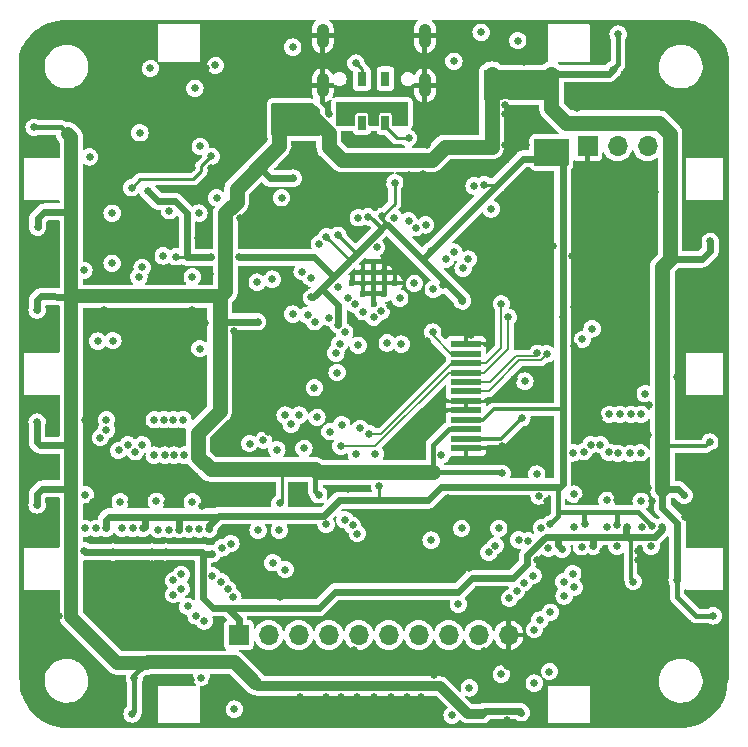
<source format=gbl>
G04 #@! TF.GenerationSoftware,KiCad,Pcbnew,7.0.7*
G04 #@! TF.CreationDate,2023-11-26T14:09:21+01:00*
G04 #@! TF.ProjectId,BusPirate-5-rev10,42757350-6972-4617-9465-2d352d726576,rev?*
G04 #@! TF.SameCoordinates,Original*
G04 #@! TF.FileFunction,Copper,L4,Bot*
G04 #@! TF.FilePolarity,Positive*
%FSLAX46Y46*%
G04 Gerber Fmt 4.6, Leading zero omitted, Abs format (unit mm)*
G04 Created by KiCad (PCBNEW 7.0.7) date 2023-11-26 14:09:21*
%MOMM*%
%LPD*%
G01*
G04 APERTURE LIST*
G04 #@! TA.AperFunction,ComponentPad*
%ADD10C,0.600000*%
G04 #@! TD*
G04 #@! TA.AperFunction,ComponentPad*
%ADD11R,1.700000X1.700000*%
G04 #@! TD*
G04 #@! TA.AperFunction,ComponentPad*
%ADD12O,1.700000X1.700000*%
G04 #@! TD*
G04 #@! TA.AperFunction,ComponentPad*
%ADD13O,1.050000X2.100000*%
G04 #@! TD*
G04 #@! TA.AperFunction,SMDPad,CuDef*
%ADD14R,0.700000X1.250000*%
G04 #@! TD*
G04 #@! TA.AperFunction,SMDPad,CuDef*
%ADD15R,2.550000X0.600000*%
G04 #@! TD*
G04 #@! TA.AperFunction,ViaPad*
%ADD16C,0.654800*%
G04 #@! TD*
G04 #@! TA.AperFunction,Conductor*
%ADD17C,0.304800*%
G04 #@! TD*
G04 #@! TA.AperFunction,Conductor*
%ADD18C,0.609600*%
G04 #@! TD*
G04 #@! TA.AperFunction,Conductor*
%ADD19C,0.203200*%
G04 #@! TD*
G04 #@! TA.AperFunction,Conductor*
%ADD20C,0.254000*%
G04 #@! TD*
G04 #@! TA.AperFunction,Conductor*
%ADD21C,0.406400*%
G04 #@! TD*
G04 #@! TA.AperFunction,Conductor*
%ADD22C,1.270000*%
G04 #@! TD*
G04 #@! TA.AperFunction,Conductor*
%ADD23C,1.168400*%
G04 #@! TD*
G04 #@! TA.AperFunction,Conductor*
%ADD24C,0.177800*%
G04 #@! TD*
G04 #@! TA.AperFunction,Conductor*
%ADD25C,0.812800*%
G04 #@! TD*
G04 #@! TA.AperFunction,Conductor*
%ADD26C,0.250000*%
G04 #@! TD*
G04 APERTURE END LIST*
D10*
X128096878Y-82430000D03*
X128998439Y-83331561D03*
X129900000Y-84233122D03*
X128998439Y-81528439D03*
X129900000Y-82430000D03*
X130801561Y-83331561D03*
X129900000Y-80626878D03*
X130801561Y-81528439D03*
X131703122Y-82430000D03*
D11*
X148010000Y-70850000D03*
D12*
X150550000Y-70850000D03*
X153090000Y-70850000D03*
D13*
X134220000Y-65680000D03*
X125580000Y-65680000D03*
X134220000Y-61500000D03*
X125580000Y-61500000D03*
D11*
X118470000Y-112220000D03*
D12*
X121010000Y-112220000D03*
X123550000Y-112220000D03*
X126090000Y-112220000D03*
X128630000Y-112220000D03*
X131170000Y-112220000D03*
X133710000Y-112220000D03*
X136250000Y-112220000D03*
X138790000Y-112220000D03*
X141330000Y-112220000D03*
D14*
X130900000Y-68880000D03*
X130900000Y-65120000D03*
X128900000Y-68880000D03*
X128900000Y-65120000D03*
D15*
X137725000Y-96400000D03*
X137725000Y-95600000D03*
X137725000Y-94800000D03*
X137725000Y-94000000D03*
X137725000Y-93200000D03*
X137725000Y-92400000D03*
X137725000Y-91600000D03*
X137725000Y-90800000D03*
X137725000Y-90000000D03*
X137725000Y-89200000D03*
X137725000Y-88400000D03*
X137725000Y-87600000D03*
D16*
X102400000Y-68300000D03*
X102500000Y-84700000D03*
X135800000Y-63000000D03*
X130700000Y-73900000D03*
X147150000Y-66550000D03*
X157100000Y-69500000D03*
X144650000Y-73500000D03*
X129900000Y-73900000D03*
X108100000Y-117600000D03*
X152050000Y-62600000D03*
X102500000Y-94200000D03*
X102500000Y-101200000D03*
X102600000Y-77600000D03*
X157200000Y-78900000D03*
X138100000Y-78900000D03*
X103236500Y-110599171D03*
X118650000Y-61350000D03*
X129100000Y-73900000D03*
X156500000Y-94800000D03*
X141300000Y-110800000D03*
X131950000Y-119250000D03*
X130600000Y-119250000D03*
X129150000Y-119250000D03*
X127800000Y-119250000D03*
X126450000Y-119250000D03*
X133300000Y-119250000D03*
X153750000Y-74750000D03*
X107550000Y-62750000D03*
X147150000Y-67600000D03*
X126850000Y-73900000D03*
X117400000Y-66000000D03*
X124000000Y-66200000D03*
X124850000Y-75500000D03*
X113450000Y-68650000D03*
X113450000Y-67600000D03*
X115750000Y-67600000D03*
X123850000Y-76450000D03*
X120850000Y-76450000D03*
X112500000Y-87200000D03*
X120050000Y-84500000D03*
X111900000Y-78100000D03*
X118872000Y-88392000D03*
X137000000Y-66200000D03*
X116100000Y-72680000D03*
X115700000Y-64250000D03*
X123550000Y-114400000D03*
X140208000Y-111130000D03*
X135050000Y-111140000D03*
X144600000Y-100900000D03*
X117000500Y-95750000D03*
X149300000Y-66200000D03*
X131550000Y-102400000D03*
X141100000Y-72050000D03*
X142350000Y-73550000D03*
X114500000Y-72650000D03*
X117600000Y-70900000D03*
X138350000Y-66450000D03*
X146950000Y-73500000D03*
X151892000Y-87376000D03*
X148250000Y-78700000D03*
X143350000Y-87325000D03*
X151550000Y-82150000D03*
X156100000Y-67950000D03*
X131300000Y-84350000D03*
X122428000Y-65532000D03*
X123700000Y-117500000D03*
X141050000Y-70700000D03*
X115468673Y-90159295D03*
X133462770Y-105734500D03*
X124742023Y-92450163D03*
X112800000Y-89800000D03*
X130350000Y-105450000D03*
X141750000Y-75850000D03*
X135800000Y-66100000D03*
X110300000Y-107700000D03*
X124200000Y-63000000D03*
X139700000Y-86868000D03*
X127900000Y-89300000D03*
X138100000Y-86800000D03*
X147500000Y-100850000D03*
X146850000Y-87750000D03*
X111300000Y-88250000D03*
X128700000Y-90450000D03*
X124123900Y-88721500D03*
X152690000Y-112750000D03*
X115000000Y-78650000D03*
X143700000Y-105900000D03*
X118500000Y-84400000D03*
X113792000Y-87884000D03*
X134419284Y-87372148D03*
X122646619Y-90703400D03*
X153450000Y-100900000D03*
X133900000Y-117450000D03*
X132150000Y-104350000D03*
X148350000Y-81600000D03*
X153100000Y-95250000D03*
X141750000Y-90571500D03*
X143695367Y-84568760D03*
X152850000Y-81200000D03*
X140748900Y-96225999D03*
X141050000Y-67350000D03*
X116250000Y-116100000D03*
X109600000Y-90100000D03*
X126100000Y-90950000D03*
X152850000Y-83050000D03*
X108656605Y-91976779D03*
X127850000Y-70500000D03*
X115350000Y-101300000D03*
X124460000Y-61468000D03*
X147600000Y-93850000D03*
X134100000Y-73200000D03*
X148950000Y-93850000D03*
X106150000Y-100950000D03*
X121412000Y-115316000D03*
X146900000Y-84450000D03*
X141296258Y-113864258D03*
X120912500Y-94996000D03*
X124163801Y-100608522D03*
X125900000Y-75500000D03*
X143256000Y-114808000D03*
X118600000Y-76950000D03*
X106172000Y-108204000D03*
X158750000Y-96850000D03*
X123050000Y-71350000D03*
X141950000Y-70700000D03*
X142800000Y-70700000D03*
X132700000Y-117450000D03*
X151892000Y-89916000D03*
X106300000Y-75100000D03*
X153500000Y-110450000D03*
X121900000Y-63500000D03*
X142028155Y-97536000D03*
X117800500Y-95150000D03*
X142950000Y-82100000D03*
X109350000Y-100950000D03*
X136153016Y-100584000D03*
X139200000Y-113600000D03*
X137550000Y-73600000D03*
X115603546Y-85782042D03*
X151800000Y-85800000D03*
X152990000Y-97970000D03*
X109100000Y-106200000D03*
X112383613Y-106227181D03*
X119560208Y-100145412D03*
X105800000Y-70500000D03*
X147828000Y-72644000D03*
X109650000Y-63950000D03*
X142650000Y-63750000D03*
X149000000Y-84000000D03*
X139700000Y-79248000D03*
X135500000Y-67350000D03*
X142842583Y-113054966D03*
X111100000Y-106200000D03*
X115152214Y-99792216D03*
X157200000Y-86050000D03*
X155550000Y-90350000D03*
X116050000Y-81650000D03*
X108204000Y-111760000D03*
X129900000Y-117450000D03*
X141050000Y-68100000D03*
X148550000Y-76300000D03*
X153100000Y-99750000D03*
X120600000Y-70200000D03*
X129850000Y-63700000D03*
X136950000Y-67650000D03*
X119650500Y-94800000D03*
X127000000Y-61468000D03*
X137972876Y-106582731D03*
X144175000Y-90550000D03*
X138350000Y-67600000D03*
X124050000Y-82880000D03*
X140208000Y-106172000D03*
X107800000Y-71650000D03*
X134800000Y-114350000D03*
X145118300Y-79248000D03*
X141224000Y-114808000D03*
X148844000Y-87249000D03*
X128595362Y-89570056D03*
X134100000Y-75450000D03*
X132850000Y-73300000D03*
X109050000Y-82200000D03*
X126850000Y-75500000D03*
X152950000Y-77050000D03*
X152850000Y-79100000D03*
X140650000Y-80250000D03*
X158950000Y-85000000D03*
X131100000Y-92750000D03*
X152300000Y-105900000D03*
X114536820Y-84703055D03*
X151550000Y-75450000D03*
X125850000Y-117450000D03*
X127763089Y-99902031D03*
X107050000Y-84700000D03*
X134200000Y-67350000D03*
X103300000Y-112050000D03*
X156100000Y-97500000D03*
X151500000Y-84100000D03*
X137050000Y-84850000D03*
X151450000Y-73800000D03*
X150250000Y-81500000D03*
X144550000Y-75750000D03*
X142600000Y-98552000D03*
X109800000Y-107100000D03*
X107700000Y-72850000D03*
X119380000Y-86868000D03*
X126150000Y-68100000D03*
X118364000Y-66040000D03*
X141000000Y-82296000D03*
X156350000Y-82000000D03*
X146700000Y-80100000D03*
X129350000Y-89650000D03*
X107440000Y-99090000D03*
X157250000Y-102600000D03*
X149352000Y-115824000D03*
X115824000Y-112776000D03*
X121976311Y-108988087D03*
X149300000Y-94800000D03*
X106250000Y-97650000D03*
X131300000Y-104800000D03*
X119650000Y-76950000D03*
X130248201Y-102393132D03*
X135000000Y-115650000D03*
X114450000Y-116050000D03*
X109900000Y-89100000D03*
X112700000Y-115950000D03*
X154800000Y-110750000D03*
X151650000Y-76700000D03*
X128524000Y-70612000D03*
X138430880Y-84556601D03*
X128250000Y-113500000D03*
X105500000Y-94050000D03*
X106000000Y-69050000D03*
X107188000Y-96520000D03*
X105150000Y-69050000D03*
X135636000Y-60960000D03*
X132588000Y-61468000D03*
X106300000Y-76000000D03*
X120900000Y-66350000D03*
X122050000Y-84200000D03*
X118050000Y-86481700D03*
X156300000Y-102200000D03*
X109220000Y-65532000D03*
X153150000Y-73850000D03*
X129113357Y-110555593D03*
X120550000Y-81500000D03*
X141150000Y-119450000D03*
X152300000Y-105150000D03*
X153238100Y-92750000D03*
X111252000Y-85344000D03*
X128450000Y-117450000D03*
X127150000Y-117450000D03*
X144200000Y-89775000D03*
X134450000Y-70700000D03*
X131350000Y-117450000D03*
X112400000Y-101050000D03*
X114737133Y-98740147D03*
X146700000Y-105900000D03*
X140900000Y-83225000D03*
X108900000Y-89100000D03*
X150475000Y-100825000D03*
X149300000Y-105100000D03*
X127900000Y-105550000D03*
X118800000Y-81450000D03*
X143256000Y-76708000D03*
X147828000Y-89916000D03*
X116250000Y-105350000D03*
X148500000Y-104700000D03*
X151325000Y-103075000D03*
X105400000Y-105100000D03*
X154350000Y-103050000D03*
X145850000Y-104950000D03*
X105850000Y-71750000D03*
X112286500Y-105200000D03*
X107850000Y-105200000D03*
X105372537Y-81356300D03*
X111100000Y-105200000D03*
X151892000Y-107696000D03*
X106400000Y-103200000D03*
X123050000Y-85050000D03*
X108300000Y-96600000D03*
X126100000Y-85350000D03*
X146800000Y-96800000D03*
X144700000Y-104900000D03*
X117976308Y-109019696D03*
X144864209Y-110299297D03*
X143400383Y-107187589D03*
X109500000Y-103200000D03*
X126850000Y-82750000D03*
X109100000Y-96100000D03*
X147700000Y-96700000D03*
X147500000Y-104750000D03*
X127700000Y-83650000D03*
X117538218Y-108325681D03*
X115562904Y-111029493D03*
X143963010Y-110961402D03*
X142600000Y-107806300D03*
X112550000Y-103300000D03*
X109700000Y-96700000D03*
X124300000Y-85150000D03*
X128300000Y-84200000D03*
X148270425Y-96129575D03*
X150500000Y-104700000D03*
X116975958Y-107721500D03*
X114864015Y-110600350D03*
X142000000Y-108500000D03*
X143510000Y-111760000D03*
X115100000Y-103250000D03*
X110300000Y-96100000D03*
X124900000Y-85700000D03*
X129000000Y-84850000D03*
X153400000Y-104700000D03*
X149100000Y-96100000D03*
X114152865Y-109803372D03*
X116236942Y-107221500D03*
X141400504Y-109121627D03*
X111329891Y-94000000D03*
X127450000Y-86600000D03*
X149850000Y-93550000D03*
X131050000Y-87500000D03*
X127050000Y-87550000D03*
X112136594Y-94000000D03*
X129900000Y-85300000D03*
X150750000Y-93550000D03*
X126700000Y-88350000D03*
X112943297Y-94000000D03*
X132250000Y-87600000D03*
X151700000Y-93550000D03*
X113750000Y-94000000D03*
X128600000Y-87700000D03*
X130550000Y-84800000D03*
X152550000Y-93550000D03*
X130150000Y-79400000D03*
X122100000Y-75200000D03*
X145900000Y-71900000D03*
X145900000Y-70800000D03*
X126880000Y-78380000D03*
X144900000Y-70800000D03*
X125900000Y-78500000D03*
X144900000Y-71900000D03*
X131680000Y-73920000D03*
X107250000Y-103200000D03*
X129420000Y-76820000D03*
X126900000Y-85950000D03*
X153500000Y-103000000D03*
X115950000Y-103250000D03*
X147816720Y-102823627D03*
X150475000Y-102925000D03*
X124630000Y-83620000D03*
X136700000Y-63650000D03*
X139250000Y-74100000D03*
X137400000Y-83950000D03*
X130375000Y-99568000D03*
X135800000Y-82600000D03*
X110350000Y-103200000D03*
X113150000Y-80200000D03*
X116150000Y-80250000D03*
X118500000Y-80250000D03*
X145900000Y-85300000D03*
X144840677Y-102836471D03*
X110800000Y-74650000D03*
X130630000Y-76780000D03*
X134750000Y-79700000D03*
X113400000Y-103300000D03*
X128400000Y-63800000D03*
X101400000Y-101200000D03*
X101400000Y-94200000D03*
X101400000Y-84700000D03*
X101450000Y-77700000D03*
X158400000Y-78900000D03*
X155600000Y-107600000D03*
X140800000Y-98550000D03*
X139900000Y-66500000D03*
X141300000Y-64700000D03*
X121900000Y-68400000D03*
X139150000Y-70900000D03*
X158350000Y-95900000D03*
X121850000Y-69200000D03*
X142650000Y-64700000D03*
X109650000Y-115900000D03*
X123100000Y-73550000D03*
X143750000Y-64700000D03*
X104153900Y-84836000D03*
X109450000Y-118900000D03*
X119888000Y-116300000D03*
X144950000Y-64700000D03*
X121900000Y-67600000D03*
X139900000Y-64700000D03*
X125251215Y-100341654D03*
X138350000Y-70900000D03*
X104000000Y-69800000D03*
X144950000Y-66500000D03*
X136750000Y-70900000D03*
X124900000Y-68500000D03*
X150600000Y-61350000D03*
X124900000Y-69200000D03*
X142400000Y-118800000D03*
X135950000Y-70900000D03*
X124900000Y-67800000D03*
X139900000Y-65600000D03*
X150150000Y-64350000D03*
X139900000Y-70900000D03*
X158650000Y-110600000D03*
X101150000Y-69250000D03*
X118341526Y-98106851D03*
X156200000Y-100400000D03*
X131187815Y-98773905D03*
X139050000Y-118900000D03*
X121932261Y-101086709D03*
X137550000Y-70900000D03*
X144920000Y-65570000D03*
X120075000Y-85700000D03*
X139900000Y-69450000D03*
X128600000Y-76900000D03*
X125300000Y-79100000D03*
X132100000Y-83700000D03*
X107765000Y-76515000D03*
X106542297Y-87350433D03*
X142445877Y-93827753D03*
X141294500Y-85325500D03*
X120572184Y-95724758D03*
X137467970Y-81162213D03*
X127125000Y-96225000D03*
X129534918Y-95194918D03*
X140716000Y-84200000D03*
X137922000Y-80391000D03*
X114760000Y-65940000D03*
X115196972Y-87974668D03*
X112600000Y-76300000D03*
X110031232Y-81914724D03*
X112084513Y-80123868D03*
X107811700Y-87298794D03*
X115100000Y-76500000D03*
X115220000Y-70860000D03*
X124600000Y-82000000D03*
X120050000Y-82350000D03*
X126800000Y-90000000D03*
X131650000Y-76900000D03*
X136700000Y-79800000D03*
X119388500Y-96012000D03*
X130050000Y-96890000D03*
X128425000Y-96925000D03*
X124000500Y-96424100D03*
X121700500Y-96520000D03*
X125100000Y-93800000D03*
X123850000Y-81450000D03*
X121300000Y-82100000D03*
X140716000Y-115545100D03*
X137073290Y-109619612D03*
X144780000Y-115316000D03*
X115316000Y-115824000D03*
X134770154Y-104187722D03*
X136000000Y-80400000D03*
X122913551Y-94375598D03*
X127198414Y-94421500D03*
X111000000Y-64250000D03*
X138400000Y-74200000D03*
X148400000Y-86300000D03*
X134950000Y-82950000D03*
X134300000Y-77500000D03*
X144566871Y-88422668D03*
X143764000Y-88374700D03*
X133450000Y-77750000D03*
X134900000Y-86578500D03*
X126200000Y-95000000D03*
X128753681Y-94737181D03*
X143700000Y-98600000D03*
X122400500Y-93600000D03*
X110100000Y-69700000D03*
X114550000Y-81900000D03*
X123600500Y-93600000D03*
X133350000Y-82450000D03*
X142700000Y-90725000D03*
X135636000Y-96996000D03*
X152900000Y-91800000D03*
X139850000Y-76150000D03*
X116600000Y-75200000D03*
X109400000Y-74350000D03*
X116150000Y-71700000D03*
X132400000Y-68750000D03*
X127100000Y-68750000D03*
X123050000Y-62450000D03*
X116500000Y-64000000D03*
X139000000Y-61200000D03*
X142100000Y-61900000D03*
X143500000Y-116300000D03*
X138000000Y-116700000D03*
X118110000Y-118500000D03*
X136550000Y-119000000D03*
X110300000Y-81100000D03*
X107750000Y-80750000D03*
X113870000Y-97000000D03*
X114550000Y-100950000D03*
X112200000Y-97000000D03*
X108450000Y-100950000D03*
X113018092Y-97000000D03*
X111500000Y-100900000D03*
X105500000Y-100350000D03*
X111320000Y-97000000D03*
X113600000Y-107100000D03*
X114250000Y-103250000D03*
X108600000Y-103200000D03*
X113600000Y-108300000D03*
X111650000Y-103300000D03*
X112950000Y-107600000D03*
X112950000Y-108800000D03*
X105450000Y-103200000D03*
X152550000Y-100900000D03*
X152500000Y-96800000D03*
X150600000Y-96850000D03*
X146850000Y-100300000D03*
X149625000Y-100825000D03*
X151600000Y-96850000D03*
X143900000Y-100450000D03*
X149799527Y-96749941D03*
X152650000Y-103100000D03*
X146016996Y-108915445D03*
X149675000Y-103075000D03*
X146900000Y-108200000D03*
X146751450Y-107021500D03*
X144100000Y-103150000D03*
X146000000Y-107700000D03*
X146850000Y-103100000D03*
X127463707Y-102465017D03*
X107269400Y-93980000D03*
X132850000Y-70150000D03*
X128111777Y-102941366D03*
X107262975Y-94875449D03*
X125876860Y-102865992D03*
X124881900Y-91281900D03*
X132850000Y-77150000D03*
X147574000Y-87200000D03*
X137337322Y-103205442D03*
X140490700Y-103205442D03*
X140208000Y-104648000D03*
X142180244Y-104171020D03*
X142979406Y-104261809D03*
X139639272Y-105226500D03*
X117071500Y-104843003D03*
X122428000Y-106680000D03*
X117814868Y-104481331D03*
X121356471Y-106101500D03*
X120120767Y-103363100D03*
X121920000Y-103351900D03*
X128524000Y-103632000D03*
X106761151Y-95504000D03*
D17*
X140574899Y-96400000D02*
X140748900Y-96225999D01*
X137725000Y-96400000D02*
X140574899Y-96400000D01*
D18*
X144484600Y-103915400D02*
X145500000Y-103915400D01*
X118470000Y-110850000D02*
X118470000Y-112220000D01*
X154350000Y-103259592D02*
X154350000Y-103050000D01*
X107850000Y-105200000D02*
X105500000Y-105200000D01*
X148500000Y-103915400D02*
X148500000Y-104700000D01*
X141700000Y-107400000D02*
X142915400Y-106184600D01*
X151325000Y-103075000D02*
X151300000Y-103100000D01*
X145500000Y-104600000D02*
X145850000Y-104950000D01*
X153694192Y-103915400D02*
X154350000Y-103259592D01*
X126650000Y-108550000D02*
X137050000Y-108550000D01*
X116300000Y-109900000D02*
X117520000Y-109900000D01*
X115450000Y-106550000D02*
X115450000Y-105290000D01*
X105500000Y-105200000D02*
X105400000Y-105100000D01*
X115360000Y-105200000D02*
X107850000Y-105200000D01*
X138200000Y-107400000D02*
X141700000Y-107400000D01*
X145500000Y-103915400D02*
X145500000Y-104600000D01*
X117520000Y-109900000D02*
X118470000Y-110850000D01*
X142915400Y-105484600D02*
X144484600Y-103915400D01*
X116300000Y-109900000D02*
X125300000Y-109900000D01*
X148500000Y-103915400D02*
X151300000Y-103915400D01*
D17*
X151892000Y-107696000D02*
X151670200Y-107474200D01*
D18*
X125300000Y-109900000D02*
X126650000Y-108550000D01*
X142915400Y-106184600D02*
X142915400Y-105484600D01*
D17*
X151670200Y-104285600D02*
X151300000Y-103915400D01*
D18*
X115450000Y-105290000D02*
X115360000Y-105200000D01*
X115450000Y-105350000D02*
X115450000Y-106550000D01*
X115450000Y-106550000D02*
X115450000Y-109050000D01*
X151300000Y-103100000D02*
X151300000Y-103915400D01*
X145500000Y-103915400D02*
X148500000Y-103915400D01*
D17*
X151670200Y-107474200D02*
X151670200Y-104285600D01*
D18*
X151300000Y-103915400D02*
X153694192Y-103915400D01*
X115450000Y-109050000D02*
X116300000Y-109900000D01*
X137050000Y-108550000D02*
X138200000Y-107400000D01*
X116250000Y-105350000D02*
X115450000Y-105350000D01*
D19*
X126880000Y-78380000D02*
X126900000Y-78360000D01*
D18*
X144900000Y-70800000D02*
X144900000Y-71900000D01*
X128450000Y-79950000D02*
X127900000Y-80500000D01*
D20*
X125900000Y-78500000D02*
X127900000Y-80500000D01*
X126880000Y-78380000D02*
X128450000Y-79950000D01*
D21*
X150475000Y-102925000D02*
X150500000Y-102900000D01*
D20*
X131680000Y-75730000D02*
X130630000Y-76780000D01*
X130375000Y-99568000D02*
X130375000Y-100636800D01*
D17*
X145900000Y-94000000D02*
X145900000Y-93120200D01*
D18*
X110500000Y-103040408D02*
X110345204Y-103195204D01*
X124780000Y-83620000D02*
X126512500Y-81887500D01*
D20*
X131680000Y-73920000D02*
X131680000Y-75730000D01*
D21*
X150500000Y-102300000D02*
X150500000Y-101800000D01*
D17*
X130630000Y-76780000D02*
X130630000Y-77030000D01*
D20*
X140300000Y-74100000D02*
X140325000Y-74125000D01*
D21*
X153500000Y-102984092D02*
X153500000Y-103000000D01*
D18*
X116700000Y-102200000D02*
X115950000Y-102950000D01*
D17*
X145900000Y-93120200D02*
X140051800Y-93120200D01*
D18*
X116150000Y-80250000D02*
X114125000Y-80250000D01*
X114100000Y-76500000D02*
X114100000Y-80225000D01*
D21*
X150500000Y-102900000D02*
X150500000Y-102300000D01*
D18*
X134483600Y-100817800D02*
X126976002Y-100817800D01*
X142550000Y-71900000D02*
X144900000Y-71900000D01*
X145796000Y-99568000D02*
X145698600Y-99665400D01*
X130600000Y-77800000D02*
X130900000Y-77500000D01*
X110500000Y-102200000D02*
X110500000Y-103040408D01*
X113500000Y-102200000D02*
X110500000Y-102200000D01*
D21*
X145500000Y-102177148D02*
X145500000Y-101800000D01*
D18*
X134750000Y-79700000D02*
X140325000Y-74125000D01*
X107250000Y-102450000D02*
X107250000Y-103200000D01*
X127900000Y-80500000D02*
X126512500Y-81887500D01*
X116792000Y-102108000D02*
X116700000Y-102200000D01*
X128450000Y-79950000D02*
X130600000Y-77800000D01*
X113500000Y-102200000D02*
X113400000Y-102300000D01*
X125685802Y-102108000D02*
X116792000Y-102108000D01*
X126900000Y-85950000D02*
X126900000Y-84300000D01*
D21*
X147816720Y-102823627D02*
X147700000Y-102706907D01*
D20*
X139250000Y-74100000D02*
X140300000Y-74100000D01*
D18*
X124875000Y-80250000D02*
X126512500Y-81887500D01*
X145900000Y-70800000D02*
X145900000Y-71900000D01*
X130900000Y-77500000D02*
X131100000Y-77500000D01*
X126976002Y-100817800D02*
X125685802Y-102108000D01*
X114050000Y-76450000D02*
X114100000Y-76500000D01*
X116700000Y-102200000D02*
X113500000Y-102200000D01*
D17*
X129620000Y-76820000D02*
X130600000Y-77800000D01*
D18*
X145900000Y-76550000D02*
X145900000Y-71900000D01*
D21*
X145500000Y-101800000D02*
X147700000Y-101800000D01*
X145500000Y-99864000D02*
X145500000Y-101800000D01*
D18*
X124630000Y-83620000D02*
X124780000Y-83620000D01*
X118500000Y-80250000D02*
X124875000Y-80250000D01*
X137400000Y-83800000D02*
X136000000Y-82400000D01*
X114100000Y-80225000D02*
X114125000Y-80250000D01*
D17*
X140051800Y-93120200D02*
X139172000Y-94000000D01*
D20*
X114075000Y-80200000D02*
X114125000Y-80250000D01*
D17*
X130630000Y-77030000D02*
X131100000Y-77500000D01*
D18*
X145796000Y-99568000D02*
X145900000Y-99464000D01*
D21*
X145796000Y-99568000D02*
X145500000Y-99864000D01*
D18*
X115950000Y-102950000D02*
X115950000Y-103250000D01*
X107500000Y-102200000D02*
X107250000Y-102450000D01*
X126900000Y-84300000D02*
X125500000Y-82900000D01*
X145698600Y-99665400D02*
X135636000Y-99665400D01*
X113400000Y-102300000D02*
X113400000Y-103300000D01*
X111650000Y-75500000D02*
X110800000Y-74650000D01*
D20*
X128900000Y-65150000D02*
X128900000Y-64300000D01*
D21*
X152315908Y-101800000D02*
X153500000Y-102984092D01*
D18*
X131400000Y-77800000D02*
X131100000Y-77500000D01*
X137400000Y-83950000D02*
X137400000Y-83800000D01*
D21*
X150500000Y-101800000D02*
X152315908Y-101800000D01*
D17*
X139172000Y-94000000D02*
X137725000Y-94000000D01*
D18*
X145900000Y-85300000D02*
X145900000Y-76550000D01*
X140325000Y-74125000D02*
X142550000Y-71900000D01*
X145900000Y-99464000D02*
X145900000Y-85300000D01*
D21*
X147700000Y-102706907D02*
X147700000Y-101800000D01*
X147700000Y-101800000D02*
X150500000Y-101800000D01*
D18*
X110500000Y-102200000D02*
X107500000Y-102200000D01*
X114050000Y-76450000D02*
X113100000Y-75500000D01*
X135636000Y-99665400D02*
X134483600Y-100817800D01*
D20*
X128900000Y-64300000D02*
X128400000Y-63800000D01*
D21*
X144840677Y-102836471D02*
X145500000Y-102177148D01*
D18*
X134125000Y-80525000D02*
X131400000Y-77800000D01*
D20*
X113150000Y-80200000D02*
X114075000Y-80200000D01*
D21*
X135800000Y-82600000D02*
X136000000Y-82400000D01*
D18*
X134750000Y-79700000D02*
X134125000Y-80325000D01*
D17*
X129420000Y-76820000D02*
X129620000Y-76820000D01*
D18*
X113100000Y-75500000D02*
X111650000Y-75500000D01*
X136000000Y-82400000D02*
X134125000Y-80525000D01*
X134125000Y-80325000D02*
X134125000Y-80525000D01*
D21*
X136243600Y-94800000D02*
X134900000Y-96143600D01*
D20*
X121920000Y-98200000D02*
X122132041Y-98412041D01*
X122950000Y-73550000D02*
X123100000Y-73550000D01*
D18*
X101750000Y-83550000D02*
X104200000Y-83600000D01*
X142265400Y-118665400D02*
X139284600Y-118665400D01*
D22*
X126100000Y-70900000D02*
X126100000Y-69700000D01*
D18*
X158400000Y-79700000D02*
X158400000Y-78900000D01*
X101650000Y-96150000D02*
X104300000Y-96150000D01*
D21*
X140700000Y-98450000D02*
X140800000Y-98550000D01*
D18*
X149850000Y-64700000D02*
X150150000Y-64400000D01*
D21*
X124968000Y-98552000D02*
X125070000Y-98450000D01*
D23*
X110700000Y-114600000D02*
X108200000Y-114600000D01*
D22*
X139900000Y-69450000D02*
X139900000Y-70900000D01*
D18*
X154350000Y-99900000D02*
X155700000Y-99900000D01*
D22*
X155000000Y-69800000D02*
X155000000Y-80400000D01*
X116850000Y-93250000D02*
X116850000Y-85700000D01*
D23*
X104300000Y-110700000D02*
X104300000Y-99850000D01*
D22*
X154350000Y-96250000D02*
X154350000Y-99900000D01*
D23*
X110764000Y-114536000D02*
X110700000Y-114600000D01*
D24*
X131050000Y-98480000D02*
X131080000Y-98450000D01*
D22*
X144950000Y-67600000D02*
X146200000Y-68850000D01*
X121900000Y-70850000D02*
X118300000Y-74450000D01*
D20*
X122132041Y-98412041D02*
X122132041Y-100886929D01*
D23*
X104300000Y-76500000D02*
X104300000Y-70100000D01*
D22*
X124820000Y-98200000D02*
X125070000Y-98450000D01*
D21*
X157200000Y-110600000D02*
X155600000Y-109000000D01*
D18*
X157700000Y-80400000D02*
X158400000Y-79700000D01*
D22*
X131080000Y-98450000D02*
X134900000Y-98450000D01*
D18*
X155700000Y-99900000D02*
X156200000Y-100400000D01*
D25*
X137900000Y-118900000D02*
X139050000Y-118900000D01*
D21*
X150150000Y-64350000D02*
X150600000Y-63900000D01*
D22*
X117800000Y-98193700D02*
X117793700Y-98200000D01*
X116900000Y-83850000D02*
X116850000Y-83900000D01*
D18*
X155000000Y-80400000D02*
X157700000Y-80400000D01*
D22*
X117350000Y-76500000D02*
X117350000Y-83100000D01*
X154350000Y-81050000D02*
X154350000Y-96250000D01*
D18*
X101450000Y-76950000D02*
X102000000Y-76400000D01*
X101400000Y-100300000D02*
X101850000Y-99850000D01*
D22*
X125070000Y-98450000D02*
X131080000Y-98450000D01*
X115015200Y-97115200D02*
X115015200Y-95084800D01*
D21*
X110700000Y-114600000D02*
X109650000Y-115650000D01*
X103450000Y-69250000D02*
X101150000Y-69250000D01*
D22*
X116850000Y-83900000D02*
X116850000Y-85700000D01*
D18*
X154350000Y-101450000D02*
X155600000Y-102700000D01*
D22*
X118300000Y-75550000D02*
X117350000Y-76500000D01*
X134850000Y-72000000D02*
X127200000Y-72000000D01*
D21*
X124968000Y-100058439D02*
X124968000Y-98552000D01*
D18*
X101400000Y-95900000D02*
X101650000Y-96150000D01*
D25*
X120138000Y-116550000D02*
X135550000Y-116550000D01*
D22*
X117350000Y-83100000D02*
X116750000Y-83700000D01*
D21*
X109650000Y-118700000D02*
X109450000Y-118900000D01*
D23*
X104300000Y-70100000D02*
X104000000Y-69800000D01*
D18*
X150150000Y-64400000D02*
X150150000Y-64350000D01*
X102000000Y-76400000D02*
X104200000Y-76400000D01*
D22*
X155000000Y-80400000D02*
X154350000Y-81050000D01*
D21*
X150600000Y-63900000D02*
X150600000Y-61350000D01*
D23*
X108200000Y-114600000D02*
X104300000Y-110700000D01*
D20*
X122132041Y-100886929D02*
X121932261Y-101086709D01*
D21*
X104000000Y-69800000D02*
X103450000Y-69250000D01*
D18*
X104200000Y-76400000D02*
X104300000Y-76500000D01*
X142400000Y-118800000D02*
X142265400Y-118665400D01*
X101400000Y-83900000D02*
X101750000Y-83550000D01*
D22*
X117800000Y-98193700D02*
X117806300Y-98200000D01*
D23*
X118124000Y-114536000D02*
X110764000Y-114536000D01*
D22*
X115015200Y-95084800D02*
X116850000Y-93250000D01*
D25*
X119888000Y-116300000D02*
X120138000Y-116550000D01*
D22*
X118300000Y-74450000D02*
X118300000Y-75550000D01*
X154050000Y-68850000D02*
X155000000Y-69800000D01*
D18*
X101450000Y-77700000D02*
X101450000Y-76950000D01*
D22*
X121900000Y-68400000D02*
X121900000Y-70850000D01*
X139900000Y-69450000D02*
X139900000Y-64700000D01*
D25*
X135550000Y-116550000D02*
X137900000Y-118900000D01*
D18*
X154350000Y-99900000D02*
X154350000Y-101450000D01*
D21*
X158650000Y-110600000D02*
X157200000Y-110600000D01*
D18*
X101400000Y-94200000D02*
X101400000Y-95900000D01*
D21*
X155600000Y-109000000D02*
X155600000Y-107600000D01*
D23*
X104300000Y-96150000D02*
X104300000Y-76500000D01*
D22*
X127200000Y-72000000D02*
X126100000Y-70900000D01*
X121920000Y-98200000D02*
X124900000Y-98200000D01*
D21*
X137725000Y-94800000D02*
X136243600Y-94800000D01*
D18*
X123100000Y-73550000D02*
X121100000Y-73550000D01*
X101400000Y-101200000D02*
X101400000Y-100300000D01*
D23*
X119888000Y-116300000D02*
X118124000Y-114536000D01*
D22*
X117793700Y-98200000D02*
X116100000Y-98200000D01*
D23*
X104300000Y-83550000D02*
X116600000Y-83550000D01*
D18*
X101400000Y-84700000D02*
X101400000Y-83900000D01*
X144950000Y-64700000D02*
X149850000Y-64700000D01*
D21*
X109650000Y-115900000D02*
X109650000Y-118700000D01*
D22*
X146200000Y-68850000D02*
X154050000Y-68850000D01*
D21*
X134900000Y-98450000D02*
X140700000Y-98450000D01*
D22*
X135950000Y-70900000D02*
X139900000Y-70900000D01*
D18*
X104200000Y-83600000D02*
X104150000Y-83550000D01*
X155600000Y-102700000D02*
X155600000Y-107600000D01*
D22*
X144950000Y-64700000D02*
X144950000Y-67600000D01*
D23*
X116600000Y-83550000D02*
X116900000Y-83850000D01*
D22*
X117806300Y-98200000D02*
X121920000Y-98200000D01*
D23*
X104300000Y-99850000D02*
X104300000Y-96150000D01*
D21*
X134900000Y-96143600D02*
X134900000Y-98450000D01*
D17*
X158000000Y-96250000D02*
X158350000Y-95900000D01*
D18*
X121100000Y-73550000D02*
X120150000Y-72600000D01*
D17*
X154350000Y-96250000D02*
X158000000Y-96250000D01*
D18*
X139284600Y-118665400D02*
X139050000Y-118900000D01*
D21*
X125251215Y-100341654D02*
X124968000Y-100058439D01*
D22*
X126100000Y-69700000D02*
X124900000Y-68500000D01*
X135950000Y-70900000D02*
X134850000Y-72000000D01*
D18*
X120075000Y-85700000D02*
X116850000Y-85700000D01*
D21*
X109650000Y-115650000D02*
X109650000Y-115900000D01*
D22*
X116100000Y-98200000D02*
X115015200Y-97115200D01*
D18*
X101850000Y-99850000D02*
X104300000Y-99850000D01*
D17*
X142445877Y-93827753D02*
X140673630Y-95600000D01*
X140673630Y-95600000D02*
X137725000Y-95600000D01*
D19*
X139278200Y-90000000D02*
X137725000Y-90000000D01*
X136246800Y-90000000D02*
X130021800Y-96225000D01*
X141294500Y-87983700D02*
X139278200Y-90000000D01*
X137725000Y-90000000D02*
X136246800Y-90000000D01*
X130021800Y-96225000D02*
X127125000Y-96225000D01*
X141294500Y-85325500D02*
X141294500Y-87983700D01*
X130552382Y-95194918D02*
X129534918Y-95194918D01*
X140716000Y-84200000D02*
X140716000Y-87909000D01*
X136547300Y-89200000D02*
X130552382Y-95194918D01*
X137725000Y-89200000D02*
X136547300Y-89200000D01*
X139425000Y-89200000D02*
X137725000Y-89200000D01*
X140716000Y-87909000D02*
X139425000Y-89200000D01*
X144036339Y-88953200D02*
X142246800Y-88953200D01*
X139625000Y-91600000D02*
X137725000Y-91600000D01*
X144566871Y-88422668D02*
X144036339Y-88953200D01*
X140000000Y-91200000D02*
X140000000Y-91225000D01*
X142246800Y-88953200D02*
X140000000Y-91200000D01*
X140000000Y-91225000D02*
X139625000Y-91600000D01*
X141950000Y-88600000D02*
X139750000Y-90800000D01*
X139750000Y-90800000D02*
X137725000Y-90800000D01*
X143764000Y-88374700D02*
X143538700Y-88600000D01*
X143538700Y-88600000D02*
X141950000Y-88600000D01*
X136446800Y-88400000D02*
X137725000Y-88400000D01*
X134900000Y-86578500D02*
X134900000Y-86853200D01*
X134900000Y-86853200D02*
X136446800Y-88400000D01*
D26*
X110120000Y-73630000D02*
X109400000Y-74350000D01*
X116150000Y-71700000D02*
X115300000Y-72550000D01*
X114620000Y-73630000D02*
X110120000Y-73630000D01*
X115300000Y-72550000D02*
X115300000Y-72950000D01*
X115300000Y-72950000D02*
X114620000Y-73630000D01*
D20*
X130850000Y-69050000D02*
X130850000Y-68750000D01*
X130850000Y-69150000D02*
X130850000Y-69050000D01*
X132850000Y-70150000D02*
X131850000Y-70150000D01*
X131850000Y-70150000D02*
X130850000Y-69150000D01*
G04 #@! TA.AperFunction,Conductor*
G36*
X145523138Y-64367593D02*
G01*
X145548858Y-64412142D01*
X145550000Y-64425200D01*
X145550000Y-66874800D01*
X145532407Y-66923138D01*
X145487858Y-66948858D01*
X145474800Y-66950000D01*
X141426664Y-66950000D01*
X141380886Y-66934460D01*
X141317842Y-66886085D01*
X141290598Y-66874800D01*
X141188646Y-66832570D01*
X141050000Y-66814317D01*
X140911353Y-66832570D01*
X140782159Y-66886084D01*
X140719115Y-66934460D01*
X140673336Y-66950000D01*
X139325200Y-66950000D01*
X139276862Y-66932407D01*
X139251142Y-66887858D01*
X139250000Y-66874800D01*
X139250000Y-64425200D01*
X139267593Y-64376862D01*
X139312142Y-64351142D01*
X139325200Y-64350000D01*
X145474800Y-64350000D01*
X145523138Y-64367593D01*
G37*
G04 #@! TD.AperFunction*
G04 #@! TA.AperFunction,Conductor*
G36*
X124670451Y-67216069D02*
G01*
X125321260Y-67727419D01*
X125348399Y-67771116D01*
X125350000Y-67786549D01*
X125350000Y-69874800D01*
X125332407Y-69923138D01*
X125287858Y-69948858D01*
X125274800Y-69950000D01*
X121325200Y-69950000D01*
X121276862Y-69932407D01*
X121251142Y-69887858D01*
X121250000Y-69874800D01*
X121250000Y-67275200D01*
X121267593Y-67226862D01*
X121312142Y-67201142D01*
X121325200Y-67200000D01*
X124623991Y-67200000D01*
X124670451Y-67216069D01*
G37*
G04 #@! TD.AperFunction*
G04 #@! TA.AperFunction,Conductor*
G36*
X146373138Y-70217593D02*
G01*
X146398858Y-70262142D01*
X146400000Y-70275200D01*
X146400000Y-72424800D01*
X146382407Y-72473138D01*
X146337858Y-72498858D01*
X146324800Y-72500000D01*
X143575200Y-72500000D01*
X143526862Y-72482407D01*
X143501142Y-72437858D01*
X143500000Y-72424800D01*
X143500000Y-70275200D01*
X143517593Y-70226862D01*
X143562142Y-70201142D01*
X143575200Y-70200000D01*
X146324800Y-70200000D01*
X146373138Y-70217593D01*
G37*
G04 #@! TD.AperFunction*
G04 #@! TA.AperFunction,Conductor*
G36*
X132773138Y-67117593D02*
G01*
X132798858Y-67162142D01*
X132800000Y-67175200D01*
X132800000Y-69024800D01*
X132782407Y-69073138D01*
X132737858Y-69098858D01*
X132724800Y-69100000D01*
X131528900Y-69100000D01*
X131480562Y-69082407D01*
X131454842Y-69037858D01*
X131453700Y-69024800D01*
X131453700Y-68703604D01*
X131453700Y-68234936D01*
X131441881Y-68175520D01*
X131441879Y-68175517D01*
X131441879Y-68175516D01*
X131396860Y-68108139D01*
X131329483Y-68063120D01*
X131329480Y-68063119D01*
X131270064Y-68051300D01*
X130529936Y-68051300D01*
X130470520Y-68063119D01*
X130470516Y-68063120D01*
X130403139Y-68108139D01*
X130358120Y-68175516D01*
X130358119Y-68175520D01*
X130346300Y-68234935D01*
X130346300Y-69024800D01*
X130328707Y-69073138D01*
X130284158Y-69098858D01*
X130271100Y-69100000D01*
X129528900Y-69100000D01*
X129480562Y-69082407D01*
X129454842Y-69037858D01*
X129453700Y-69024800D01*
X129453700Y-68703604D01*
X129453700Y-68234936D01*
X129441881Y-68175520D01*
X129441879Y-68175517D01*
X129441879Y-68175516D01*
X129396860Y-68108139D01*
X129329483Y-68063120D01*
X129329480Y-68063119D01*
X129270064Y-68051300D01*
X128529936Y-68051300D01*
X128470520Y-68063119D01*
X128470516Y-68063120D01*
X128403139Y-68108139D01*
X128358120Y-68175516D01*
X128358119Y-68175520D01*
X128346300Y-68234935D01*
X128346300Y-69024800D01*
X128328707Y-69073138D01*
X128284158Y-69098858D01*
X128271100Y-69100000D01*
X126775200Y-69100000D01*
X126726862Y-69082407D01*
X126701142Y-69037858D01*
X126700000Y-69024800D01*
X126700000Y-67175200D01*
X126717593Y-67126862D01*
X126762142Y-67101142D01*
X126775200Y-67100000D01*
X132724800Y-67100000D01*
X132773138Y-67117593D01*
G37*
G04 #@! TD.AperFunction*
G04 #@! TA.AperFunction,Conductor*
G36*
X105391755Y-105903782D02*
G01*
X105393954Y-105904117D01*
X105456713Y-105915619D01*
X105497174Y-105913171D01*
X105520367Y-105911769D01*
X105522637Y-105911700D01*
X107647875Y-105911700D01*
X107672710Y-105915919D01*
X107685569Y-105920419D01*
X107750465Y-105927731D01*
X107849999Y-105938946D01*
X107850000Y-105938946D01*
X107850001Y-105938946D01*
X107891107Y-105934314D01*
X108014431Y-105920419D01*
X108027289Y-105915919D01*
X108052125Y-105911700D01*
X110897875Y-105911700D01*
X110922710Y-105915919D01*
X110935569Y-105920419D01*
X111000465Y-105927731D01*
X111099999Y-105938946D01*
X111100000Y-105938946D01*
X111100001Y-105938946D01*
X111141107Y-105934314D01*
X111264431Y-105920419D01*
X111277289Y-105915919D01*
X111302125Y-105911700D01*
X112084375Y-105911700D01*
X112109210Y-105915919D01*
X112122069Y-105920419D01*
X112186965Y-105927731D01*
X112286499Y-105938946D01*
X112286500Y-105938946D01*
X112286501Y-105938946D01*
X112327607Y-105934314D01*
X112450931Y-105920419D01*
X112463789Y-105915919D01*
X112488625Y-105911700D01*
X114663100Y-105911700D01*
X114711438Y-105929293D01*
X114737158Y-105973842D01*
X114738300Y-105986900D01*
X114738300Y-109027351D01*
X114738231Y-109029622D01*
X114734380Y-109093288D01*
X114745877Y-109156022D01*
X114746219Y-109158269D01*
X114747592Y-109169581D01*
X114735951Y-109219686D01*
X114694827Y-109250587D01*
X114643461Y-109247823D01*
X114619766Y-109231816D01*
X114613592Y-109225642D01*
X114524371Y-109169581D01*
X114473482Y-109137605D01*
X114451668Y-109129972D01*
X114317301Y-109082954D01*
X114317293Y-109082952D01*
X114152866Y-109064426D01*
X114152864Y-109064426D01*
X114005948Y-109080979D01*
X113955944Y-109068908D01*
X113925398Y-109027520D01*
X113928603Y-108976180D01*
X113957517Y-108942580D01*
X114060725Y-108877731D01*
X114177731Y-108760725D01*
X114265767Y-108620617D01*
X114320419Y-108464431D01*
X114338946Y-108300000D01*
X114320419Y-108135569D01*
X114317390Y-108126914D01*
X114294661Y-108061958D01*
X114265767Y-107979383D01*
X114177731Y-107839275D01*
X114091629Y-107753173D01*
X114069890Y-107706555D01*
X114083204Y-107656867D01*
X114091624Y-107646831D01*
X114177731Y-107560725D01*
X114265767Y-107420617D01*
X114320419Y-107264431D01*
X114338946Y-107100000D01*
X114320419Y-106935569D01*
X114265767Y-106779383D01*
X114177731Y-106639275D01*
X114177730Y-106639274D01*
X114177729Y-106639272D01*
X114060727Y-106522270D01*
X113975289Y-106468586D01*
X113920617Y-106434233D01*
X113881119Y-106420412D01*
X113764436Y-106379582D01*
X113764428Y-106379580D01*
X113600001Y-106361054D01*
X113599999Y-106361054D01*
X113435571Y-106379580D01*
X113435563Y-106379582D01*
X113279385Y-106434232D01*
X113139272Y-106522270D01*
X113022270Y-106639272D01*
X112957358Y-106742580D01*
X112937827Y-106773664D01*
X112934230Y-106779388D01*
X112919439Y-106821657D01*
X112886867Y-106861470D01*
X112856881Y-106871545D01*
X112785567Y-106879581D01*
X112629385Y-106934232D01*
X112629383Y-106934232D01*
X112629383Y-106934233D01*
X112627257Y-106935569D01*
X112489272Y-107022270D01*
X112372270Y-107139272D01*
X112284232Y-107279385D01*
X112229582Y-107435563D01*
X112229580Y-107435571D01*
X112211054Y-107599999D01*
X112211054Y-107600000D01*
X112229580Y-107764428D01*
X112229582Y-107764436D01*
X112269805Y-107879385D01*
X112284233Y-107920617D01*
X112372269Y-108060725D01*
X112458369Y-108146825D01*
X112480109Y-108193444D01*
X112466795Y-108243132D01*
X112458370Y-108253173D01*
X112372269Y-108339274D01*
X112338453Y-108393093D01*
X112299731Y-108454719D01*
X112284232Y-108479385D01*
X112229582Y-108635563D01*
X112229580Y-108635571D01*
X112211054Y-108799999D01*
X112211054Y-108800000D01*
X112229580Y-108964428D01*
X112229582Y-108964436D01*
X112264329Y-109063735D01*
X112284233Y-109120617D01*
X112349532Y-109224540D01*
X112372270Y-109260727D01*
X112489272Y-109377729D01*
X112489274Y-109377730D01*
X112489275Y-109377731D01*
X112629383Y-109465767D01*
X112785569Y-109520419D01*
X112895189Y-109532770D01*
X112949999Y-109538946D01*
X112950000Y-109538946D01*
X112950001Y-109538946D01*
X112991107Y-109534314D01*
X113114431Y-109520419D01*
X113270617Y-109465767D01*
X113373761Y-109400956D01*
X113424049Y-109390137D01*
X113469528Y-109414173D01*
X113488916Y-109461819D01*
X113484749Y-109489468D01*
X113432447Y-109638935D01*
X113432445Y-109638943D01*
X113413918Y-109803371D01*
X113413918Y-109803372D01*
X113432445Y-109967800D01*
X113432447Y-109967808D01*
X113451627Y-110022619D01*
X113487098Y-110123989D01*
X113533190Y-110197343D01*
X113575135Y-110264099D01*
X113692137Y-110381101D01*
X113692139Y-110381102D01*
X113692140Y-110381103D01*
X113832248Y-110469139D01*
X113988434Y-110523791D01*
X114058496Y-110531684D01*
X114104559Y-110554578D01*
X114124803Y-110597991D01*
X114143595Y-110764778D01*
X114143597Y-110764786D01*
X114194845Y-110911243D01*
X114198248Y-110920967D01*
X114259367Y-111018237D01*
X114286285Y-111061077D01*
X114403287Y-111178079D01*
X114403289Y-111178080D01*
X114403290Y-111178081D01*
X114543398Y-111266117D01*
X114638158Y-111299275D01*
X114698583Y-111320419D01*
X114699584Y-111320769D01*
X114856362Y-111338433D01*
X114902424Y-111361328D01*
X114911613Y-111373148D01*
X114942390Y-111422129D01*
X114985174Y-111490220D01*
X115102176Y-111607222D01*
X115102178Y-111607223D01*
X115102179Y-111607224D01*
X115242287Y-111695260D01*
X115398473Y-111749912D01*
X115488006Y-111760000D01*
X115562903Y-111768439D01*
X115562904Y-111768439D01*
X115562905Y-111768439D01*
X115604011Y-111763807D01*
X115727335Y-111749912D01*
X115883521Y-111695260D01*
X116023629Y-111607224D01*
X116140635Y-111490218D01*
X116228671Y-111350110D01*
X116283323Y-111193924D01*
X116301850Y-111029493D01*
X116283323Y-110865062D01*
X116230151Y-110713105D01*
X116230792Y-110661672D01*
X116264345Y-110622681D01*
X116296590Y-110613207D01*
X116306961Y-110612580D01*
X116320385Y-110611769D01*
X116322655Y-110611700D01*
X117194056Y-110611700D01*
X117242394Y-110629293D01*
X117247230Y-110633726D01*
X117485090Y-110871586D01*
X117506830Y-110918206D01*
X117493516Y-110967893D01*
X117466056Y-110991764D01*
X117377847Y-111036708D01*
X117286708Y-111127847D01*
X117228191Y-111242692D01*
X117213100Y-111337973D01*
X117213100Y-113102026D01*
X117228191Y-113197307D01*
X117286708Y-113312152D01*
X117377847Y-113403291D01*
X117382639Y-113406773D01*
X117381693Y-113408074D01*
X117411760Y-113440316D01*
X117414454Y-113491685D01*
X117383497Y-113532767D01*
X117342539Y-113544900D01*
X110776559Y-113544900D01*
X110747156Y-113544154D01*
X110688355Y-113542665D01*
X110688354Y-113542665D01*
X110688353Y-113542665D01*
X110627645Y-113553544D01*
X110624817Y-113553940D01*
X110563461Y-113560181D01*
X110529545Y-113570822D01*
X110524920Y-113571957D01*
X110489944Y-113578226D01*
X110489938Y-113578228D01*
X110432675Y-113601101D01*
X110429988Y-113602058D01*
X110422374Y-113604447D01*
X110419186Y-113605448D01*
X110396666Y-113608900D01*
X108641675Y-113608900D01*
X108593337Y-113591307D01*
X108588501Y-113586874D01*
X105313126Y-110311499D01*
X105291386Y-110264879D01*
X105291100Y-110258325D01*
X105291100Y-105976444D01*
X105308693Y-105928106D01*
X105353242Y-105902386D01*
X105375360Y-105901792D01*
X105391755Y-105903782D01*
G37*
G04 #@! TD.AperFunction*
G04 #@! TA.AperFunction,Conductor*
G36*
X143134192Y-100394693D02*
G01*
X143159912Y-100439242D01*
X143160486Y-100445813D01*
X143160581Y-100445803D01*
X143179580Y-100614428D01*
X143179582Y-100614436D01*
X143214884Y-100715321D01*
X143234233Y-100770617D01*
X143290851Y-100860723D01*
X143322270Y-100910727D01*
X143439272Y-101027729D01*
X143439274Y-101027730D01*
X143439275Y-101027731D01*
X143579383Y-101115767D01*
X143735569Y-101170419D01*
X143845189Y-101182770D01*
X143899999Y-101188946D01*
X143900000Y-101188946D01*
X143900001Y-101188946D01*
X143941107Y-101184314D01*
X144064431Y-101170419D01*
X144220617Y-101115767D01*
X144360725Y-101027731D01*
X144477731Y-100910725D01*
X144565767Y-100770617D01*
X144620419Y-100614431D01*
X144635910Y-100476945D01*
X144639419Y-100445803D01*
X144641236Y-100446007D01*
X144656539Y-100403962D01*
X144701088Y-100378242D01*
X144714146Y-100377100D01*
X144814700Y-100377100D01*
X144863038Y-100394693D01*
X144888758Y-100439242D01*
X144889900Y-100452300D01*
X144889900Y-101735217D01*
X144888568Y-101749309D01*
X144886264Y-101761386D01*
X144889826Y-101818005D01*
X144889900Y-101820367D01*
X144889900Y-101893286D01*
X144872307Y-101941624D01*
X144867874Y-101946461D01*
X144719687Y-102094647D01*
X144680047Y-102113743D01*
X144680360Y-102115113D01*
X144676244Y-102116052D01*
X144520062Y-102170703D01*
X144520060Y-102170703D01*
X144520060Y-102170704D01*
X144479425Y-102196236D01*
X144379951Y-102258740D01*
X144262943Y-102375749D01*
X144256589Y-102385861D01*
X144215973Y-102417426D01*
X144184500Y-102420574D01*
X144100002Y-102411054D01*
X144099999Y-102411054D01*
X143935571Y-102429580D01*
X143935563Y-102429582D01*
X143779385Y-102484232D01*
X143779383Y-102484232D01*
X143779383Y-102484233D01*
X143752107Y-102501372D01*
X143639272Y-102572270D01*
X143522270Y-102689272D01*
X143475466Y-102763761D01*
X143437851Y-102823626D01*
X143434232Y-102829385D01*
X143379582Y-102985563D01*
X143379580Y-102985571D01*
X143361054Y-103149999D01*
X143361054Y-103150000D01*
X143379580Y-103314428D01*
X143379582Y-103314436D01*
X143434232Y-103470615D01*
X143434234Y-103470618D01*
X143476723Y-103538240D01*
X143487543Y-103588529D01*
X143463506Y-103634007D01*
X143415860Y-103653395D01*
X143373041Y-103641922D01*
X143322224Y-103609992D01*
X143300023Y-103596042D01*
X143300021Y-103596041D01*
X143143842Y-103541391D01*
X143143834Y-103541389D01*
X142979407Y-103522863D01*
X142979405Y-103522863D01*
X142814977Y-103541389D01*
X142814969Y-103541391D01*
X142684339Y-103587101D01*
X142632903Y-103586460D01*
X142619493Y-103579795D01*
X142616022Y-103577614D01*
X142500861Y-103505253D01*
X142469359Y-103494230D01*
X142344680Y-103450602D01*
X142344672Y-103450600D01*
X142180245Y-103432074D01*
X142180243Y-103432074D01*
X142015815Y-103450600D01*
X142015807Y-103450602D01*
X141859629Y-103505252D01*
X141859627Y-103505252D01*
X141859627Y-103505253D01*
X141833048Y-103521954D01*
X141719516Y-103593290D01*
X141602514Y-103710292D01*
X141545466Y-103801084D01*
X141514619Y-103850178D01*
X141514476Y-103850405D01*
X141459826Y-104006583D01*
X141459824Y-104006591D01*
X141441298Y-104171019D01*
X141441298Y-104171020D01*
X141459824Y-104335448D01*
X141459826Y-104335456D01*
X141504800Y-104463981D01*
X141514477Y-104491637D01*
X141562439Y-104567968D01*
X141602514Y-104631747D01*
X141719516Y-104748749D01*
X141719518Y-104748750D01*
X141719519Y-104748751D01*
X141859627Y-104836787D01*
X142015813Y-104891439D01*
X142112757Y-104902362D01*
X142180243Y-104909966D01*
X142180244Y-104909966D01*
X142180245Y-104909966D01*
X142206205Y-104907040D01*
X142305639Y-104895837D01*
X142355642Y-104907907D01*
X142386188Y-104949296D01*
X142382984Y-105000636D01*
X142375948Y-105013279D01*
X142370886Y-105020614D01*
X142342544Y-105061673D01*
X142341199Y-105063501D01*
X142315291Y-105096571D01*
X142301867Y-105113707D01*
X142301866Y-105113708D01*
X142301866Y-105113709D01*
X142295745Y-105127307D01*
X142289063Y-105139154D01*
X142280594Y-105151423D01*
X142257974Y-105211064D01*
X142257105Y-105213162D01*
X142230935Y-105271310D01*
X142230933Y-105271315D01*
X142228245Y-105285983D01*
X142224593Y-105299086D01*
X142219305Y-105313029D01*
X142219305Y-105313030D01*
X142211618Y-105376335D01*
X142211276Y-105378580D01*
X142199780Y-105441308D01*
X142199780Y-105441311D01*
X142203631Y-105504976D01*
X142203700Y-105507247D01*
X142203700Y-105858656D01*
X142186107Y-105906994D01*
X142181674Y-105911830D01*
X141427230Y-106666274D01*
X141380610Y-106688014D01*
X141374056Y-106688300D01*
X138222654Y-106688300D01*
X138220384Y-106688231D01*
X138166793Y-106684989D01*
X138156713Y-106684380D01*
X138156712Y-106684380D01*
X138156711Y-106684380D01*
X138156708Y-106684380D01*
X138114051Y-106692197D01*
X138093965Y-106695878D01*
X138091734Y-106696218D01*
X138028432Y-106703905D01*
X138028422Y-106703907D01*
X138014489Y-106709191D01*
X138001388Y-106712843D01*
X137986719Y-106715531D01*
X137986718Y-106715532D01*
X137986713Y-106715533D01*
X137986713Y-106715534D01*
X137976594Y-106720087D01*
X137928547Y-106741711D01*
X137926449Y-106742580D01*
X137866824Y-106765194D01*
X137854552Y-106773664D01*
X137842707Y-106780345D01*
X137829108Y-106786466D01*
X137778901Y-106825798D01*
X137777073Y-106827144D01*
X137752819Y-106843885D01*
X137724589Y-106863372D01*
X137724587Y-106863373D01*
X137724587Y-106863374D01*
X137682290Y-106911116D01*
X137680733Y-106912769D01*
X136777230Y-107816274D01*
X136730610Y-107838014D01*
X136724056Y-107838300D01*
X126672637Y-107838300D01*
X126670367Y-107838231D01*
X126616797Y-107834991D01*
X126606713Y-107834381D01*
X126606712Y-107834381D01*
X126606711Y-107834381D01*
X126606707Y-107834381D01*
X126543989Y-107845875D01*
X126541744Y-107846217D01*
X126478430Y-107853905D01*
X126478429Y-107853905D01*
X126464486Y-107859193D01*
X126451382Y-107862845D01*
X126436715Y-107865533D01*
X126436709Y-107865535D01*
X126378556Y-107891707D01*
X126376459Y-107892576D01*
X126316828Y-107915192D01*
X126304547Y-107923668D01*
X126292699Y-107930350D01*
X126279106Y-107936468D01*
X126228916Y-107975789D01*
X126227087Y-107977135D01*
X126174590Y-108013371D01*
X126174587Y-108013373D01*
X126132290Y-108061116D01*
X126130733Y-108062769D01*
X125027230Y-109166274D01*
X124980610Y-109188014D01*
X124974056Y-109188300D01*
X118780406Y-109188300D01*
X118732068Y-109170707D01*
X118706348Y-109126158D01*
X118705679Y-109104681D01*
X118715254Y-109019698D01*
X118715254Y-109019695D01*
X118703508Y-108915445D01*
X118696727Y-108855265D01*
X118642075Y-108699079D01*
X118554039Y-108558971D01*
X118554038Y-108558970D01*
X118554037Y-108558968D01*
X118437035Y-108441966D01*
X118344832Y-108384031D01*
X118309746Y-108361985D01*
X118278179Y-108321372D01*
X118275029Y-108306732D01*
X118265512Y-108222269D01*
X118258637Y-108161250D01*
X118203985Y-108005064D01*
X118115949Y-107864956D01*
X118115948Y-107864955D01*
X118115947Y-107864953D01*
X117998945Y-107747951D01*
X117922631Y-107700000D01*
X117858835Y-107659914D01*
X117746371Y-107620561D01*
X117706557Y-107587990D01*
X117697535Y-107561131D01*
X117697315Y-107561182D01*
X117696811Y-107558977D01*
X117696480Y-107557991D01*
X117696377Y-107557069D01*
X117641725Y-107400883D01*
X117553689Y-107260775D01*
X117553688Y-107260774D01*
X117553687Y-107260772D01*
X117436685Y-107143770D01*
X117396100Y-107118269D01*
X117296575Y-107055733D01*
X117286851Y-107052330D01*
X117140394Y-107001082D01*
X117140386Y-107001080D01*
X116976407Y-106982604D01*
X116930343Y-106959709D01*
X116913847Y-106932714D01*
X116906584Y-106911958D01*
X116902709Y-106900883D01*
X116814673Y-106760775D01*
X116814672Y-106760774D01*
X116814671Y-106760772D01*
X116697669Y-106643770D01*
X116666168Y-106623976D01*
X116557559Y-106555733D01*
X116547835Y-106552330D01*
X116401378Y-106501082D01*
X116401370Y-106501080D01*
X116236943Y-106482554D01*
X116236900Y-106482554D01*
X116236880Y-106482546D01*
X116232745Y-106482081D01*
X116232857Y-106481082D01*
X116188562Y-106464961D01*
X116162842Y-106420412D01*
X116161700Y-106407354D01*
X116161700Y-106163145D01*
X116179293Y-106114807D01*
X116202342Y-106101500D01*
X120617525Y-106101500D01*
X120636051Y-106265928D01*
X120636053Y-106265936D01*
X120675820Y-106379581D01*
X120690704Y-106422117D01*
X120734006Y-106491031D01*
X120778741Y-106562227D01*
X120895743Y-106679229D01*
X120895745Y-106679230D01*
X120895746Y-106679231D01*
X121035854Y-106767267D01*
X121192040Y-106821919D01*
X121301660Y-106834270D01*
X121356470Y-106840446D01*
X121356471Y-106840446D01*
X121356472Y-106840446D01*
X121397578Y-106835814D01*
X121520902Y-106821919D01*
X121609591Y-106790885D01*
X121661024Y-106791526D01*
X121700014Y-106825079D01*
X121705964Y-106840522D01*
X121706186Y-106840445D01*
X121739472Y-106935569D01*
X121762233Y-107000617D01*
X121796865Y-107055733D01*
X121850270Y-107140727D01*
X121967272Y-107257729D01*
X121967274Y-107257730D01*
X121967275Y-107257731D01*
X122107383Y-107345767D01*
X122263569Y-107400419D01*
X122354380Y-107410651D01*
X122427999Y-107418946D01*
X122428000Y-107418946D01*
X122428001Y-107418946D01*
X122469107Y-107414314D01*
X122592431Y-107400419D01*
X122748617Y-107345767D01*
X122888725Y-107257731D01*
X123005731Y-107140725D01*
X123093767Y-107000617D01*
X123148419Y-106844431D01*
X123166946Y-106680000D01*
X123165399Y-106666274D01*
X123153676Y-106562225D01*
X123148419Y-106515569D01*
X123093767Y-106359383D01*
X123005731Y-106219275D01*
X123005730Y-106219274D01*
X123005729Y-106219272D01*
X122888727Y-106102270D01*
X122838033Y-106070417D01*
X122748617Y-106014233D01*
X122738893Y-106010830D01*
X122592436Y-105959582D01*
X122592428Y-105959580D01*
X122428001Y-105941054D01*
X122427999Y-105941054D01*
X122263571Y-105959580D01*
X122263563Y-105959582D01*
X122174881Y-105990614D01*
X122123445Y-105989973D01*
X122084455Y-105956419D01*
X122078506Y-105940977D01*
X122078285Y-105941055D01*
X122049452Y-105858656D01*
X122022238Y-105780883D01*
X121934202Y-105640775D01*
X121934201Y-105640774D01*
X121934200Y-105640772D01*
X121817198Y-105523770D01*
X121785697Y-105503976D01*
X121677088Y-105435733D01*
X121667364Y-105432330D01*
X121520907Y-105381082D01*
X121520899Y-105381080D01*
X121356472Y-105362554D01*
X121356470Y-105362554D01*
X121192042Y-105381080D01*
X121192034Y-105381082D01*
X121035856Y-105435732D01*
X121035854Y-105435732D01*
X121035854Y-105435733D01*
X121026977Y-105441311D01*
X120895743Y-105523770D01*
X120778741Y-105640772D01*
X120759988Y-105670618D01*
X120691639Y-105779396D01*
X120690703Y-105780885D01*
X120636053Y-105937063D01*
X120636051Y-105937071D01*
X120617525Y-106101499D01*
X120617525Y-106101500D01*
X116202342Y-106101500D01*
X116223842Y-106089087D01*
X116245324Y-106088419D01*
X116250000Y-106088946D01*
X116250001Y-106088946D01*
X116291107Y-106084314D01*
X116414431Y-106070419D01*
X116570617Y-106015767D01*
X116710725Y-105927731D01*
X116827731Y-105810725D01*
X116915767Y-105670617D01*
X116931716Y-105625035D01*
X116964286Y-105585221D01*
X117011116Y-105575145D01*
X117071498Y-105581949D01*
X117071500Y-105581949D01*
X117071501Y-105581949D01*
X117112607Y-105577317D01*
X117235931Y-105563422D01*
X117392117Y-105508770D01*
X117532225Y-105420734D01*
X117649231Y-105303728D01*
X117684012Y-105248372D01*
X117712151Y-105226500D01*
X138900326Y-105226500D01*
X138918852Y-105390928D01*
X138918854Y-105390936D01*
X138970102Y-105537393D01*
X138973505Y-105547117D01*
X139041748Y-105655726D01*
X139061542Y-105687227D01*
X139178544Y-105804229D01*
X139178546Y-105804230D01*
X139178547Y-105804231D01*
X139318655Y-105892267D01*
X139474841Y-105946919D01*
X139584461Y-105959270D01*
X139639271Y-105965446D01*
X139639272Y-105965446D01*
X139639273Y-105965446D01*
X139691334Y-105959580D01*
X139803703Y-105946919D01*
X139959889Y-105892267D01*
X140099997Y-105804231D01*
X140217003Y-105687225D01*
X140305039Y-105547117D01*
X140354929Y-105404538D01*
X140387500Y-105364725D01*
X140401062Y-105358400D01*
X140528617Y-105313767D01*
X140668725Y-105225731D01*
X140785731Y-105108725D01*
X140873767Y-104968617D01*
X140928419Y-104812431D01*
X140946946Y-104648000D01*
X140946694Y-104645767D01*
X140938570Y-104573661D01*
X140928419Y-104483569D01*
X140873767Y-104327383D01*
X140785731Y-104187275D01*
X140785730Y-104187274D01*
X140785729Y-104187272D01*
X140668725Y-104070268D01*
X140668723Y-104070267D01*
X140648464Y-104057537D01*
X140616896Y-104016923D01*
X140618819Y-103965519D01*
X140653335Y-103927378D01*
X140663624Y-103922888D01*
X140811317Y-103871209D01*
X140951425Y-103783173D01*
X141068431Y-103666167D01*
X141156467Y-103526059D01*
X141211119Y-103369873D01*
X141229646Y-103205442D01*
X141227467Y-103186107D01*
X141214949Y-103075000D01*
X141211119Y-103041011D01*
X141156467Y-102884825D01*
X141068431Y-102744717D01*
X141068430Y-102744716D01*
X141068429Y-102744714D01*
X140951427Y-102627712D01*
X140894155Y-102591726D01*
X140811317Y-102539675D01*
X140761574Y-102522269D01*
X140655136Y-102485024D01*
X140655128Y-102485022D01*
X140490701Y-102466496D01*
X140490699Y-102466496D01*
X140326271Y-102485022D01*
X140326263Y-102485024D01*
X140170085Y-102539674D01*
X140170083Y-102539674D01*
X140170083Y-102539675D01*
X140138584Y-102559467D01*
X140029972Y-102627712D01*
X139912970Y-102744714D01*
X139859768Y-102829385D01*
X139825063Y-102884619D01*
X139824932Y-102884827D01*
X139770282Y-103041005D01*
X139770280Y-103041013D01*
X139751754Y-103205441D01*
X139751754Y-103205442D01*
X139770280Y-103369870D01*
X139770282Y-103369878D01*
X139817652Y-103505252D01*
X139824933Y-103526059D01*
X139891500Y-103631999D01*
X139912970Y-103666169D01*
X140029972Y-103783171D01*
X140050235Y-103795903D01*
X140081803Y-103836517D01*
X140079880Y-103887921D01*
X140045365Y-103926062D01*
X140035063Y-103930557D01*
X139887385Y-103982232D01*
X139887383Y-103982232D01*
X139887383Y-103982233D01*
X139855884Y-104002025D01*
X139747272Y-104070270D01*
X139630270Y-104187272D01*
X139581260Y-104265272D01*
X139542233Y-104327383D01*
X139526990Y-104370946D01*
X139492342Y-104469961D01*
X139459770Y-104509775D01*
X139446199Y-104516103D01*
X139318657Y-104560732D01*
X139178544Y-104648770D01*
X139061542Y-104765772D01*
X139020882Y-104830483D01*
X138975718Y-104902362D01*
X138973504Y-104905885D01*
X138918854Y-105062063D01*
X138918852Y-105062071D01*
X138900326Y-105226499D01*
X138900326Y-105226500D01*
X117712151Y-105226500D01*
X117724624Y-105216805D01*
X117756102Y-105213655D01*
X117814868Y-105220277D01*
X117979299Y-105201750D01*
X118135485Y-105147098D01*
X118275593Y-105059062D01*
X118392599Y-104942056D01*
X118480635Y-104801948D01*
X118535287Y-104645762D01*
X118553814Y-104481331D01*
X118535287Y-104316900D01*
X118480635Y-104160714D01*
X118392599Y-104020606D01*
X118392598Y-104020605D01*
X118392597Y-104020603D01*
X118275595Y-103903601D01*
X118230581Y-103875317D01*
X118135485Y-103815564D01*
X118094104Y-103801084D01*
X117979304Y-103760913D01*
X117979296Y-103760911D01*
X117814869Y-103742385D01*
X117814867Y-103742385D01*
X117650439Y-103760911D01*
X117650431Y-103760913D01*
X117494253Y-103815563D01*
X117494251Y-103815563D01*
X117494251Y-103815564D01*
X117464240Y-103834421D01*
X117354140Y-103903601D01*
X117237137Y-104020604D01*
X117202354Y-104075960D01*
X117161739Y-104107528D01*
X117130262Y-104110677D01*
X117071502Y-104104057D01*
X117071499Y-104104057D01*
X116907071Y-104122583D01*
X116907063Y-104122585D01*
X116750885Y-104177235D01*
X116610772Y-104265273D01*
X116493770Y-104382275D01*
X116449942Y-104452028D01*
X116405733Y-104522386D01*
X116405733Y-104522387D01*
X116389783Y-104567968D01*
X116357211Y-104607782D01*
X116310384Y-104617857D01*
X116250002Y-104611054D01*
X116249999Y-104611054D01*
X116085571Y-104629580D01*
X116085566Y-104629581D01*
X116076298Y-104632825D01*
X116072710Y-104634080D01*
X116047875Y-104638300D01*
X115823002Y-104638300D01*
X115776626Y-104622296D01*
X115730893Y-104586467D01*
X115730891Y-104586466D01*
X115717292Y-104580345D01*
X115705444Y-104573663D01*
X115693173Y-104565193D01*
X115681411Y-104560732D01*
X115633534Y-104542574D01*
X115631436Y-104541705D01*
X115573286Y-104515534D01*
X115573283Y-104515533D01*
X115558617Y-104512845D01*
X115545514Y-104509193D01*
X115537307Y-104506081D01*
X115531572Y-104503906D01*
X115468265Y-104496218D01*
X115466026Y-104495877D01*
X115424301Y-104488231D01*
X115403288Y-104484380D01*
X115403287Y-104484380D01*
X115397238Y-104484745D01*
X115339623Y-104488231D01*
X115337352Y-104488300D01*
X112488625Y-104488300D01*
X112463789Y-104484080D01*
X112459066Y-104482427D01*
X112450933Y-104479581D01*
X112450928Y-104479580D01*
X112286501Y-104461054D01*
X112286499Y-104461054D01*
X112122071Y-104479580D01*
X112122066Y-104479581D01*
X112112798Y-104482825D01*
X112109210Y-104484080D01*
X112084375Y-104488300D01*
X111302125Y-104488300D01*
X111277289Y-104484080D01*
X111272566Y-104482427D01*
X111264433Y-104479581D01*
X111264428Y-104479580D01*
X111100001Y-104461054D01*
X111099999Y-104461054D01*
X110935571Y-104479580D01*
X110935566Y-104479581D01*
X110926298Y-104482825D01*
X110922710Y-104484080D01*
X110897875Y-104488300D01*
X108052125Y-104488300D01*
X108027289Y-104484080D01*
X108022566Y-104482427D01*
X108014433Y-104479581D01*
X108014428Y-104479580D01*
X107850001Y-104461054D01*
X107849999Y-104461054D01*
X107685571Y-104479580D01*
X107685566Y-104479581D01*
X107676298Y-104482825D01*
X107672710Y-104484080D01*
X107647875Y-104488300D01*
X105828329Y-104488300D01*
X105788321Y-104476774D01*
X105748941Y-104452030D01*
X105720617Y-104434233D01*
X105720615Y-104434232D01*
X105564436Y-104379582D01*
X105564428Y-104379580D01*
X105400001Y-104361054D01*
X105399998Y-104361054D01*
X105374719Y-104363902D01*
X105324716Y-104351831D01*
X105294170Y-104310442D01*
X105291100Y-104289175D01*
X105291100Y-104005190D01*
X105308693Y-103956852D01*
X105353242Y-103931132D01*
X105374714Y-103930463D01*
X105450000Y-103938946D01*
X105614431Y-103920419D01*
X105770617Y-103865767D01*
X105884992Y-103793899D01*
X105935280Y-103783080D01*
X105965005Y-103793898D01*
X106079383Y-103865767D01*
X106187506Y-103903601D01*
X106222271Y-103915766D01*
X106235569Y-103920419D01*
X106324712Y-103930463D01*
X106399999Y-103938946D01*
X106400000Y-103938946D01*
X106400001Y-103938946D01*
X106455301Y-103932715D01*
X106564431Y-103920419D01*
X106720617Y-103865767D01*
X106784993Y-103825316D01*
X106835279Y-103814496D01*
X106865005Y-103825315D01*
X106929383Y-103865767D01*
X107027724Y-103900178D01*
X107072271Y-103915766D01*
X107085569Y-103920419D01*
X107174712Y-103930463D01*
X107249999Y-103938946D01*
X107250000Y-103938946D01*
X107250001Y-103938946D01*
X107305301Y-103932715D01*
X107414431Y-103920419D01*
X107570617Y-103865767D01*
X107710725Y-103777731D01*
X107827731Y-103660725D01*
X107861326Y-103607258D01*
X107901940Y-103575691D01*
X107953344Y-103577614D01*
X107988674Y-103607259D01*
X108022270Y-103660727D01*
X108139272Y-103777729D01*
X108139274Y-103777730D01*
X108139275Y-103777731D01*
X108279383Y-103865767D01*
X108387506Y-103903601D01*
X108422271Y-103915766D01*
X108435569Y-103920419D01*
X108524712Y-103930463D01*
X108599999Y-103938946D01*
X108600000Y-103938946D01*
X108600001Y-103938946D01*
X108655301Y-103932715D01*
X108764431Y-103920419D01*
X108920617Y-103865767D01*
X109009993Y-103809607D01*
X109060279Y-103798787D01*
X109090004Y-103809606D01*
X109179383Y-103865767D01*
X109277724Y-103900178D01*
X109322271Y-103915766D01*
X109335569Y-103920419D01*
X109424712Y-103930463D01*
X109499999Y-103938946D01*
X109500000Y-103938946D01*
X109500001Y-103938946D01*
X109555301Y-103932715D01*
X109664431Y-103920419D01*
X109820617Y-103865767D01*
X109884993Y-103825316D01*
X109935279Y-103814496D01*
X109965005Y-103825315D01*
X110029383Y-103865767D01*
X110127724Y-103900178D01*
X110172271Y-103915766D01*
X110185569Y-103920419D01*
X110274712Y-103930463D01*
X110349999Y-103938946D01*
X110350000Y-103938946D01*
X110350001Y-103938946D01*
X110405301Y-103932715D01*
X110514431Y-103920419D01*
X110670617Y-103865767D01*
X110810725Y-103777731D01*
X110911228Y-103677227D01*
X110957848Y-103655488D01*
X111007535Y-103668802D01*
X111028075Y-103690393D01*
X111072267Y-103760723D01*
X111072268Y-103760725D01*
X111189272Y-103877729D01*
X111189274Y-103877730D01*
X111189275Y-103877731D01*
X111329383Y-103965767D01*
X111485569Y-104020419D01*
X111560547Y-104028867D01*
X111649999Y-104038946D01*
X111650000Y-104038946D01*
X111650001Y-104038946D01*
X111691107Y-104034314D01*
X111814431Y-104020419D01*
X111970617Y-103965767D01*
X112059993Y-103909607D01*
X112110279Y-103898787D01*
X112140004Y-103909606D01*
X112229383Y-103965767D01*
X112385569Y-104020419D01*
X112460547Y-104028867D01*
X112549999Y-104038946D01*
X112550000Y-104038946D01*
X112550001Y-104038946D01*
X112591107Y-104034314D01*
X112714431Y-104020419D01*
X112870617Y-103965767D01*
X112934993Y-103925315D01*
X112985276Y-103914496D01*
X113015004Y-103925314D01*
X113079383Y-103965767D01*
X113235569Y-104020419D01*
X113310547Y-104028867D01*
X113399999Y-104038946D01*
X113400000Y-104038946D01*
X113400001Y-104038946D01*
X113441107Y-104034314D01*
X113564431Y-104020419D01*
X113720617Y-103965767D01*
X113824778Y-103900317D01*
X113875066Y-103889497D01*
X113904795Y-103900318D01*
X113929375Y-103915763D01*
X113929380Y-103915765D01*
X113929383Y-103915767D01*
X114085569Y-103970419D01*
X114190412Y-103982232D01*
X114249999Y-103988946D01*
X114250000Y-103988946D01*
X114250001Y-103988946D01*
X114309588Y-103982232D01*
X114414431Y-103970419D01*
X114570617Y-103915767D01*
X114634993Y-103875316D01*
X114685279Y-103864496D01*
X114715005Y-103875315D01*
X114779383Y-103915767D01*
X114884694Y-103952617D01*
X114921565Y-103965519D01*
X114935569Y-103970419D01*
X115040412Y-103982232D01*
X115099999Y-103988946D01*
X115100000Y-103988946D01*
X115100001Y-103988946D01*
X115159588Y-103982232D01*
X115264431Y-103970419D01*
X115420617Y-103915767D01*
X115484993Y-103875316D01*
X115535279Y-103864496D01*
X115565005Y-103875315D01*
X115629383Y-103915767D01*
X115734694Y-103952617D01*
X115771565Y-103965519D01*
X115785569Y-103970419D01*
X115890412Y-103982232D01*
X115949999Y-103988946D01*
X115950000Y-103988946D01*
X115950001Y-103988946D01*
X116009588Y-103982232D01*
X116114431Y-103970419D01*
X116270617Y-103915767D01*
X116410725Y-103827731D01*
X116527731Y-103710725D01*
X116615767Y-103570617D01*
X116670419Y-103414431D01*
X116688946Y-103250000D01*
X116688946Y-103248697D01*
X116689158Y-103248112D01*
X116689419Y-103245803D01*
X116689976Y-103245865D01*
X116706539Y-103200359D01*
X116710960Y-103195534D01*
X117064771Y-102841724D01*
X117111390Y-102819986D01*
X117117944Y-102819700D01*
X119458920Y-102819700D01*
X119507258Y-102837293D01*
X119532978Y-102881842D01*
X119524045Y-102932500D01*
X119522606Y-102934888D01*
X119462037Y-103031284D01*
X119454999Y-103042485D01*
X119400349Y-103198663D01*
X119400347Y-103198671D01*
X119381821Y-103363099D01*
X119381821Y-103363100D01*
X119400347Y-103527528D01*
X119400349Y-103527536D01*
X119440375Y-103641922D01*
X119455000Y-103683717D01*
X119514073Y-103777731D01*
X119543037Y-103823827D01*
X119660039Y-103940829D01*
X119660041Y-103940830D01*
X119660042Y-103940831D01*
X119800150Y-104028867D01*
X119956336Y-104083519D01*
X120038059Y-104092727D01*
X120120766Y-104102046D01*
X120120767Y-104102046D01*
X120120768Y-104102046D01*
X120161874Y-104097414D01*
X120285198Y-104083519D01*
X120441384Y-104028867D01*
X120581492Y-103940831D01*
X120698498Y-103823825D01*
X120786534Y-103683717D01*
X120841186Y-103527531D01*
X120859713Y-103363100D01*
X120841186Y-103198669D01*
X120786534Y-103042483D01*
X120718939Y-102934907D01*
X120708120Y-102884620D01*
X120732156Y-102839141D01*
X120779802Y-102819753D01*
X120782614Y-102819700D01*
X121251115Y-102819700D01*
X121299453Y-102837293D01*
X121325173Y-102881842D01*
X121316240Y-102932500D01*
X121314789Y-102934908D01*
X121254234Y-103031281D01*
X121254232Y-103031284D01*
X121199582Y-103187463D01*
X121199580Y-103187471D01*
X121181054Y-103351899D01*
X121181054Y-103351900D01*
X121199580Y-103516328D01*
X121199582Y-103516336D01*
X121243527Y-103641922D01*
X121254233Y-103672517D01*
X121322476Y-103781126D01*
X121342270Y-103812627D01*
X121459272Y-103929629D01*
X121459274Y-103929630D01*
X121459275Y-103929631D01*
X121599383Y-104017667D01*
X121713325Y-104057537D01*
X121749707Y-104070268D01*
X121755569Y-104072319D01*
X121865189Y-104084670D01*
X121919999Y-104090846D01*
X121920000Y-104090846D01*
X121920001Y-104090846D01*
X121961107Y-104086214D01*
X122084431Y-104072319D01*
X122240617Y-104017667D01*
X122380725Y-103929631D01*
X122497731Y-103812625D01*
X122585767Y-103672517D01*
X122640419Y-103516331D01*
X122658946Y-103351900D01*
X122640419Y-103187469D01*
X122639942Y-103186107D01*
X122601064Y-103074999D01*
X122585767Y-103031283D01*
X122553190Y-102979437D01*
X122525211Y-102934908D01*
X122514391Y-102884619D01*
X122538427Y-102839141D01*
X122586074Y-102819753D01*
X122588885Y-102819700D01*
X125065495Y-102819700D01*
X125113833Y-102837293D01*
X125139553Y-102881842D01*
X125140222Y-102886480D01*
X125156440Y-103030420D01*
X125156442Y-103030428D01*
X125198283Y-103150000D01*
X125211093Y-103186609D01*
X125258452Y-103261980D01*
X125299130Y-103326719D01*
X125416132Y-103443721D01*
X125416134Y-103443722D01*
X125416135Y-103443723D01*
X125556243Y-103531759D01*
X125681793Y-103575691D01*
X125699371Y-103581842D01*
X125712429Y-103586411D01*
X125797915Y-103596043D01*
X125876859Y-103604938D01*
X125876860Y-103604938D01*
X125876861Y-103604938D01*
X125917967Y-103600306D01*
X126041291Y-103586411D01*
X126197477Y-103531759D01*
X126337585Y-103443723D01*
X126454591Y-103326717D01*
X126542627Y-103186609D01*
X126597279Y-103030423D01*
X126615806Y-102865992D01*
X126611032Y-102823626D01*
X126603231Y-102754383D01*
X126597279Y-102701561D01*
X126593230Y-102689991D01*
X126582858Y-102660348D01*
X126542627Y-102545375D01*
X126463511Y-102419463D01*
X126452692Y-102369177D01*
X126474010Y-102326285D01*
X126641426Y-102158869D01*
X126688044Y-102137131D01*
X126737731Y-102150445D01*
X126767236Y-102192582D01*
X126765578Y-102236881D01*
X126743290Y-102300576D01*
X126743287Y-102300588D01*
X126724761Y-102465016D01*
X126724761Y-102465017D01*
X126743287Y-102629445D01*
X126743289Y-102629453D01*
X126768522Y-102701563D01*
X126797940Y-102785634D01*
X126858392Y-102881842D01*
X126885977Y-102925744D01*
X127002979Y-103042746D01*
X127002981Y-103042747D01*
X127002982Y-103042748D01*
X127143090Y-103130784D01*
X127299276Y-103185436D01*
X127377194Y-103194214D01*
X127423257Y-103217108D01*
X127439753Y-103244103D01*
X127446010Y-103261983D01*
X127502508Y-103351899D01*
X127534047Y-103402093D01*
X127651049Y-103519095D01*
X127651051Y-103519096D01*
X127651052Y-103519097D01*
X127741120Y-103575691D01*
X127750910Y-103581842D01*
X127782478Y-103622456D01*
X127785628Y-103637096D01*
X127803580Y-103796428D01*
X127803582Y-103796436D01*
X127846966Y-103920417D01*
X127858233Y-103952617D01*
X127902637Y-104023285D01*
X127946270Y-104092727D01*
X128063272Y-104209729D01*
X128063274Y-104209730D01*
X128063275Y-104209731D01*
X128203383Y-104297767D01*
X128311092Y-104335456D01*
X128357888Y-104351831D01*
X128359569Y-104352419D01*
X128461483Y-104363902D01*
X128523999Y-104370946D01*
X128524000Y-104370946D01*
X128524001Y-104370946D01*
X128565107Y-104366314D01*
X128688431Y-104352419D01*
X128844617Y-104297767D01*
X128984725Y-104209731D01*
X129006734Y-104187722D01*
X134031208Y-104187722D01*
X134049734Y-104352150D01*
X134049736Y-104352158D01*
X134087841Y-104461054D01*
X134104387Y-104508339D01*
X134140111Y-104565193D01*
X134192424Y-104648449D01*
X134309426Y-104765451D01*
X134309428Y-104765452D01*
X134309429Y-104765453D01*
X134449537Y-104853489D01*
X134605723Y-104908141D01*
X134715343Y-104920492D01*
X134770153Y-104926668D01*
X134770154Y-104926668D01*
X134770155Y-104926668D01*
X134811261Y-104922036D01*
X134934585Y-104908141D01*
X135090771Y-104853489D01*
X135230879Y-104765453D01*
X135347885Y-104648447D01*
X135435921Y-104508339D01*
X135490573Y-104352153D01*
X135509100Y-104187722D01*
X135490573Y-104023291D01*
X135489633Y-104020606D01*
X135472072Y-103970419D01*
X135435921Y-103867105D01*
X135347885Y-103726997D01*
X135347884Y-103726996D01*
X135347883Y-103726994D01*
X135230881Y-103609992D01*
X135186080Y-103581842D01*
X135090771Y-103521955D01*
X135043037Y-103505252D01*
X134934590Y-103467304D01*
X134934582Y-103467302D01*
X134770155Y-103448776D01*
X134770153Y-103448776D01*
X134605725Y-103467302D01*
X134605717Y-103467304D01*
X134449539Y-103521954D01*
X134449537Y-103521954D01*
X134449537Y-103521955D01*
X134443006Y-103526059D01*
X134309426Y-103609992D01*
X134192424Y-103726994D01*
X134136773Y-103815563D01*
X134106027Y-103864496D01*
X134104386Y-103867107D01*
X134049736Y-104023285D01*
X134049734Y-104023293D01*
X134031208Y-104187721D01*
X134031208Y-104187722D01*
X129006734Y-104187722D01*
X129101731Y-104092725D01*
X129189767Y-103952617D01*
X129244419Y-103796431D01*
X129262946Y-103632000D01*
X129261663Y-103620617D01*
X129252737Y-103541390D01*
X129244419Y-103467569D01*
X129189767Y-103311383D01*
X129123200Y-103205442D01*
X136598376Y-103205442D01*
X136616902Y-103369870D01*
X136616904Y-103369878D01*
X136664274Y-103505252D01*
X136671555Y-103526059D01*
X136738122Y-103631999D01*
X136759592Y-103666169D01*
X136876594Y-103783171D01*
X136876596Y-103783172D01*
X136876597Y-103783173D01*
X137016705Y-103871209D01*
X137172891Y-103925861D01*
X137282511Y-103938212D01*
X137337321Y-103944388D01*
X137337322Y-103944388D01*
X137337323Y-103944388D01*
X137385621Y-103938946D01*
X137501753Y-103925861D01*
X137657939Y-103871209D01*
X137798047Y-103783173D01*
X137915053Y-103666167D01*
X138003089Y-103526059D01*
X138057741Y-103369873D01*
X138076268Y-103205442D01*
X138074089Y-103186107D01*
X138061571Y-103075000D01*
X138057741Y-103041011D01*
X138003089Y-102884825D01*
X137915053Y-102744717D01*
X137915052Y-102744716D01*
X137915051Y-102744714D01*
X137798049Y-102627712D01*
X137740777Y-102591726D01*
X137657939Y-102539675D01*
X137608196Y-102522269D01*
X137501758Y-102485024D01*
X137501750Y-102485022D01*
X137337323Y-102466496D01*
X137337321Y-102466496D01*
X137172893Y-102485022D01*
X137172885Y-102485024D01*
X137016707Y-102539674D01*
X137016705Y-102539674D01*
X137016705Y-102539675D01*
X136985206Y-102559467D01*
X136876594Y-102627712D01*
X136759592Y-102744714D01*
X136706390Y-102829385D01*
X136671685Y-102884619D01*
X136671554Y-102884827D01*
X136616904Y-103041005D01*
X136616902Y-103041013D01*
X136598376Y-103205441D01*
X136598376Y-103205442D01*
X129123200Y-103205442D01*
X129101731Y-103171275D01*
X129101730Y-103171274D01*
X129101729Y-103171272D01*
X128984727Y-103054270D01*
X128893732Y-102997094D01*
X128884865Y-102991522D01*
X128853298Y-102950908D01*
X128850149Y-102936275D01*
X128832196Y-102776935D01*
X128777544Y-102620749D01*
X128689508Y-102480641D01*
X128689507Y-102480640D01*
X128689506Y-102480638D01*
X128572504Y-102363636D01*
X128525709Y-102334233D01*
X128432394Y-102275599D01*
X128384214Y-102258740D01*
X128276213Y-102220948D01*
X128276209Y-102220947D01*
X128276208Y-102220947D01*
X128248338Y-102217806D01*
X128198288Y-102212167D01*
X128152225Y-102189272D01*
X128135729Y-102162276D01*
X128129474Y-102144401D01*
X128129473Y-102144398D01*
X128041436Y-102004289D01*
X127924434Y-101887287D01*
X127890185Y-101865767D01*
X127784324Y-101799250D01*
X127738379Y-101783173D01*
X127628143Y-101744599D01*
X127628135Y-101744597D01*
X127463708Y-101726071D01*
X127463706Y-101726071D01*
X127299278Y-101744597D01*
X127299269Y-101744599D01*
X127235573Y-101766888D01*
X127184137Y-101766247D01*
X127145147Y-101732693D01*
X127136847Y-101681927D01*
X127157559Y-101642736D01*
X127248772Y-101551524D01*
X127295391Y-101529786D01*
X127301945Y-101529500D01*
X134460952Y-101529500D01*
X134463223Y-101529569D01*
X134477135Y-101530410D01*
X134526887Y-101533420D01*
X134589639Y-101521918D01*
X134591862Y-101521580D01*
X134655172Y-101513894D01*
X134669117Y-101508604D01*
X134682215Y-101504953D01*
X134696887Y-101502265D01*
X134755075Y-101476076D01*
X134757101Y-101475236D01*
X134816773Y-101452607D01*
X134829051Y-101444131D01*
X134840892Y-101437453D01*
X134854493Y-101431333D01*
X134904717Y-101391983D01*
X134906497Y-101390674D01*
X134959011Y-101354428D01*
X135001324Y-101306664D01*
X135002833Y-101305061D01*
X135908769Y-100399126D01*
X135955390Y-100377386D01*
X135961944Y-100377100D01*
X143085854Y-100377100D01*
X143134192Y-100394693D01*
G37*
G04 #@! TD.AperFunction*
G04 #@! TA.AperFunction,Conductor*
G36*
X115781238Y-84558693D02*
G01*
X115806958Y-84603242D01*
X115808100Y-84616300D01*
X115808100Y-87365791D01*
X115790507Y-87414129D01*
X115745958Y-87439849D01*
X115695300Y-87430916D01*
X115679726Y-87418965D01*
X115657699Y-87396938D01*
X115626198Y-87377144D01*
X115517589Y-87308901D01*
X115471098Y-87292633D01*
X115361408Y-87254250D01*
X115361400Y-87254248D01*
X115196973Y-87235722D01*
X115196971Y-87235722D01*
X115032543Y-87254248D01*
X115032535Y-87254250D01*
X114876357Y-87308900D01*
X114736244Y-87396938D01*
X114619242Y-87513940D01*
X114531204Y-87654053D01*
X114476554Y-87810231D01*
X114476552Y-87810239D01*
X114458026Y-87974667D01*
X114458026Y-87974668D01*
X114476552Y-88139096D01*
X114476554Y-88139104D01*
X114511491Y-88238946D01*
X114531205Y-88295285D01*
X114575492Y-88365767D01*
X114619242Y-88435395D01*
X114736244Y-88552397D01*
X114736246Y-88552398D01*
X114736247Y-88552399D01*
X114876355Y-88640435D01*
X115013094Y-88688282D01*
X115032366Y-88695026D01*
X115032541Y-88695087D01*
X115142161Y-88707438D01*
X115196971Y-88713614D01*
X115196972Y-88713614D01*
X115196973Y-88713614D01*
X115238079Y-88708982D01*
X115361403Y-88695087D01*
X115517589Y-88640435D01*
X115657697Y-88552399D01*
X115679725Y-88530371D01*
X115726344Y-88508630D01*
X115776032Y-88521943D01*
X115805537Y-88564079D01*
X115808100Y-88583544D01*
X115808099Y-92787282D01*
X115790506Y-92835620D01*
X115786073Y-92840456D01*
X114613295Y-94013234D01*
X114566675Y-94034974D01*
X114516988Y-94021660D01*
X114487483Y-93979523D01*
X114485395Y-93968486D01*
X114470419Y-93835569D01*
X114415767Y-93679383D01*
X114327731Y-93539275D01*
X114327730Y-93539274D01*
X114327729Y-93539272D01*
X114210727Y-93422270D01*
X114153350Y-93386218D01*
X114070617Y-93334233D01*
X114060893Y-93330830D01*
X113914436Y-93279582D01*
X113914428Y-93279580D01*
X113750001Y-93261054D01*
X113749999Y-93261054D01*
X113585571Y-93279580D01*
X113585563Y-93279582D01*
X113429382Y-93334233D01*
X113429377Y-93334235D01*
X113386656Y-93361079D01*
X113336367Y-93371899D01*
X113306639Y-93361079D01*
X113271933Y-93339272D01*
X113263914Y-93334233D01*
X113263914Y-93334232D01*
X113107733Y-93279582D01*
X113107725Y-93279580D01*
X112943298Y-93261054D01*
X112943296Y-93261054D01*
X112778868Y-93279580D01*
X112778860Y-93279582D01*
X112622679Y-93334233D01*
X112622674Y-93334235D01*
X112579953Y-93361079D01*
X112529664Y-93371899D01*
X112499936Y-93361079D01*
X112465230Y-93339272D01*
X112457211Y-93334233D01*
X112457211Y-93334232D01*
X112301030Y-93279582D01*
X112301022Y-93279580D01*
X112136595Y-93261054D01*
X112136593Y-93261054D01*
X111972165Y-93279580D01*
X111972157Y-93279582D01*
X111815976Y-93334233D01*
X111815971Y-93334235D01*
X111773250Y-93361079D01*
X111722961Y-93371899D01*
X111693233Y-93361079D01*
X111658527Y-93339272D01*
X111650508Y-93334233D01*
X111650508Y-93334232D01*
X111494327Y-93279582D01*
X111494319Y-93279580D01*
X111329892Y-93261054D01*
X111329890Y-93261054D01*
X111165462Y-93279580D01*
X111165454Y-93279582D01*
X111009276Y-93334232D01*
X110869163Y-93422270D01*
X110752161Y-93539272D01*
X110664123Y-93679385D01*
X110609473Y-93835563D01*
X110609471Y-93835571D01*
X110590945Y-93999999D01*
X110590945Y-94000000D01*
X110609471Y-94164428D01*
X110609473Y-94164436D01*
X110644931Y-94265767D01*
X110664124Y-94320617D01*
X110726068Y-94419200D01*
X110752161Y-94460727D01*
X110869163Y-94577729D01*
X110869165Y-94577730D01*
X110869166Y-94577731D01*
X111009274Y-94665767D01*
X111165460Y-94720419D01*
X111275080Y-94732770D01*
X111329890Y-94738946D01*
X111329891Y-94738946D01*
X111329892Y-94738946D01*
X111370998Y-94734314D01*
X111494322Y-94720419D01*
X111650508Y-94665767D01*
X111693236Y-94638918D01*
X111743519Y-94628099D01*
X111773247Y-94638917D01*
X111815977Y-94665767D01*
X111972163Y-94720419D01*
X112081783Y-94732770D01*
X112136593Y-94738946D01*
X112136594Y-94738946D01*
X112136595Y-94738946D01*
X112177701Y-94734314D01*
X112301025Y-94720419D01*
X112457211Y-94665767D01*
X112499939Y-94638918D01*
X112550222Y-94628099D01*
X112579950Y-94638917D01*
X112622680Y-94665767D01*
X112778866Y-94720419D01*
X112888486Y-94732770D01*
X112943296Y-94738946D01*
X112943297Y-94738946D01*
X112943298Y-94738946D01*
X112984404Y-94734314D01*
X113107728Y-94720419D01*
X113263914Y-94665767D01*
X113306642Y-94638918D01*
X113356925Y-94628099D01*
X113386653Y-94638917D01*
X113429383Y-94665767D01*
X113585569Y-94720419D01*
X113695189Y-94732770D01*
X113749999Y-94738946D01*
X113750000Y-94738946D01*
X113750001Y-94738946D01*
X113791107Y-94734314D01*
X113914431Y-94720419D01*
X113914436Y-94720417D01*
X113918553Y-94719478D01*
X113919006Y-94721466D01*
X113963128Y-94722006D01*
X114002127Y-94755549D01*
X114010440Y-94806313D01*
X114008509Y-94814180D01*
X113988376Y-94880551D01*
X113988375Y-94880554D01*
X113972537Y-95041365D01*
X113968259Y-95084800D01*
X113970203Y-95104542D01*
X113973119Y-95134142D01*
X113973300Y-95137830D01*
X113973300Y-96188544D01*
X113955707Y-96236882D01*
X113911158Y-96262602D01*
X113889681Y-96263271D01*
X113870002Y-96261054D01*
X113869999Y-96261054D01*
X113705571Y-96279580D01*
X113705563Y-96279582D01*
X113549382Y-96334233D01*
X113549376Y-96334236D01*
X113484053Y-96375280D01*
X113433763Y-96386100D01*
X113404037Y-96375280D01*
X113338714Y-96334235D01*
X113338709Y-96334233D01*
X113182528Y-96279582D01*
X113182520Y-96279580D01*
X113018093Y-96261054D01*
X113018091Y-96261054D01*
X112853663Y-96279580D01*
X112853655Y-96279582D01*
X112697474Y-96334233D01*
X112697469Y-96334235D01*
X112649053Y-96364657D01*
X112598764Y-96375477D01*
X112569036Y-96364656D01*
X112520624Y-96334236D01*
X112520617Y-96334233D01*
X112364436Y-96279582D01*
X112364428Y-96279580D01*
X112200001Y-96261054D01*
X112199999Y-96261054D01*
X112035571Y-96279580D01*
X112035563Y-96279582D01*
X111879382Y-96334233D01*
X111879377Y-96334235D01*
X111800007Y-96384106D01*
X111749718Y-96394926D01*
X111719990Y-96384106D01*
X111640618Y-96334233D01*
X111484436Y-96279582D01*
X111484428Y-96279580D01*
X111320001Y-96261054D01*
X111319999Y-96261054D01*
X111155571Y-96279580D01*
X111155564Y-96279582D01*
X111126056Y-96289907D01*
X111074620Y-96289264D01*
X111035631Y-96255709D01*
X111026494Y-96210508D01*
X111038946Y-96100000D01*
X111038916Y-96099738D01*
X111024528Y-95972035D01*
X111020419Y-95935569D01*
X110965767Y-95779383D01*
X110877731Y-95639275D01*
X110877730Y-95639274D01*
X110877729Y-95639272D01*
X110760727Y-95522270D01*
X110723976Y-95499178D01*
X110620617Y-95434233D01*
X110578224Y-95419399D01*
X110464436Y-95379582D01*
X110464428Y-95379580D01*
X110300001Y-95361054D01*
X110299999Y-95361054D01*
X110135571Y-95379580D01*
X110135563Y-95379582D01*
X109979385Y-95434232D01*
X109979383Y-95434232D01*
X109979383Y-95434233D01*
X109971364Y-95439272D01*
X109839272Y-95522270D01*
X109753174Y-95608369D01*
X109706554Y-95630109D01*
X109656867Y-95616795D01*
X109646826Y-95608369D01*
X109560727Y-95522270D01*
X109523976Y-95499178D01*
X109420617Y-95434233D01*
X109378224Y-95419399D01*
X109264436Y-95379582D01*
X109264428Y-95379580D01*
X109100001Y-95361054D01*
X109099999Y-95361054D01*
X108935571Y-95379580D01*
X108935563Y-95379582D01*
X108779385Y-95434232D01*
X108779383Y-95434232D01*
X108779383Y-95434233D01*
X108771364Y-95439272D01*
X108639272Y-95522270D01*
X108522270Y-95639272D01*
X108481800Y-95703681D01*
X108434233Y-95779383D01*
X108434232Y-95779384D01*
X108434231Y-95779387D01*
X108421452Y-95815904D01*
X108388880Y-95855717D01*
X108342055Y-95865791D01*
X108300004Y-95861054D01*
X108299999Y-95861054D01*
X108135571Y-95879580D01*
X108135563Y-95879582D01*
X107979385Y-95934232D01*
X107979383Y-95934232D01*
X107979383Y-95934233D01*
X107977257Y-95935569D01*
X107839272Y-96022270D01*
X107722270Y-96139272D01*
X107668769Y-96224419D01*
X107638994Y-96271807D01*
X107634232Y-96279385D01*
X107579582Y-96435563D01*
X107579580Y-96435571D01*
X107561054Y-96599999D01*
X107561054Y-96600000D01*
X107579580Y-96764428D01*
X107579582Y-96764436D01*
X107623519Y-96889999D01*
X107634233Y-96920617D01*
X107697067Y-97020617D01*
X107722270Y-97060727D01*
X107839272Y-97177729D01*
X107839274Y-97177730D01*
X107839275Y-97177731D01*
X107979383Y-97265767D01*
X108116122Y-97313614D01*
X108124703Y-97316617D01*
X108135569Y-97320419D01*
X108216165Y-97329500D01*
X108299999Y-97338946D01*
X108300000Y-97338946D01*
X108300001Y-97338946D01*
X108341107Y-97334314D01*
X108464431Y-97320419D01*
X108620617Y-97265767D01*
X108760725Y-97177731D01*
X108877731Y-97060725D01*
X108904909Y-97017470D01*
X108945523Y-96985903D01*
X108996927Y-96987826D01*
X109032257Y-97017471D01*
X109034232Y-97020614D01*
X109034233Y-97020617D01*
X109075308Y-97085987D01*
X109122270Y-97160727D01*
X109239272Y-97277729D01*
X109239274Y-97277730D01*
X109239275Y-97277731D01*
X109379383Y-97365767D01*
X109535569Y-97420419D01*
X109645189Y-97432770D01*
X109699999Y-97438946D01*
X109700000Y-97438946D01*
X109700001Y-97438946D01*
X109741107Y-97434314D01*
X109864431Y-97420419D01*
X110020617Y-97365767D01*
X110160725Y-97277731D01*
X110277731Y-97160725D01*
X110365767Y-97020617D01*
X110419867Y-96866007D01*
X110452437Y-96826195D01*
X110466001Y-96819869D01*
X110493943Y-96810092D01*
X110545376Y-96810733D01*
X110584367Y-96844286D01*
X110593505Y-96889492D01*
X110581054Y-96999998D01*
X110581054Y-97000000D01*
X110599580Y-97164428D01*
X110599582Y-97164436D01*
X110635040Y-97265767D01*
X110654233Y-97320617D01*
X110721498Y-97427669D01*
X110742270Y-97460727D01*
X110859272Y-97577729D01*
X110859274Y-97577730D01*
X110859275Y-97577731D01*
X110999383Y-97665767D01*
X111155569Y-97720419D01*
X111261592Y-97732365D01*
X111319999Y-97738946D01*
X111320000Y-97738946D01*
X111320001Y-97738946D01*
X111361107Y-97734314D01*
X111484431Y-97720419D01*
X111640617Y-97665767D01*
X111719993Y-97615891D01*
X111770278Y-97605071D01*
X111800004Y-97615889D01*
X111879383Y-97665767D01*
X112035569Y-97720419D01*
X112141592Y-97732365D01*
X112199999Y-97738946D01*
X112200000Y-97738946D01*
X112200001Y-97738946D01*
X112241107Y-97734314D01*
X112364431Y-97720419D01*
X112520617Y-97665767D01*
X112569036Y-97635342D01*
X112619325Y-97624522D01*
X112649053Y-97635342D01*
X112673617Y-97650776D01*
X112697475Y-97665767D01*
X112777360Y-97693720D01*
X112842229Y-97716419D01*
X112853661Y-97720419D01*
X112959684Y-97732365D01*
X113018091Y-97738946D01*
X113018092Y-97738946D01*
X113018093Y-97738946D01*
X113059199Y-97734314D01*
X113182523Y-97720419D01*
X113338709Y-97665767D01*
X113404038Y-97624717D01*
X113454325Y-97613898D01*
X113484053Y-97624718D01*
X113517772Y-97645904D01*
X113549383Y-97665767D01*
X113629268Y-97693720D01*
X113694137Y-97716419D01*
X113705569Y-97720419D01*
X113811592Y-97732365D01*
X113869999Y-97738946D01*
X113870000Y-97738946D01*
X113870001Y-97738946D01*
X113890880Y-97736593D01*
X114034431Y-97720419D01*
X114085507Y-97702546D01*
X114136942Y-97703186D01*
X114168475Y-97725819D01*
X114274897Y-97855496D01*
X114274901Y-97855499D01*
X114313240Y-97886963D01*
X114315953Y-97889422D01*
X115325775Y-98899244D01*
X115328236Y-98901959D01*
X115348654Y-98926838D01*
X115359703Y-98940302D01*
X115518343Y-99070494D01*
X115518346Y-99070496D01*
X115518351Y-99070500D01*
X115518356Y-99070502D01*
X115518355Y-99070502D01*
X115693687Y-99164219D01*
X115699349Y-99167245D01*
X115699353Y-99167247D01*
X115699357Y-99167248D01*
X115699359Y-99167249D01*
X115710759Y-99170707D01*
X115895752Y-99226824D01*
X116100000Y-99246941D01*
X116149345Y-99242080D01*
X116153031Y-99241900D01*
X117740669Y-99241900D01*
X117744354Y-99242080D01*
X117793700Y-99246941D01*
X117793700Y-99246940D01*
X117793702Y-99246941D01*
X117797400Y-99246941D01*
X117797400Y-99247048D01*
X117802602Y-99247048D01*
X117802602Y-99246941D01*
X117806299Y-99246941D01*
X117806299Y-99246940D01*
X117806300Y-99246941D01*
X117855646Y-99242080D01*
X117859333Y-99241900D01*
X121522941Y-99241900D01*
X121571279Y-99259493D01*
X121596999Y-99304042D01*
X121598141Y-99317100D01*
X121598141Y-100387864D01*
X121580548Y-100436202D01*
X121562950Y-100451537D01*
X121471537Y-100508976D01*
X121471535Y-100508977D01*
X121354531Y-100625981D01*
X121286286Y-100734593D01*
X121269867Y-100760725D01*
X121266493Y-100766094D01*
X121211843Y-100922272D01*
X121211841Y-100922280D01*
X121193314Y-101086708D01*
X121193314Y-101086709D01*
X121211841Y-101251137D01*
X121211843Y-101251145D01*
X121227631Y-101296263D01*
X121226990Y-101347699D01*
X121193436Y-101386689D01*
X121156651Y-101396300D01*
X116814654Y-101396300D01*
X116812384Y-101396231D01*
X116758793Y-101392989D01*
X116748713Y-101392380D01*
X116748712Y-101392380D01*
X116748711Y-101392380D01*
X116748709Y-101392380D01*
X116685980Y-101403876D01*
X116683735Y-101404218D01*
X116620430Y-101411905D01*
X116620429Y-101411905D01*
X116606486Y-101417193D01*
X116593383Y-101420845D01*
X116578715Y-101423533D01*
X116578710Y-101423535D01*
X116520562Y-101449705D01*
X116518464Y-101450574D01*
X116458824Y-101473194D01*
X116456220Y-101474992D01*
X116413506Y-101488300D01*
X115215052Y-101488300D01*
X115166714Y-101470707D01*
X115140994Y-101426158D01*
X115149927Y-101375500D01*
X115151378Y-101373091D01*
X115156816Y-101364436D01*
X115215767Y-101270617D01*
X115270419Y-101114431D01*
X115288946Y-100950000D01*
X115285822Y-100922278D01*
X115274862Y-100824999D01*
X115270419Y-100785569D01*
X115215767Y-100629383D01*
X115127731Y-100489275D01*
X115127730Y-100489274D01*
X115127729Y-100489272D01*
X115010727Y-100372270D01*
X114975283Y-100349999D01*
X114870617Y-100284233D01*
X114860893Y-100280830D01*
X114714436Y-100229582D01*
X114714428Y-100229580D01*
X114550001Y-100211054D01*
X114549999Y-100211054D01*
X114385571Y-100229580D01*
X114385563Y-100229582D01*
X114229385Y-100284232D01*
X114089272Y-100372270D01*
X113972270Y-100489272D01*
X113884232Y-100629385D01*
X113829582Y-100785563D01*
X113829580Y-100785571D01*
X113811054Y-100949999D01*
X113811054Y-100950000D01*
X113829580Y-101114428D01*
X113829582Y-101114436D01*
X113859523Y-101200000D01*
X113884233Y-101270617D01*
X113943184Y-101364436D01*
X113948622Y-101373091D01*
X113959442Y-101423380D01*
X113935406Y-101468859D01*
X113887759Y-101488247D01*
X113884948Y-101488300D01*
X113522637Y-101488300D01*
X113520367Y-101488231D01*
X113466797Y-101484991D01*
X113456713Y-101484381D01*
X113456712Y-101484381D01*
X113456711Y-101484381D01*
X113450372Y-101485543D01*
X113442049Y-101487068D01*
X113428496Y-101488300D01*
X112131705Y-101488300D01*
X112083367Y-101470707D01*
X112057647Y-101426158D01*
X112066580Y-101375500D01*
X112075277Y-101364166D01*
X112075100Y-101364025D01*
X112077727Y-101360730D01*
X112077728Y-101360727D01*
X112077731Y-101360725D01*
X112165767Y-101220617D01*
X112220419Y-101064431D01*
X112238946Y-100900000D01*
X112220419Y-100735569D01*
X112165767Y-100579383D01*
X112077731Y-100439275D01*
X112077730Y-100439274D01*
X112077729Y-100439272D01*
X111960727Y-100322270D01*
X111900191Y-100284233D01*
X111820617Y-100234233D01*
X111807320Y-100229580D01*
X111664436Y-100179582D01*
X111664428Y-100179580D01*
X111500001Y-100161054D01*
X111499999Y-100161054D01*
X111335571Y-100179580D01*
X111335563Y-100179582D01*
X111179385Y-100234232D01*
X111179383Y-100234232D01*
X111179383Y-100234233D01*
X111158635Y-100247270D01*
X111039272Y-100322270D01*
X110922270Y-100439272D01*
X110875047Y-100514428D01*
X110844627Y-100562842D01*
X110834232Y-100579385D01*
X110779582Y-100735563D01*
X110779580Y-100735571D01*
X110761054Y-100899999D01*
X110761054Y-100900000D01*
X110779580Y-101064428D01*
X110779582Y-101064436D01*
X110823151Y-101188946D01*
X110834233Y-101220617D01*
X110905576Y-101334158D01*
X110922272Y-101360730D01*
X110924900Y-101364025D01*
X110923792Y-101364908D01*
X110943209Y-101406546D01*
X110929895Y-101456233D01*
X110887758Y-101485738D01*
X110868295Y-101488300D01*
X109115052Y-101488300D01*
X109066714Y-101470707D01*
X109040994Y-101426158D01*
X109049927Y-101375500D01*
X109051378Y-101373091D01*
X109056816Y-101364436D01*
X109115767Y-101270617D01*
X109170419Y-101114431D01*
X109188946Y-100950000D01*
X109185822Y-100922278D01*
X109174862Y-100824999D01*
X109170419Y-100785569D01*
X109115767Y-100629383D01*
X109027731Y-100489275D01*
X109027730Y-100489274D01*
X109027729Y-100489272D01*
X108910727Y-100372270D01*
X108875283Y-100349999D01*
X108770617Y-100284233D01*
X108760893Y-100280830D01*
X108614436Y-100229582D01*
X108614428Y-100229580D01*
X108450001Y-100211054D01*
X108449999Y-100211054D01*
X108285571Y-100229580D01*
X108285563Y-100229582D01*
X108129385Y-100284232D01*
X107989272Y-100372270D01*
X107872270Y-100489272D01*
X107784232Y-100629385D01*
X107729582Y-100785563D01*
X107729580Y-100785571D01*
X107711054Y-100949999D01*
X107711054Y-100950000D01*
X107729580Y-101114428D01*
X107729582Y-101114436D01*
X107759523Y-101200000D01*
X107784233Y-101270617D01*
X107843184Y-101364436D01*
X107848622Y-101373091D01*
X107859442Y-101423380D01*
X107835406Y-101468859D01*
X107787759Y-101488247D01*
X107784948Y-101488300D01*
X107522637Y-101488300D01*
X107520367Y-101488231D01*
X107466797Y-101484991D01*
X107456713Y-101484381D01*
X107456712Y-101484381D01*
X107456711Y-101484381D01*
X107456707Y-101484381D01*
X107393989Y-101495875D01*
X107391744Y-101496217D01*
X107328430Y-101503905D01*
X107328429Y-101503905D01*
X107314486Y-101509193D01*
X107301382Y-101512845D01*
X107286715Y-101515533D01*
X107286709Y-101515535D01*
X107228556Y-101541707D01*
X107226459Y-101542576D01*
X107166828Y-101565192D01*
X107154547Y-101573668D01*
X107142699Y-101580350D01*
X107129106Y-101586468D01*
X107078921Y-101625785D01*
X107077091Y-101627131D01*
X107024589Y-101663372D01*
X107024587Y-101663373D01*
X107024587Y-101663374D01*
X107024583Y-101663377D01*
X106982291Y-101711114D01*
X106980734Y-101712768D01*
X106762762Y-101930739D01*
X106761109Y-101932296D01*
X106719381Y-101969265D01*
X106713372Y-101974589D01*
X106693885Y-102002819D01*
X106677144Y-102027073D01*
X106675798Y-102028901D01*
X106636466Y-102079108D01*
X106630345Y-102092707D01*
X106623663Y-102104554D01*
X106615194Y-102116823D01*
X106592574Y-102176464D01*
X106591705Y-102178562D01*
X106565535Y-102236710D01*
X106565533Y-102236715D01*
X106562845Y-102251383D01*
X106559193Y-102264486D01*
X106553905Y-102278429D01*
X106553905Y-102278430D01*
X106546218Y-102341736D01*
X106545876Y-102343981D01*
X106534554Y-102405760D01*
X106508536Y-102450134D01*
X106460081Y-102467402D01*
X106452167Y-102466931D01*
X106400002Y-102461054D01*
X106399999Y-102461054D01*
X106235571Y-102479580D01*
X106235563Y-102479582D01*
X106079384Y-102534232D01*
X106079381Y-102534234D01*
X105965008Y-102606099D01*
X105914719Y-102616919D01*
X105884992Y-102606099D01*
X105806059Y-102556502D01*
X105770617Y-102534233D01*
X105770615Y-102534232D01*
X105614436Y-102479582D01*
X105614428Y-102479580D01*
X105450001Y-102461054D01*
X105449998Y-102461054D01*
X105374718Y-102469535D01*
X105324714Y-102457464D01*
X105294169Y-102416075D01*
X105291099Y-102394814D01*
X105291099Y-101149556D01*
X105308692Y-101101219D01*
X105353241Y-101075499D01*
X105374717Y-101074830D01*
X105416662Y-101079556D01*
X105499999Y-101088946D01*
X105500000Y-101088946D01*
X105500001Y-101088946D01*
X105574072Y-101080600D01*
X105664431Y-101070419D01*
X105820617Y-101015767D01*
X105960725Y-100927731D01*
X106077731Y-100810725D01*
X106165767Y-100670617D01*
X106220419Y-100514431D01*
X106238946Y-100350000D01*
X106235821Y-100322269D01*
X106228387Y-100256283D01*
X106220419Y-100185569D01*
X106165767Y-100029383D01*
X106077731Y-99889275D01*
X106077730Y-99889274D01*
X106077729Y-99889272D01*
X105960727Y-99772270D01*
X105897323Y-99732431D01*
X105820617Y-99684233D01*
X105808020Y-99679825D01*
X105664436Y-99629582D01*
X105664428Y-99629580D01*
X105500001Y-99611054D01*
X105499998Y-99611054D01*
X105374719Y-99625169D01*
X105324716Y-99613098D01*
X105294170Y-99571710D01*
X105291100Y-99550442D01*
X105291100Y-95504000D01*
X106022205Y-95504000D01*
X106040731Y-95668428D01*
X106040733Y-95668436D01*
X106080521Y-95782142D01*
X106095384Y-95824617D01*
X106145505Y-95904384D01*
X106183421Y-95964727D01*
X106300423Y-96081729D01*
X106300425Y-96081730D01*
X106300426Y-96081731D01*
X106440534Y-96169767D01*
X106543622Y-96205839D01*
X106590578Y-96222270D01*
X106596720Y-96224419D01*
X106674414Y-96233173D01*
X106761150Y-96242946D01*
X106761151Y-96242946D01*
X106761152Y-96242946D01*
X106814970Y-96236882D01*
X106925582Y-96224419D01*
X107081768Y-96169767D01*
X107221876Y-96081731D01*
X107338882Y-95964725D01*
X107426918Y-95824617D01*
X107481570Y-95668431D01*
X107487013Y-95620112D01*
X107509907Y-95574049D01*
X107536902Y-95557552D01*
X107583592Y-95541216D01*
X107723700Y-95453180D01*
X107840706Y-95336174D01*
X107928742Y-95196066D01*
X107983394Y-95039880D01*
X108001921Y-94875449D01*
X107983394Y-94711018D01*
X107928742Y-94554832D01*
X107877225Y-94472844D01*
X107866406Y-94422557D01*
X107877225Y-94392829D01*
X107935167Y-94300617D01*
X107989819Y-94144431D01*
X108008346Y-93980000D01*
X108006591Y-93964428D01*
X107996021Y-93870614D01*
X107989819Y-93815569D01*
X107935167Y-93659383D01*
X107847131Y-93519275D01*
X107847130Y-93519274D01*
X107847129Y-93519272D01*
X107730127Y-93402270D01*
X107696553Y-93381174D01*
X107590017Y-93314233D01*
X107529623Y-93293100D01*
X107433836Y-93259582D01*
X107433828Y-93259580D01*
X107269401Y-93241054D01*
X107269399Y-93241054D01*
X107104971Y-93259580D01*
X107104963Y-93259582D01*
X106948785Y-93314232D01*
X106808672Y-93402270D01*
X106691670Y-93519272D01*
X106603632Y-93659385D01*
X106548982Y-93815563D01*
X106548980Y-93815571D01*
X106530454Y-93979999D01*
X106530454Y-93980000D01*
X106548980Y-94144428D01*
X106548982Y-94144436D01*
X106596895Y-94281362D01*
X106603633Y-94300617D01*
X106652086Y-94377729D01*
X106655148Y-94382602D01*
X106665968Y-94432891D01*
X106655148Y-94462620D01*
X106597208Y-94554830D01*
X106597208Y-94554831D01*
X106542556Y-94711016D01*
X106537111Y-94759337D01*
X106514215Y-94805401D01*
X106487221Y-94821896D01*
X106440534Y-94838233D01*
X106382361Y-94874785D01*
X106300423Y-94926270D01*
X106183421Y-95043272D01*
X106121439Y-95141917D01*
X106097541Y-95179951D01*
X106095383Y-95183385D01*
X106040733Y-95339563D01*
X106040731Y-95339571D01*
X106022205Y-95503999D01*
X106022205Y-95504000D01*
X105291100Y-95504000D01*
X105291100Y-87350433D01*
X105803351Y-87350433D01*
X105821877Y-87514861D01*
X105821879Y-87514869D01*
X105862501Y-87630958D01*
X105876530Y-87671050D01*
X105935209Y-87764436D01*
X105964567Y-87811160D01*
X106081569Y-87928162D01*
X106081571Y-87928163D01*
X106081572Y-87928164D01*
X106221680Y-88016200D01*
X106377866Y-88070852D01*
X106466618Y-88080852D01*
X106542296Y-88089379D01*
X106542297Y-88089379D01*
X106542298Y-88089379D01*
X106583404Y-88084747D01*
X106706728Y-88070852D01*
X106862914Y-88016200D01*
X107003022Y-87928164D01*
X107120028Y-87811158D01*
X107133751Y-87789317D01*
X107174366Y-87757748D01*
X107225770Y-87759671D01*
X107250600Y-87776151D01*
X107350972Y-87876523D01*
X107350974Y-87876524D01*
X107350975Y-87876525D01*
X107491083Y-87964561D01*
X107647269Y-88019213D01*
X107756203Y-88031487D01*
X107811699Y-88037740D01*
X107811700Y-88037740D01*
X107811701Y-88037740D01*
X107852807Y-88033108D01*
X107976131Y-88019213D01*
X108132317Y-87964561D01*
X108272425Y-87876525D01*
X108389431Y-87759519D01*
X108477467Y-87619411D01*
X108532119Y-87463225D01*
X108550646Y-87298794D01*
X108532119Y-87134363D01*
X108527887Y-87122270D01*
X108505449Y-87058145D01*
X108477467Y-86978177D01*
X108389431Y-86838069D01*
X108389430Y-86838068D01*
X108389429Y-86838066D01*
X108272427Y-86721064D01*
X108240926Y-86701270D01*
X108132317Y-86633027D01*
X108122593Y-86629624D01*
X107976136Y-86578376D01*
X107976128Y-86578374D01*
X107811701Y-86559848D01*
X107811699Y-86559848D01*
X107647271Y-86578374D01*
X107647263Y-86578376D01*
X107491085Y-86633026D01*
X107350972Y-86721064D01*
X107233967Y-86838069D01*
X107220242Y-86859912D01*
X107179627Y-86891479D01*
X107128223Y-86889554D01*
X107103396Y-86873075D01*
X107003024Y-86772703D01*
X106949823Y-86739275D01*
X106862914Y-86684666D01*
X106853190Y-86681263D01*
X106706733Y-86630015D01*
X106706725Y-86630013D01*
X106542298Y-86611487D01*
X106542296Y-86611487D01*
X106377868Y-86630013D01*
X106377860Y-86630015D01*
X106221682Y-86684665D01*
X106081569Y-86772703D01*
X105964567Y-86889705D01*
X105908977Y-86978177D01*
X105881272Y-87022270D01*
X105876529Y-87029818D01*
X105821879Y-87185996D01*
X105821877Y-87186004D01*
X105803351Y-87350432D01*
X105803351Y-87350433D01*
X105291100Y-87350433D01*
X105291100Y-84616300D01*
X105308693Y-84567962D01*
X105353242Y-84542242D01*
X105366300Y-84541100D01*
X115732900Y-84541100D01*
X115781238Y-84558693D01*
G37*
G04 #@! TD.AperFunction*
G04 #@! TA.AperFunction,Conductor*
G36*
X148748754Y-96746521D02*
G01*
X148756029Y-96751093D01*
X148779379Y-96765765D01*
X148779380Y-96765765D01*
X148779383Y-96765767D01*
X148907888Y-96810733D01*
X148933988Y-96819866D01*
X148935569Y-96820419D01*
X149010638Y-96828876D01*
X149056701Y-96851770D01*
X149076945Y-96895180D01*
X149079108Y-96914374D01*
X149124922Y-97045300D01*
X149133760Y-97070558D01*
X149202003Y-97179167D01*
X149221797Y-97210668D01*
X149338799Y-97327670D01*
X149338801Y-97327671D01*
X149338802Y-97327672D01*
X149478910Y-97415708D01*
X149635096Y-97470360D01*
X149744716Y-97482711D01*
X149799526Y-97488887D01*
X149799527Y-97488887D01*
X149799528Y-97488887D01*
X149840634Y-97484255D01*
X149963958Y-97470360D01*
X150085961Y-97427669D01*
X150137394Y-97428310D01*
X150150798Y-97434971D01*
X150279383Y-97515767D01*
X150435569Y-97570419D01*
X150500465Y-97577731D01*
X150599999Y-97588946D01*
X150600000Y-97588946D01*
X150600001Y-97588946D01*
X150641107Y-97584314D01*
X150764431Y-97570419D01*
X150920617Y-97515767D01*
X151059991Y-97428191D01*
X151110280Y-97417372D01*
X151140008Y-97428191D01*
X151279383Y-97515767D01*
X151435569Y-97570419D01*
X151500465Y-97577731D01*
X151599999Y-97588946D01*
X151600000Y-97588946D01*
X151600001Y-97588946D01*
X151641107Y-97584314D01*
X151764431Y-97570419D01*
X151920617Y-97515767D01*
X152049779Y-97434608D01*
X152100066Y-97423789D01*
X152129795Y-97434609D01*
X152171361Y-97460727D01*
X152179383Y-97465767D01*
X152245456Y-97488887D01*
X152311697Y-97512066D01*
X152335569Y-97520419D01*
X152445189Y-97532770D01*
X152499999Y-97538946D01*
X152500000Y-97538946D01*
X152500001Y-97538946D01*
X152541107Y-97534314D01*
X152664431Y-97520419D01*
X152820617Y-97465767D01*
X152960725Y-97377731D01*
X153077731Y-97260725D01*
X153165767Y-97120617D01*
X153165768Y-97120613D01*
X153168013Y-97117041D01*
X153169302Y-97117851D01*
X153201969Y-97085987D01*
X153253265Y-97082141D01*
X153295032Y-97112168D01*
X153308100Y-97154531D01*
X153308100Y-99951188D01*
X153323175Y-100104244D01*
X153323175Y-100104246D01*
X153382750Y-100300640D01*
X153382751Y-100300644D01*
X153421036Y-100372270D01*
X153478298Y-100479401D01*
X153479502Y-100481652D01*
X153479505Y-100481656D01*
X153608551Y-100638898D01*
X153609701Y-100640299D01*
X153610566Y-100641008D01*
X153610800Y-100641201D01*
X153611087Y-100641686D01*
X153612313Y-100642912D01*
X153611999Y-100643225D01*
X153637009Y-100685463D01*
X153638300Y-100699336D01*
X153638300Y-101427351D01*
X153638231Y-101429622D01*
X153634380Y-101493288D01*
X153645877Y-101556021D01*
X153646218Y-101558265D01*
X153653906Y-101621572D01*
X153655504Y-101625785D01*
X153659193Y-101635514D01*
X153662845Y-101648617D01*
X153665533Y-101663283D01*
X153665534Y-101663286D01*
X153691705Y-101721436D01*
X153692574Y-101723534D01*
X153715193Y-101783173D01*
X153723661Y-101795441D01*
X153730345Y-101807292D01*
X153736467Y-101820893D01*
X153775799Y-101871097D01*
X153777132Y-101872908D01*
X153813372Y-101925411D01*
X153837133Y-101946461D01*
X153861116Y-101967708D01*
X153862752Y-101969248D01*
X153998058Y-102104554D01*
X154128734Y-102235230D01*
X154150474Y-102281850D01*
X154137160Y-102331537D01*
X154100397Y-102359384D01*
X154029383Y-102384233D01*
X154029382Y-102384233D01*
X154004793Y-102399683D01*
X153954504Y-102410502D01*
X153924779Y-102399682D01*
X153820617Y-102334233D01*
X153796463Y-102325781D01*
X153671200Y-102281949D01*
X153642863Y-102264143D01*
X152982660Y-101603940D01*
X152960920Y-101557320D01*
X152974234Y-101507633D01*
X152995823Y-101487094D01*
X153010725Y-101477731D01*
X153127731Y-101360725D01*
X153215767Y-101220617D01*
X153270419Y-101064431D01*
X153288946Y-100900000D01*
X153270419Y-100735569D01*
X153215767Y-100579383D01*
X153127731Y-100439275D01*
X153127730Y-100439274D01*
X153127729Y-100439272D01*
X153010727Y-100322270D01*
X152950191Y-100284233D01*
X152870617Y-100234233D01*
X152857320Y-100229580D01*
X152714436Y-100179582D01*
X152714428Y-100179580D01*
X152550001Y-100161054D01*
X152549999Y-100161054D01*
X152385571Y-100179580D01*
X152385563Y-100179582D01*
X152229385Y-100234232D01*
X152229383Y-100234232D01*
X152229383Y-100234233D01*
X152208635Y-100247270D01*
X152089272Y-100322270D01*
X151972270Y-100439272D01*
X151925047Y-100514428D01*
X151894627Y-100562842D01*
X151884232Y-100579385D01*
X151829582Y-100735563D01*
X151829580Y-100735571D01*
X151811054Y-100899999D01*
X151811054Y-100900000D01*
X151829580Y-101064428D01*
X151829582Y-101064436D01*
X151838480Y-101089863D01*
X151837839Y-101141298D01*
X151804286Y-101180289D01*
X151767500Y-101189900D01*
X150564782Y-101189900D01*
X150550692Y-101188568D01*
X150538613Y-101186264D01*
X150481994Y-101189826D01*
X150479632Y-101189900D01*
X150381256Y-101189900D01*
X150332918Y-101172307D01*
X150307198Y-101127758D01*
X150310276Y-101089863D01*
X150311380Y-101086708D01*
X150345419Y-100989431D01*
X150363946Y-100825000D01*
X150361397Y-100802381D01*
X150357309Y-100766092D01*
X150345419Y-100660569D01*
X150290767Y-100504383D01*
X150202731Y-100364275D01*
X150202730Y-100364274D01*
X150202729Y-100364272D01*
X150085727Y-100247270D01*
X150054226Y-100227476D01*
X149945617Y-100159233D01*
X149932485Y-100154638D01*
X149789436Y-100104582D01*
X149789428Y-100104580D01*
X149625001Y-100086054D01*
X149624999Y-100086054D01*
X149460571Y-100104580D01*
X149460563Y-100104582D01*
X149304385Y-100159232D01*
X149304383Y-100159232D01*
X149304383Y-100159233D01*
X149275762Y-100177217D01*
X149164272Y-100247270D01*
X149047270Y-100364272D01*
X149002611Y-100435347D01*
X148976474Y-100476945D01*
X148959232Y-100504385D01*
X148904582Y-100660563D01*
X148904580Y-100660571D01*
X148886054Y-100824999D01*
X148886054Y-100825000D01*
X148904580Y-100989428D01*
X148904582Y-100989436D01*
X148920725Y-101035568D01*
X148938619Y-101086707D01*
X148939724Y-101089863D01*
X148939083Y-101141299D01*
X148905530Y-101180289D01*
X148868744Y-101189900D01*
X147764782Y-101189900D01*
X147750692Y-101188568D01*
X147738613Y-101186264D01*
X147681994Y-101189826D01*
X147679632Y-101189900D01*
X146185300Y-101189900D01*
X146136962Y-101172307D01*
X146111242Y-101127758D01*
X146110100Y-101114700D01*
X146110100Y-100763659D01*
X146127693Y-100715321D01*
X146172242Y-100689601D01*
X146222900Y-100698534D01*
X146248974Y-100723651D01*
X146272269Y-100760726D01*
X146389272Y-100877729D01*
X146389274Y-100877730D01*
X146389275Y-100877731D01*
X146529383Y-100965767D01*
X146685569Y-101020419D01*
X146795189Y-101032770D01*
X146849999Y-101038946D01*
X146850000Y-101038946D01*
X146850001Y-101038946D01*
X146891107Y-101034314D01*
X147014431Y-101020419D01*
X147170617Y-100965767D01*
X147310725Y-100877731D01*
X147427731Y-100760725D01*
X147515767Y-100620617D01*
X147570419Y-100464431D01*
X147588946Y-100300000D01*
X147587169Y-100284233D01*
X147578924Y-100211054D01*
X147570419Y-100135569D01*
X147515767Y-99979383D01*
X147427731Y-99839275D01*
X147427730Y-99839274D01*
X147427729Y-99839272D01*
X147310727Y-99722270D01*
X147250191Y-99684233D01*
X147170617Y-99634233D01*
X147130725Y-99620274D01*
X147014436Y-99579582D01*
X147014428Y-99579580D01*
X146850001Y-99561054D01*
X146849999Y-99561054D01*
X146699136Y-99578052D01*
X146649132Y-99565981D01*
X146618586Y-99524593D01*
X146615653Y-99507865D01*
X146615618Y-99507290D01*
X146615619Y-99507287D01*
X146613323Y-99469337D01*
X146611769Y-99443632D01*
X146611700Y-99441362D01*
X146611700Y-97601878D01*
X146629293Y-97553540D01*
X146673842Y-97527820D01*
X146695317Y-97527151D01*
X146774417Y-97536063D01*
X146799999Y-97538946D01*
X146800000Y-97538946D01*
X146800001Y-97538946D01*
X146841107Y-97534314D01*
X146964431Y-97520419D01*
X147120617Y-97465767D01*
X147260725Y-97377731D01*
X147271453Y-97367002D01*
X147318068Y-97345262D01*
X147364637Y-97356501D01*
X147379383Y-97365767D01*
X147535569Y-97420419D01*
X147645189Y-97432770D01*
X147699999Y-97438946D01*
X147700000Y-97438946D01*
X147700001Y-97438946D01*
X147741107Y-97434314D01*
X147864431Y-97420419D01*
X148020617Y-97365767D01*
X148160725Y-97277731D01*
X148277731Y-97160725D01*
X148365767Y-97020617D01*
X148412200Y-96887916D01*
X148444771Y-96848104D01*
X148458338Y-96841777D01*
X148591042Y-96795342D01*
X148668739Y-96746521D01*
X148719024Y-96735701D01*
X148748754Y-96746521D01*
G37*
G04 #@! TD.AperFunction*
G04 #@! TA.AperFunction,Conductor*
G36*
X124331038Y-99259493D02*
G01*
X124356758Y-99304042D01*
X124357900Y-99317100D01*
X124357900Y-99982786D01*
X124356089Y-99999187D01*
X124355781Y-100000567D01*
X124357900Y-100068006D01*
X124357900Y-100096822D01*
X124358321Y-100100162D01*
X124358882Y-100104601D01*
X124359160Y-100108132D01*
X124360622Y-100154641D01*
X124367077Y-100176859D01*
X124369470Y-100188411D01*
X124372371Y-100211371D01*
X124372371Y-100211374D01*
X124389499Y-100254632D01*
X124390647Y-100257986D01*
X124403629Y-100302666D01*
X124403629Y-100302667D01*
X124415406Y-100322582D01*
X124420595Y-100333174D01*
X124429116Y-100354694D01*
X124456465Y-100392336D01*
X124458410Y-100395298D01*
X124478594Y-100429426D01*
X124482095Y-100435345D01*
X124498453Y-100451703D01*
X124506112Y-100460670D01*
X124517937Y-100476945D01*
X124529367Y-100502111D01*
X124529401Y-100502100D01*
X124529531Y-100502472D01*
X124530415Y-100504418D01*
X124530795Y-100506084D01*
X124573908Y-100629293D01*
X124585448Y-100662271D01*
X124631506Y-100735571D01*
X124673485Y-100802381D01*
X124790487Y-100919383D01*
X124790489Y-100919384D01*
X124790490Y-100919385D01*
X124930598Y-101007421D01*
X125086784Y-101062073D01*
X125196404Y-101074424D01*
X125251214Y-101080600D01*
X125251215Y-101080600D01*
X125251216Y-101080600D01*
X125302425Y-101074830D01*
X125415646Y-101062073D01*
X125571832Y-101007421D01*
X125571845Y-101007412D01*
X125574380Y-101006193D01*
X125575725Y-101006058D01*
X125575818Y-101006026D01*
X125575825Y-101006048D01*
X125625564Y-101001067D01*
X125668068Y-101030040D01*
X125682004Y-101079556D01*
X125660852Y-101126446D01*
X125660189Y-101127116D01*
X125413031Y-101374274D01*
X125366412Y-101396014D01*
X125359858Y-101396300D01*
X122707871Y-101396300D01*
X122659533Y-101378707D01*
X122633813Y-101334158D01*
X122636891Y-101296263D01*
X122652678Y-101251145D01*
X122652680Y-101251140D01*
X122671207Y-101086709D01*
X122669868Y-101074830D01*
X122661182Y-100997740D01*
X122663498Y-100969029D01*
X122664412Y-100965767D01*
X122665941Y-100960312D01*
X122665941Y-100916237D01*
X122666138Y-100912389D01*
X122666309Y-100910725D01*
X122670647Y-100868530D01*
X122667034Y-100847574D01*
X122665941Y-100834797D01*
X122665941Y-99317100D01*
X122683534Y-99268762D01*
X122728083Y-99243042D01*
X122741141Y-99241900D01*
X124282700Y-99241900D01*
X124331038Y-99259493D01*
G37*
G04 #@! TD.AperFunction*
G04 #@! TA.AperFunction,Conductor*
G36*
X129609192Y-99509493D02*
G01*
X129634912Y-99554042D01*
X129636054Y-99567100D01*
X129636054Y-99568000D01*
X129654580Y-99732428D01*
X129654582Y-99732436D01*
X129691966Y-99839272D01*
X129709233Y-99888617D01*
X129773497Y-99990892D01*
X129784317Y-100041180D01*
X129760281Y-100086659D01*
X129712635Y-100106047D01*
X129709823Y-100106100D01*
X126998639Y-100106100D01*
X126996369Y-100106031D01*
X126942799Y-100102791D01*
X126932715Y-100102181D01*
X126932714Y-100102181D01*
X126932713Y-100102181D01*
X126932709Y-100102181D01*
X126869991Y-100113675D01*
X126867746Y-100114017D01*
X126804432Y-100121705D01*
X126804431Y-100121705D01*
X126790488Y-100126993D01*
X126777384Y-100130645D01*
X126762717Y-100133333D01*
X126762711Y-100133335D01*
X126704558Y-100159507D01*
X126702461Y-100160376D01*
X126642830Y-100182992D01*
X126630549Y-100191468D01*
X126618701Y-100198150D01*
X126605108Y-100204268D01*
X126554923Y-100243585D01*
X126553093Y-100244931D01*
X126500591Y-100281172D01*
X126500589Y-100281173D01*
X126500589Y-100281174D01*
X126500585Y-100281177D01*
X126458284Y-100328924D01*
X126456727Y-100330578D01*
X126036678Y-100750627D01*
X125990058Y-100772367D01*
X125940371Y-100759053D01*
X125910866Y-100716916D01*
X125915350Y-100665672D01*
X125915754Y-100664819D01*
X125916973Y-100662284D01*
X125916982Y-100662271D01*
X125971634Y-100506085D01*
X125990161Y-100341654D01*
X125971634Y-100177223D01*
X125916982Y-100021037D01*
X125828946Y-99880929D01*
X125828945Y-99880928D01*
X125828944Y-99880926D01*
X125711940Y-99763922D01*
X125711938Y-99763921D01*
X125613291Y-99701936D01*
X125581723Y-99661322D01*
X125578100Y-99638263D01*
X125578100Y-99567100D01*
X125595693Y-99518762D01*
X125640242Y-99493042D01*
X125653300Y-99491900D01*
X129560854Y-99491900D01*
X129609192Y-99509493D01*
G37*
G04 #@! TD.AperFunction*
G04 #@! TA.AperFunction,Conductor*
G36*
X145161438Y-93697093D02*
G01*
X145187158Y-93741642D01*
X145188300Y-93754700D01*
X145188300Y-98878500D01*
X145170707Y-98926838D01*
X145126158Y-98952558D01*
X145113100Y-98953700D01*
X144460175Y-98953700D01*
X144411837Y-98936107D01*
X144386117Y-98891558D01*
X144389195Y-98853663D01*
X144420417Y-98764436D01*
X144420419Y-98764431D01*
X144438946Y-98600000D01*
X144420419Y-98435569D01*
X144365767Y-98279383D01*
X144277731Y-98139275D01*
X144277730Y-98139274D01*
X144277729Y-98139272D01*
X144160727Y-98022270D01*
X144081152Y-97972270D01*
X144020617Y-97934233D01*
X144010893Y-97930830D01*
X143864436Y-97879582D01*
X143864428Y-97879580D01*
X143700001Y-97861054D01*
X143699999Y-97861054D01*
X143535571Y-97879580D01*
X143535563Y-97879582D01*
X143379385Y-97934232D01*
X143239272Y-98022270D01*
X143122270Y-98139272D01*
X143034232Y-98279385D01*
X142979582Y-98435563D01*
X142979580Y-98435571D01*
X142961054Y-98599999D01*
X142961054Y-98600000D01*
X142979580Y-98764428D01*
X142979582Y-98764436D01*
X143010805Y-98853663D01*
X143010164Y-98905098D01*
X142976611Y-98944089D01*
X142939825Y-98953700D01*
X141542679Y-98953700D01*
X141494341Y-98936107D01*
X141468621Y-98891558D01*
X141471699Y-98853663D01*
X141520417Y-98714436D01*
X141520419Y-98714431D01*
X141538946Y-98550000D01*
X141520419Y-98385569D01*
X141465767Y-98229383D01*
X141377731Y-98089275D01*
X141377730Y-98089274D01*
X141377729Y-98089272D01*
X141260727Y-97972270D01*
X141200191Y-97934233D01*
X141120617Y-97884233D01*
X141107320Y-97879580D01*
X140964436Y-97829582D01*
X140964428Y-97829580D01*
X140800001Y-97811054D01*
X140799999Y-97811054D01*
X140635571Y-97829580D01*
X140635565Y-97829582D01*
X140618138Y-97835680D01*
X140593302Y-97839900D01*
X135890138Y-97839900D01*
X135841800Y-97822307D01*
X135816080Y-97777758D01*
X135825013Y-97727100D01*
X135864418Y-97694035D01*
X135865301Y-97693720D01*
X135870165Y-97692017D01*
X135956617Y-97661767D01*
X136096725Y-97573731D01*
X136213731Y-97456725D01*
X136301767Y-97316617D01*
X136356419Y-97160431D01*
X136356419Y-97160427D01*
X136357702Y-97156762D01*
X136390273Y-97116948D01*
X136428682Y-97106399D01*
X137521800Y-97106399D01*
X137521800Y-96603200D01*
X137928200Y-96603200D01*
X137928200Y-97106399D01*
X139031979Y-97106399D01*
X139031987Y-97106398D01*
X139127146Y-97091327D01*
X139127152Y-97091325D01*
X139241854Y-97032882D01*
X139332882Y-96941854D01*
X139391326Y-96827151D01*
X139406399Y-96731987D01*
X139406400Y-96731980D01*
X139406400Y-96603200D01*
X137928200Y-96603200D01*
X137521800Y-96603200D01*
X137521800Y-96382100D01*
X137539393Y-96333762D01*
X137583942Y-96308042D01*
X137597000Y-96306900D01*
X139032020Y-96306900D01*
X139032024Y-96306900D01*
X139127306Y-96291809D01*
X139242151Y-96233292D01*
X139249233Y-96226210D01*
X139256618Y-96218826D01*
X139303238Y-96197086D01*
X139309792Y-96196800D01*
X139406400Y-96196800D01*
X139421874Y-96181326D01*
X139468494Y-96159586D01*
X139475048Y-96159300D01*
X140664092Y-96159300D01*
X140731362Y-96161598D01*
X140731362Y-96161597D01*
X140731364Y-96161598D01*
X140731366Y-96161597D01*
X140731369Y-96161597D01*
X140759516Y-96154737D01*
X140776322Y-96150641D01*
X140780104Y-96149923D01*
X140781537Y-96149725D01*
X140825946Y-96143623D01*
X140846667Y-96134621D01*
X140858794Y-96130543D01*
X140880740Y-96125196D01*
X140921099Y-96102502D01*
X140924505Y-96100811D01*
X140966965Y-96082369D01*
X140984477Y-96068120D01*
X140995067Y-96060912D01*
X141014757Y-96049843D01*
X141047490Y-96017108D01*
X141050327Y-96014548D01*
X141075572Y-95994010D01*
X141086226Y-95985344D01*
X141086227Y-95985342D01*
X141086229Y-95985341D01*
X141099248Y-95966895D01*
X141107503Y-95957095D01*
X142485900Y-94578698D01*
X142530651Y-94557147D01*
X142610308Y-94548172D01*
X142766494Y-94493520D01*
X142906602Y-94405484D01*
X143023608Y-94288478D01*
X143111644Y-94148370D01*
X143166296Y-93992184D01*
X143184823Y-93827753D01*
X143184823Y-93827750D01*
X143177541Y-93763119D01*
X143189612Y-93713116D01*
X143231000Y-93682570D01*
X143252268Y-93679500D01*
X145113100Y-93679500D01*
X145161438Y-93697093D01*
G37*
G04 #@! TD.AperFunction*
G04 #@! TA.AperFunction,Conductor*
G36*
X143130809Y-72629293D02*
G01*
X143147596Y-72649300D01*
X143170145Y-72688355D01*
X143185381Y-72712738D01*
X143185384Y-72712742D01*
X143268123Y-72801467D01*
X143273275Y-72806991D01*
X143385988Y-72869468D01*
X143385992Y-72869469D01*
X143385993Y-72869470D01*
X143434325Y-72887061D01*
X143441460Y-72889517D01*
X143447916Y-72891740D01*
X143575200Y-72911900D01*
X145113100Y-72911900D01*
X145161438Y-72929493D01*
X145187158Y-72974042D01*
X145188300Y-72987100D01*
X145188300Y-85097874D01*
X145184080Y-85122710D01*
X145179581Y-85135566D01*
X145179581Y-85135567D01*
X145161054Y-85299999D01*
X145161054Y-85300000D01*
X145179580Y-85464428D01*
X145179581Y-85464433D01*
X145184080Y-85477287D01*
X145188300Y-85502125D01*
X145188300Y-87824092D01*
X145170707Y-87872430D01*
X145126158Y-87898150D01*
X145075500Y-87889217D01*
X145059926Y-87877266D01*
X145027598Y-87844938D01*
X144973837Y-87811158D01*
X144887488Y-87756901D01*
X144840877Y-87740591D01*
X144731307Y-87702250D01*
X144731299Y-87702248D01*
X144566872Y-87683722D01*
X144566870Y-87683722D01*
X144402442Y-87702248D01*
X144402434Y-87702250D01*
X144246254Y-87756901D01*
X144246247Y-87756904D01*
X144243609Y-87758562D01*
X144193319Y-87769378D01*
X144163597Y-87758559D01*
X144084618Y-87708933D01*
X143928436Y-87654282D01*
X143928428Y-87654280D01*
X143764001Y-87635754D01*
X143763999Y-87635754D01*
X143599571Y-87654280D01*
X143599563Y-87654282D01*
X143443385Y-87708932D01*
X143443383Y-87708932D01*
X143443383Y-87708933D01*
X143432835Y-87715561D01*
X143303272Y-87796970D01*
X143186270Y-87913972D01*
X143136123Y-87993780D01*
X143098233Y-88054083D01*
X143098232Y-88054085D01*
X143096835Y-88056309D01*
X143056221Y-88087877D01*
X143033161Y-88091500D01*
X142012753Y-88091500D01*
X141996767Y-88089781D01*
X141993718Y-88089117D01*
X141986651Y-88087580D01*
X141986644Y-88087580D01*
X141955883Y-88089780D01*
X141933176Y-88091404D01*
X141930501Y-88091500D01*
X141913632Y-88091500D01*
X141908530Y-88092233D01*
X141896935Y-88093899D01*
X141894269Y-88094186D01*
X141883566Y-88094951D01*
X141834096Y-88080852D01*
X141805263Y-88038252D01*
X141803000Y-88019943D01*
X141803000Y-88003198D01*
X141803096Y-88000515D01*
X141806920Y-87947051D01*
X141806919Y-87947048D01*
X141804719Y-87936934D01*
X141803000Y-87920947D01*
X141803000Y-85886604D01*
X141820593Y-85838266D01*
X141825026Y-85833429D01*
X141872231Y-85786225D01*
X141960267Y-85646117D01*
X142014919Y-85489931D01*
X142033446Y-85325500D01*
X142031781Y-85310727D01*
X142014919Y-85161071D01*
X142014917Y-85161063D01*
X142005995Y-85135566D01*
X141960267Y-85004883D01*
X141872231Y-84864775D01*
X141872230Y-84864774D01*
X141872229Y-84864772D01*
X141755227Y-84747770D01*
X141679201Y-84700000D01*
X141615117Y-84659733D01*
X141564628Y-84642066D01*
X141458936Y-84605082D01*
X141458931Y-84605081D01*
X141449959Y-84604070D01*
X141403897Y-84581172D01*
X141383330Y-84534022D01*
X141387404Y-84504506D01*
X141391350Y-84493231D01*
X141436419Y-84364431D01*
X141454946Y-84200000D01*
X141454140Y-84192851D01*
X141439856Y-84066073D01*
X141436419Y-84035569D01*
X141381767Y-83879383D01*
X141293731Y-83739275D01*
X141293730Y-83739274D01*
X141293729Y-83739272D01*
X141176727Y-83622270D01*
X141120130Y-83586708D01*
X141036617Y-83534233D01*
X141020376Y-83528550D01*
X140880436Y-83479582D01*
X140880428Y-83479580D01*
X140716001Y-83461054D01*
X140715999Y-83461054D01*
X140551571Y-83479580D01*
X140551563Y-83479582D01*
X140395385Y-83534232D01*
X140395383Y-83534232D01*
X140395383Y-83534233D01*
X140391199Y-83536862D01*
X140255272Y-83622270D01*
X140138270Y-83739272D01*
X140103895Y-83793980D01*
X140053467Y-83874237D01*
X140050232Y-83879385D01*
X139995582Y-84035563D01*
X139995580Y-84035571D01*
X139977054Y-84199999D01*
X139977054Y-84200000D01*
X139995580Y-84364428D01*
X139995582Y-84364436D01*
X140046746Y-84510651D01*
X140050233Y-84520617D01*
X140138269Y-84660725D01*
X140185474Y-84707930D01*
X140207214Y-84754549D01*
X140207500Y-84761104D01*
X140207500Y-87667223D01*
X140189907Y-87715561D01*
X140185474Y-87720397D01*
X139535274Y-88370597D01*
X139488654Y-88392337D01*
X139438967Y-88379023D01*
X139409462Y-88336886D01*
X139406900Y-88317423D01*
X139406900Y-88067980D01*
X139406900Y-88067976D01*
X139397743Y-88010160D01*
X139397743Y-87986635D01*
X139406399Y-87931984D01*
X139406400Y-87931980D01*
X139406400Y-87803200D01*
X139309792Y-87803200D01*
X139261454Y-87785607D01*
X139256618Y-87781174D01*
X139242152Y-87766708D01*
X139127306Y-87708191D01*
X139127308Y-87708191D01*
X139032026Y-87693100D01*
X139032024Y-87693100D01*
X137597000Y-87693100D01*
X137548662Y-87675507D01*
X137522942Y-87630958D01*
X137521800Y-87617900D01*
X137521800Y-86893600D01*
X137928200Y-86893600D01*
X137928200Y-87396800D01*
X139406399Y-87396800D01*
X139406399Y-87268021D01*
X139406398Y-87268012D01*
X139391327Y-87172853D01*
X139391325Y-87172847D01*
X139332882Y-87058145D01*
X139241854Y-86967117D01*
X139127150Y-86908673D01*
X139127152Y-86908673D01*
X139031987Y-86893600D01*
X137928200Y-86893600D01*
X137521800Y-86893600D01*
X136418022Y-86893600D01*
X136418011Y-86893601D01*
X136322853Y-86908672D01*
X136322847Y-86908674D01*
X136208145Y-86967117D01*
X136117117Y-87058145D01*
X136065193Y-87160053D01*
X136027572Y-87195135D01*
X135976203Y-87197827D01*
X135945015Y-87179087D01*
X135624913Y-86858985D01*
X135603173Y-86812365D01*
X135607107Y-86780973D01*
X135607594Y-86779581D01*
X135620419Y-86742931D01*
X135638946Y-86578500D01*
X135620419Y-86414069D01*
X135565767Y-86257883D01*
X135477731Y-86117775D01*
X135477730Y-86117774D01*
X135477729Y-86117772D01*
X135360727Y-86000770D01*
X135305020Y-85965767D01*
X135220617Y-85912733D01*
X135187732Y-85901226D01*
X135064436Y-85858082D01*
X135064428Y-85858080D01*
X134900001Y-85839554D01*
X134899999Y-85839554D01*
X134735571Y-85858080D01*
X134735563Y-85858082D01*
X134579385Y-85912732D01*
X134579383Y-85912732D01*
X134579383Y-85912733D01*
X134555514Y-85927731D01*
X134439272Y-86000770D01*
X134322270Y-86117772D01*
X134234232Y-86257885D01*
X134179582Y-86414063D01*
X134179580Y-86414071D01*
X134161054Y-86578499D01*
X134161054Y-86578500D01*
X134179580Y-86742928D01*
X134179582Y-86742936D01*
X134220914Y-86861054D01*
X134234233Y-86899117D01*
X134284792Y-86979581D01*
X134322270Y-87039227D01*
X134439272Y-87156229D01*
X134439274Y-87156230D01*
X134439275Y-87156231D01*
X134486659Y-87186004D01*
X134540561Y-87219873D01*
X134557385Y-87234302D01*
X134561691Y-87239272D01*
X134563579Y-87241450D01*
X134572292Y-87247049D01*
X134584808Y-87257136D01*
X136022699Y-88695026D01*
X136043799Y-88736438D01*
X136052002Y-88788238D01*
X136052002Y-88811762D01*
X136043101Y-88867969D01*
X136043100Y-88867982D01*
X136043100Y-88953923D01*
X136025507Y-89002261D01*
X136021074Y-89007097D01*
X130363780Y-94664392D01*
X130317160Y-94686132D01*
X130310606Y-94686418D01*
X130096022Y-94686418D01*
X130047684Y-94668825D01*
X130042858Y-94664402D01*
X129995643Y-94617187D01*
X129855535Y-94529151D01*
X129845811Y-94525748D01*
X129699354Y-94474500D01*
X129699346Y-94474498D01*
X129534919Y-94455972D01*
X129534916Y-94455972D01*
X129496413Y-94460310D01*
X129446410Y-94448239D01*
X129421842Y-94420047D01*
X129421695Y-94420140D01*
X129421104Y-94419200D01*
X129420238Y-94418206D01*
X129419449Y-94416568D01*
X129419448Y-94416564D01*
X129418172Y-94414534D01*
X129346593Y-94300617D01*
X129331412Y-94276456D01*
X129331411Y-94276455D01*
X129331410Y-94276453D01*
X129214408Y-94159451D01*
X129174649Y-94134469D01*
X129074298Y-94071414D01*
X129064574Y-94068011D01*
X128918117Y-94016763D01*
X128918109Y-94016761D01*
X128753682Y-93998235D01*
X128753680Y-93998235D01*
X128589252Y-94016761D01*
X128589244Y-94016763D01*
X128433066Y-94071413D01*
X128292953Y-94159451D01*
X128175951Y-94276453D01*
X128087913Y-94416566D01*
X128082426Y-94432246D01*
X128049853Y-94472059D01*
X127999310Y-94481620D01*
X127954445Y-94456456D01*
X127936720Y-94415828D01*
X127918833Y-94257069D01*
X127864181Y-94100883D01*
X127776145Y-93960775D01*
X127776144Y-93960774D01*
X127776143Y-93960772D01*
X127659141Y-93843770D01*
X127614259Y-93815569D01*
X127519031Y-93755733D01*
X127509307Y-93752330D01*
X127362850Y-93701082D01*
X127362842Y-93701080D01*
X127198415Y-93682554D01*
X127198413Y-93682554D01*
X127033985Y-93701080D01*
X127033977Y-93701082D01*
X126877799Y-93755732D01*
X126877797Y-93755732D01*
X126877797Y-93755733D01*
X126856487Y-93769123D01*
X126737686Y-93843770D01*
X126620684Y-93960772D01*
X126573690Y-94035563D01*
X126532647Y-94100883D01*
X126521381Y-94133080D01*
X126483425Y-94241548D01*
X126450853Y-94281362D01*
X126400310Y-94290924D01*
X126387610Y-94287691D01*
X126364435Y-94279582D01*
X126364428Y-94279580D01*
X126200001Y-94261054D01*
X126199999Y-94261054D01*
X126035571Y-94279580D01*
X126035563Y-94279582D01*
X125879385Y-94334232D01*
X125879383Y-94334232D01*
X125879383Y-94334233D01*
X125873202Y-94338117D01*
X125739272Y-94422270D01*
X125622270Y-94539272D01*
X125573313Y-94617187D01*
X125535694Y-94677059D01*
X125534232Y-94679385D01*
X125479582Y-94835563D01*
X125479580Y-94835571D01*
X125461054Y-94999999D01*
X125461054Y-95000000D01*
X125479580Y-95164428D01*
X125479582Y-95164436D01*
X125514432Y-95264030D01*
X125534233Y-95320617D01*
X125576467Y-95387831D01*
X125622270Y-95460727D01*
X125739272Y-95577729D01*
X125739274Y-95577730D01*
X125739275Y-95577731D01*
X125879383Y-95665767D01*
X125987732Y-95703680D01*
X126031393Y-95718958D01*
X126035569Y-95720419D01*
X126131466Y-95731224D01*
X126199999Y-95738946D01*
X126200000Y-95738946D01*
X126200001Y-95738946D01*
X126268534Y-95731224D01*
X126364431Y-95720419D01*
X126431272Y-95697030D01*
X126482706Y-95697671D01*
X126521696Y-95731224D01*
X126529997Y-95781990D01*
X126519782Y-95808018D01*
X126459234Y-95904381D01*
X126459232Y-95904384D01*
X126404582Y-96060563D01*
X126404580Y-96060571D01*
X126386054Y-96224999D01*
X126386054Y-96225000D01*
X126404580Y-96389428D01*
X126404582Y-96389436D01*
X126450103Y-96519526D01*
X126459233Y-96545617D01*
X126526382Y-96652483D01*
X126547270Y-96685727D01*
X126664272Y-96802729D01*
X126664274Y-96802730D01*
X126664275Y-96802731D01*
X126804383Y-96890767D01*
X126960569Y-96945419D01*
X127070189Y-96957770D01*
X127124999Y-96963946D01*
X127125000Y-96963946D01*
X127125001Y-96963946D01*
X127166107Y-96959314D01*
X127289431Y-96945419D01*
X127445617Y-96890767D01*
X127576305Y-96808649D01*
X127626593Y-96797830D01*
X127672072Y-96821866D01*
X127691460Y-96869512D01*
X127691040Y-96880743D01*
X127686054Y-96924997D01*
X127686054Y-96925000D01*
X127704580Y-97089428D01*
X127704582Y-97089436D01*
X127746985Y-97210614D01*
X127759233Y-97245617D01*
X127788938Y-97292892D01*
X127799758Y-97343180D01*
X127775722Y-97388659D01*
X127728076Y-97408047D01*
X127725264Y-97408100D01*
X125604329Y-97408100D01*
X125556624Y-97391030D01*
X125493159Y-97338946D01*
X125481651Y-97329501D01*
X125300644Y-97232751D01*
X125300640Y-97232750D01*
X125104245Y-97173175D01*
X124951188Y-97158100D01*
X124951181Y-97158100D01*
X124873031Y-97158100D01*
X124869345Y-97157919D01*
X124820000Y-97153059D01*
X124819999Y-97153059D01*
X124798366Y-97155189D01*
X124770654Y-97157919D01*
X124766969Y-97158100D01*
X124473550Y-97158100D01*
X124425212Y-97140507D01*
X124399492Y-97095958D01*
X124408425Y-97045300D01*
X124433541Y-97019226D01*
X124436334Y-97017471D01*
X124461225Y-97001831D01*
X124578231Y-96884825D01*
X124666267Y-96744717D01*
X124720919Y-96588531D01*
X124739446Y-96424100D01*
X124738900Y-96419258D01*
X124729138Y-96332614D01*
X124720919Y-96259669D01*
X124666267Y-96103483D01*
X124578231Y-95963375D01*
X124578230Y-95963374D01*
X124578229Y-95963372D01*
X124461227Y-95846370D01*
X124412740Y-95815904D01*
X124321117Y-95758333D01*
X124311393Y-95754930D01*
X124164936Y-95703682D01*
X124164928Y-95703680D01*
X124000501Y-95685154D01*
X124000499Y-95685154D01*
X123836071Y-95703680D01*
X123836063Y-95703682D01*
X123679885Y-95758332D01*
X123679883Y-95758332D01*
X123679883Y-95758333D01*
X123668219Y-95765662D01*
X123539772Y-95846370D01*
X123422770Y-95963372D01*
X123334732Y-96103485D01*
X123280082Y-96259663D01*
X123280080Y-96259671D01*
X123261554Y-96424099D01*
X123261554Y-96424100D01*
X123280080Y-96588528D01*
X123280082Y-96588536D01*
X123330276Y-96731980D01*
X123334733Y-96744717D01*
X123382299Y-96820417D01*
X123422770Y-96884827D01*
X123539772Y-97001829D01*
X123567459Y-97019226D01*
X123599027Y-97059840D01*
X123597104Y-97111244D01*
X123562589Y-97149386D01*
X123527450Y-97158100D01*
X122282405Y-97158100D01*
X122234067Y-97140507D01*
X122208347Y-97095958D01*
X122217280Y-97045300D01*
X122229231Y-97029726D01*
X122278229Y-96980727D01*
X122278228Y-96980726D01*
X122278231Y-96980725D01*
X122366267Y-96840617D01*
X122420919Y-96684431D01*
X122439446Y-96520000D01*
X122435272Y-96482959D01*
X122428641Y-96424100D01*
X122420919Y-96355569D01*
X122366267Y-96199383D01*
X122278231Y-96059275D01*
X122278230Y-96059274D01*
X122278229Y-96059272D01*
X122161227Y-95942270D01*
X122117316Y-95914679D01*
X122021117Y-95854233D01*
X122002078Y-95847571D01*
X121864936Y-95799582D01*
X121864928Y-95799580D01*
X121700501Y-95781054D01*
X121700499Y-95781054D01*
X121536071Y-95799580D01*
X121536063Y-95799582D01*
X121406084Y-95845064D01*
X121354648Y-95844423D01*
X121315658Y-95810869D01*
X121306520Y-95765665D01*
X121311130Y-95724758D01*
X121292603Y-95560327D01*
X121237951Y-95404141D01*
X121149915Y-95264033D01*
X121149914Y-95264032D01*
X121149913Y-95264030D01*
X121032911Y-95147028D01*
X120981213Y-95114544D01*
X120892801Y-95058991D01*
X120883077Y-95055588D01*
X120736620Y-95004340D01*
X120736612Y-95004338D01*
X120572185Y-94985812D01*
X120572183Y-94985812D01*
X120407755Y-95004338D01*
X120407747Y-95004340D01*
X120251569Y-95058990D01*
X120111456Y-95147028D01*
X119994454Y-95264030D01*
X119916665Y-95387831D01*
X119876050Y-95419399D01*
X119824647Y-95417476D01*
X119812982Y-95411496D01*
X119812890Y-95411438D01*
X119709117Y-95346233D01*
X119690078Y-95339571D01*
X119552936Y-95291582D01*
X119552928Y-95291580D01*
X119388501Y-95273054D01*
X119388499Y-95273054D01*
X119224071Y-95291580D01*
X119224063Y-95291582D01*
X119067885Y-95346232D01*
X118927772Y-95434270D01*
X118810770Y-95551272D01*
X118755475Y-95639275D01*
X118736892Y-95668850D01*
X118722732Y-95691385D01*
X118668082Y-95847563D01*
X118668080Y-95847571D01*
X118649554Y-96011999D01*
X118649554Y-96012000D01*
X118668080Y-96176428D01*
X118668082Y-96176436D01*
X118713734Y-96306899D01*
X118722733Y-96332617D01*
X118787422Y-96435569D01*
X118810770Y-96472727D01*
X118927772Y-96589729D01*
X118927774Y-96589730D01*
X118927775Y-96589731D01*
X119067883Y-96677767D01*
X119224069Y-96732419D01*
X119333190Y-96744714D01*
X119388499Y-96750946D01*
X119388500Y-96750946D01*
X119388501Y-96750946D01*
X119429607Y-96746314D01*
X119552931Y-96732419D01*
X119709117Y-96677767D01*
X119849225Y-96589731D01*
X119966231Y-96472725D01*
X120044019Y-96348925D01*
X120084632Y-96317358D01*
X120136036Y-96319281D01*
X120147697Y-96325259D01*
X120251567Y-96390525D01*
X120407753Y-96445177D01*
X120517373Y-96457528D01*
X120572183Y-96463704D01*
X120572184Y-96463704D01*
X120572185Y-96463704D01*
X120613291Y-96459072D01*
X120736615Y-96445177D01*
X120866600Y-96399693D01*
X120918034Y-96400334D01*
X120957025Y-96433887D01*
X120966163Y-96479093D01*
X120961554Y-96519999D01*
X120961554Y-96520000D01*
X120980080Y-96684428D01*
X120980082Y-96684436D01*
X121030021Y-96827151D01*
X121034733Y-96840617D01*
X121085150Y-96920855D01*
X121122770Y-96980727D01*
X121171769Y-97029726D01*
X121193509Y-97076346D01*
X121180195Y-97126033D01*
X121138058Y-97155538D01*
X121118595Y-97158100D01*
X117917001Y-97158100D01*
X117913314Y-97157919D01*
X117826673Y-97149386D01*
X117800000Y-97146759D01*
X117698435Y-97156762D01*
X117686687Y-97157919D01*
X117683000Y-97158100D01*
X116562717Y-97158100D01*
X116514379Y-97140507D01*
X116509543Y-97136074D01*
X116079126Y-96705657D01*
X116057386Y-96659037D01*
X116057100Y-96652483D01*
X116057100Y-96100000D01*
X116057099Y-95547513D01*
X116074692Y-95499178D01*
X116079114Y-95494353D01*
X117549250Y-94024217D01*
X117551966Y-94021757D01*
X117552084Y-94021660D01*
X117590299Y-93990299D01*
X117720500Y-93831649D01*
X117817247Y-93650647D01*
X117821821Y-93635569D01*
X117832611Y-93600000D01*
X121661554Y-93600000D01*
X121680080Y-93764428D01*
X121680082Y-93764436D01*
X121720305Y-93879385D01*
X121734733Y-93920617D01*
X121795145Y-94016762D01*
X121822770Y-94060727D01*
X121939772Y-94177729D01*
X121939774Y-94177730D01*
X121939775Y-94177731D01*
X122079883Y-94265767D01*
X122126312Y-94282013D01*
X122166126Y-94314584D01*
X122176203Y-94361408D01*
X122174605Y-94375598D01*
X122193131Y-94540026D01*
X122193133Y-94540034D01*
X122236649Y-94664392D01*
X122247784Y-94696215D01*
X122316027Y-94804824D01*
X122335821Y-94836325D01*
X122452823Y-94953327D01*
X122452825Y-94953328D01*
X122452826Y-94953329D01*
X122592934Y-95041365D01*
X122749120Y-95096017D01*
X122858740Y-95108368D01*
X122913550Y-95114544D01*
X122913551Y-95114544D01*
X122913552Y-95114544D01*
X122954658Y-95109912D01*
X123077982Y-95096017D01*
X123234168Y-95041365D01*
X123374276Y-94953329D01*
X123491282Y-94836323D01*
X123579318Y-94696215D01*
X123633970Y-94540029D01*
X123650634Y-94392131D01*
X123673529Y-94346068D01*
X123716940Y-94325826D01*
X123764931Y-94320419D01*
X123921117Y-94265767D01*
X124061225Y-94177731D01*
X124178231Y-94060725D01*
X124246123Y-93952674D01*
X124286736Y-93921107D01*
X124338140Y-93923030D01*
X124376281Y-93957545D01*
X124380776Y-93967847D01*
X124417016Y-94071413D01*
X124434233Y-94120617D01*
X124484112Y-94199999D01*
X124522270Y-94260727D01*
X124639272Y-94377729D01*
X124639274Y-94377730D01*
X124639275Y-94377731D01*
X124779383Y-94465767D01*
X124935569Y-94520419D01*
X125045189Y-94532770D01*
X125099999Y-94538946D01*
X125100000Y-94538946D01*
X125100001Y-94538946D01*
X125141107Y-94534314D01*
X125264431Y-94520419D01*
X125420617Y-94465767D01*
X125560725Y-94377731D01*
X125677731Y-94260725D01*
X125765767Y-94120617D01*
X125820419Y-93964431D01*
X125838946Y-93800000D01*
X125838078Y-93792300D01*
X125827850Y-93701525D01*
X125820419Y-93635569D01*
X125765767Y-93479383D01*
X125677731Y-93339275D01*
X125677730Y-93339274D01*
X125677729Y-93339272D01*
X125560727Y-93222270D01*
X125520459Y-93196968D01*
X125420617Y-93134233D01*
X125408831Y-93130109D01*
X125264436Y-93079582D01*
X125264428Y-93079580D01*
X125100001Y-93061054D01*
X125099999Y-93061054D01*
X124935571Y-93079580D01*
X124935563Y-93079582D01*
X124779385Y-93134232D01*
X124639272Y-93222270D01*
X124522270Y-93339272D01*
X124454377Y-93447324D01*
X124413763Y-93478892D01*
X124362359Y-93476969D01*
X124324217Y-93442453D01*
X124319723Y-93432152D01*
X124316265Y-93422269D01*
X124266267Y-93279383D01*
X124178231Y-93139275D01*
X124178230Y-93139274D01*
X124178229Y-93139272D01*
X124061227Y-93022270D01*
X123981652Y-92972270D01*
X123921117Y-92934233D01*
X123893819Y-92924681D01*
X123764936Y-92879582D01*
X123764928Y-92879580D01*
X123600501Y-92861054D01*
X123600499Y-92861054D01*
X123436071Y-92879580D01*
X123436063Y-92879582D01*
X123279885Y-92934232D01*
X123279883Y-92934232D01*
X123279883Y-92934233D01*
X123255075Y-92949821D01*
X123139772Y-93022270D01*
X123053674Y-93108369D01*
X123007054Y-93130109D01*
X122957367Y-93116795D01*
X122947326Y-93108369D01*
X122861227Y-93022270D01*
X122781652Y-92972270D01*
X122721117Y-92934233D01*
X122693819Y-92924681D01*
X122564936Y-92879582D01*
X122564928Y-92879580D01*
X122400501Y-92861054D01*
X122400499Y-92861054D01*
X122236071Y-92879580D01*
X122236063Y-92879582D01*
X122079885Y-92934232D01*
X122079883Y-92934232D01*
X122079883Y-92934233D01*
X122055075Y-92949821D01*
X121939772Y-93022270D01*
X121822770Y-93139272D01*
X121766150Y-93229383D01*
X121747176Y-93259581D01*
X121734732Y-93279385D01*
X121680082Y-93435563D01*
X121680080Y-93435571D01*
X121661554Y-93599999D01*
X121661554Y-93600000D01*
X117832611Y-93600000D01*
X117876824Y-93454249D01*
X117896941Y-93250000D01*
X117892080Y-93200655D01*
X117891900Y-93196968D01*
X117891900Y-91281900D01*
X124142954Y-91281900D01*
X124161480Y-91446328D01*
X124161482Y-91446336D01*
X124200853Y-91558849D01*
X124216133Y-91602517D01*
X124284376Y-91711126D01*
X124304170Y-91742627D01*
X124421172Y-91859629D01*
X124421174Y-91859630D01*
X124421175Y-91859631D01*
X124561283Y-91947667D01*
X124717469Y-92002319D01*
X124815460Y-92013360D01*
X124881899Y-92020846D01*
X124881900Y-92020846D01*
X124881901Y-92020846D01*
X124923007Y-92016214D01*
X125046331Y-92002319D01*
X125202517Y-91947667D01*
X125342625Y-91859631D01*
X125459631Y-91742625D01*
X125547667Y-91602517D01*
X125602319Y-91446331D01*
X125620846Y-91281900D01*
X125602319Y-91117469D01*
X125547667Y-90961283D01*
X125459631Y-90821175D01*
X125459630Y-90821174D01*
X125459629Y-90821172D01*
X125342627Y-90704170D01*
X125311126Y-90684376D01*
X125202517Y-90616133D01*
X125192793Y-90612730D01*
X125046336Y-90561482D01*
X125046328Y-90561480D01*
X124881901Y-90542954D01*
X124881899Y-90542954D01*
X124717471Y-90561480D01*
X124717463Y-90561482D01*
X124561285Y-90616132D01*
X124421172Y-90704170D01*
X124304170Y-90821172D01*
X124216132Y-90961285D01*
X124161482Y-91117463D01*
X124161480Y-91117471D01*
X124142954Y-91281899D01*
X124142954Y-91281900D01*
X117891900Y-91281900D01*
X117891900Y-90000000D01*
X126061054Y-90000000D01*
X126079580Y-90164428D01*
X126079582Y-90164436D01*
X126114517Y-90264272D01*
X126134233Y-90320617D01*
X126186867Y-90404383D01*
X126222270Y-90460727D01*
X126339272Y-90577729D01*
X126339274Y-90577730D01*
X126339275Y-90577731D01*
X126479383Y-90665767D01*
X126635569Y-90720419D01*
X126745189Y-90732770D01*
X126799999Y-90738946D01*
X126800000Y-90738946D01*
X126800001Y-90738946D01*
X126841107Y-90734314D01*
X126964431Y-90720419D01*
X127120617Y-90665767D01*
X127260725Y-90577731D01*
X127377731Y-90460725D01*
X127465767Y-90320617D01*
X127520419Y-90164431D01*
X127538946Y-90000000D01*
X127520419Y-89835569D01*
X127465767Y-89679383D01*
X127377731Y-89539275D01*
X127377730Y-89539274D01*
X127377729Y-89539272D01*
X127260727Y-89422270D01*
X127214201Y-89393036D01*
X127120617Y-89334233D01*
X127098686Y-89326559D01*
X126964436Y-89279582D01*
X126964428Y-89279580D01*
X126800001Y-89261054D01*
X126799999Y-89261054D01*
X126635571Y-89279580D01*
X126635563Y-89279582D01*
X126479385Y-89334232D01*
X126479383Y-89334232D01*
X126479383Y-89334233D01*
X126453860Y-89350270D01*
X126339272Y-89422270D01*
X126222270Y-89539272D01*
X126134232Y-89679385D01*
X126079582Y-89835563D01*
X126079580Y-89835571D01*
X126061054Y-89999999D01*
X126061054Y-90000000D01*
X117891900Y-90000000D01*
X117891900Y-86486900D01*
X117909493Y-86438562D01*
X117954042Y-86412842D01*
X117967100Y-86411700D01*
X119872875Y-86411700D01*
X119897710Y-86415919D01*
X119910569Y-86420419D01*
X120020189Y-86432770D01*
X120074999Y-86438946D01*
X120075000Y-86438946D01*
X120075001Y-86438946D01*
X120116107Y-86434314D01*
X120239431Y-86420419D01*
X120395617Y-86365767D01*
X120535725Y-86277731D01*
X120652731Y-86160725D01*
X120740767Y-86020617D01*
X120795419Y-85864431D01*
X120813946Y-85700000D01*
X120795419Y-85535569D01*
X120740767Y-85379383D01*
X120652731Y-85239275D01*
X120652730Y-85239274D01*
X120652729Y-85239272D01*
X120535727Y-85122270D01*
X120496901Y-85097874D01*
X120395617Y-85034233D01*
X120356705Y-85020617D01*
X120239436Y-84979582D01*
X120239428Y-84979580D01*
X120075001Y-84961054D01*
X120074999Y-84961054D01*
X119910571Y-84979580D01*
X119910566Y-84979581D01*
X119901298Y-84982825D01*
X119897710Y-84984080D01*
X119872875Y-84988300D01*
X117967100Y-84988300D01*
X117918762Y-84970707D01*
X117893042Y-84926158D01*
X117891900Y-84913100D01*
X117891900Y-84180532D01*
X117895138Y-84158702D01*
X117902561Y-84134233D01*
X117926825Y-84054248D01*
X117930480Y-84017125D01*
X117952143Y-83971324D01*
X118049250Y-83874217D01*
X118051966Y-83871757D01*
X118060893Y-83864431D01*
X118090299Y-83840299D01*
X118220500Y-83681649D01*
X118317247Y-83500647D01*
X118329257Y-83461054D01*
X118376824Y-83304249D01*
X118396941Y-83100000D01*
X118392080Y-83050655D01*
X118391900Y-83046968D01*
X118391900Y-82350000D01*
X119311054Y-82350000D01*
X119329580Y-82514428D01*
X119329582Y-82514436D01*
X119376786Y-82649336D01*
X119384233Y-82670617D01*
X119447067Y-82770617D01*
X119472270Y-82810727D01*
X119589272Y-82927729D01*
X119589274Y-82927730D01*
X119589275Y-82927731D01*
X119729383Y-83015767D01*
X119885569Y-83070419D01*
X119995189Y-83082770D01*
X120049999Y-83088946D01*
X120050000Y-83088946D01*
X120050001Y-83088946D01*
X120091107Y-83084314D01*
X120214431Y-83070419D01*
X120370617Y-83015767D01*
X120510725Y-82927731D01*
X120627731Y-82810725D01*
X120710512Y-82678980D01*
X120751125Y-82647413D01*
X120802529Y-82649336D01*
X120827359Y-82665816D01*
X120839272Y-82677729D01*
X120839274Y-82677730D01*
X120839275Y-82677731D01*
X120979383Y-82765767D01*
X121135569Y-82820419D01*
X121245189Y-82832770D01*
X121299999Y-82838946D01*
X121300000Y-82838946D01*
X121300001Y-82838946D01*
X121341107Y-82834314D01*
X121464431Y-82820419D01*
X121620617Y-82765767D01*
X121760725Y-82677731D01*
X121877731Y-82560725D01*
X121965767Y-82420617D01*
X122020419Y-82264431D01*
X122038946Y-82100000D01*
X122038513Y-82096161D01*
X122020419Y-81935571D01*
X122020417Y-81935563D01*
X122001895Y-81882630D01*
X121965767Y-81779383D01*
X121877731Y-81639275D01*
X121877730Y-81639274D01*
X121877729Y-81639272D01*
X121760727Y-81522270D01*
X121697958Y-81482830D01*
X121620617Y-81434233D01*
X121581705Y-81420617D01*
X121464436Y-81379582D01*
X121464428Y-81379580D01*
X121300001Y-81361054D01*
X121299999Y-81361054D01*
X121135571Y-81379580D01*
X121135563Y-81379582D01*
X120979385Y-81434232D01*
X120839272Y-81522270D01*
X120722270Y-81639272D01*
X120694020Y-81684233D01*
X120639487Y-81771019D01*
X120598875Y-81802587D01*
X120547471Y-81800664D01*
X120522641Y-81784184D01*
X120510727Y-81772270D01*
X120475754Y-81750295D01*
X120370617Y-81684233D01*
X120356757Y-81679383D01*
X120214436Y-81629582D01*
X120214428Y-81629580D01*
X120050001Y-81611054D01*
X120049999Y-81611054D01*
X119885571Y-81629580D01*
X119885563Y-81629582D01*
X119729385Y-81684232D01*
X119589272Y-81772270D01*
X119472270Y-81889272D01*
X119409435Y-81989275D01*
X119385273Y-82027729D01*
X119384232Y-82029385D01*
X119329582Y-82185563D01*
X119329580Y-82185571D01*
X119311054Y-82349999D01*
X119311054Y-82350000D01*
X118391900Y-82350000D01*
X118391900Y-81060914D01*
X118409493Y-81012576D01*
X118454042Y-80986856D01*
X118475515Y-80986187D01*
X118500000Y-80988946D01*
X118664431Y-80970419D01*
X118677289Y-80965919D01*
X118702125Y-80961700D01*
X123153531Y-80961700D01*
X123201869Y-80979293D01*
X123227589Y-81023842D01*
X123218656Y-81074500D01*
X123217205Y-81076908D01*
X123184234Y-81129381D01*
X123184232Y-81129384D01*
X123129582Y-81285563D01*
X123129580Y-81285571D01*
X123111054Y-81449999D01*
X123111054Y-81450000D01*
X123129580Y-81614428D01*
X123129582Y-81614436D01*
X123177119Y-81750287D01*
X123184233Y-81770617D01*
X123244363Y-81866313D01*
X123272270Y-81910727D01*
X123389272Y-82027729D01*
X123389274Y-82027730D01*
X123389275Y-82027731D01*
X123529383Y-82115767D01*
X123685569Y-82170419D01*
X123842772Y-82188131D01*
X123888835Y-82211026D01*
X123905330Y-82238020D01*
X123934233Y-82320617D01*
X123997067Y-82420617D01*
X124022270Y-82460727D01*
X124139272Y-82577729D01*
X124139274Y-82577730D01*
X124139275Y-82577731D01*
X124279383Y-82665767D01*
X124435569Y-82720419D01*
X124493862Y-82726987D01*
X124539924Y-82749880D01*
X124560495Y-82797028D01*
X124545947Y-82846368D01*
X124538615Y-82854887D01*
X124516129Y-82877373D01*
X124471382Y-82898925D01*
X124465571Y-82899580D01*
X124465568Y-82899580D01*
X124309385Y-82954232D01*
X124309383Y-82954232D01*
X124309383Y-82954233D01*
X124282581Y-82971074D01*
X124169272Y-83042270D01*
X124052270Y-83159272D01*
X124007686Y-83230228D01*
X123975442Y-83281545D01*
X123964232Y-83299385D01*
X123909582Y-83455563D01*
X123909580Y-83455571D01*
X123891054Y-83619999D01*
X123891054Y-83620000D01*
X123909580Y-83784428D01*
X123909582Y-83784436D01*
X123956034Y-83917186D01*
X123964233Y-83940617D01*
X123999602Y-83996906D01*
X124052270Y-84080727D01*
X124169272Y-84197729D01*
X124169274Y-84197730D01*
X124169275Y-84197731D01*
X124295064Y-84276770D01*
X124326631Y-84317382D01*
X124324708Y-84368786D01*
X124290193Y-84406927D01*
X124263474Y-84415169D01*
X124135571Y-84429580D01*
X124135563Y-84429582D01*
X123979385Y-84484232D01*
X123839274Y-84572269D01*
X123769477Y-84642066D01*
X123722857Y-84663805D01*
X123673170Y-84650491D01*
X123652629Y-84628900D01*
X123644435Y-84615860D01*
X123627731Y-84589275D01*
X123627730Y-84589274D01*
X123627729Y-84589272D01*
X123510727Y-84472270D01*
X123442789Y-84429582D01*
X123370617Y-84384233D01*
X123360893Y-84380830D01*
X123214436Y-84329582D01*
X123214428Y-84329580D01*
X123050001Y-84311054D01*
X123049999Y-84311054D01*
X122885571Y-84329580D01*
X122885563Y-84329582D01*
X122729385Y-84384232D01*
X122589272Y-84472270D01*
X122472270Y-84589272D01*
X122409435Y-84689275D01*
X122393584Y-84714502D01*
X122384232Y-84729385D01*
X122329582Y-84885563D01*
X122329580Y-84885571D01*
X122311054Y-85049999D01*
X122311054Y-85050000D01*
X122329580Y-85214428D01*
X122329582Y-85214436D01*
X122368445Y-85325499D01*
X122384233Y-85370617D01*
X122443182Y-85464433D01*
X122472270Y-85510727D01*
X122589272Y-85627729D01*
X122589274Y-85627730D01*
X122589275Y-85627731D01*
X122729383Y-85715767D01*
X122885569Y-85770419D01*
X122995189Y-85782770D01*
X123049999Y-85788946D01*
X123050000Y-85788946D01*
X123050001Y-85788946D01*
X123091107Y-85784314D01*
X123214431Y-85770419D01*
X123370617Y-85715767D01*
X123510725Y-85627731D01*
X123580522Y-85557933D01*
X123627141Y-85536194D01*
X123676829Y-85549507D01*
X123697369Y-85571099D01*
X123722267Y-85610723D01*
X123722268Y-85610725D01*
X123839272Y-85727729D01*
X123839274Y-85727730D01*
X123839275Y-85727731D01*
X123979383Y-85815767D01*
X124135569Y-85870419D01*
X124136608Y-85870536D01*
X124137053Y-85870757D01*
X124139682Y-85871357D01*
X124139537Y-85871991D01*
X124182673Y-85893425D01*
X124199173Y-85920424D01*
X124234233Y-86020617D01*
X124295280Y-86117772D01*
X124322270Y-86160727D01*
X124439272Y-86277729D01*
X124439274Y-86277730D01*
X124439275Y-86277731D01*
X124579383Y-86365767D01*
X124707865Y-86410725D01*
X124717427Y-86414071D01*
X124735569Y-86420419D01*
X124845189Y-86432770D01*
X124899999Y-86438946D01*
X124900000Y-86438946D01*
X124900001Y-86438946D01*
X124941107Y-86434314D01*
X125064431Y-86420419D01*
X125220617Y-86365767D01*
X125360725Y-86277731D01*
X125477731Y-86160725D01*
X125565767Y-86020617D01*
X125574515Y-85995615D01*
X125607085Y-85955801D01*
X125657628Y-85946237D01*
X125685501Y-85956776D01*
X125779383Y-86015767D01*
X125935569Y-86070419D01*
X126100000Y-86088946D01*
X126108387Y-86088000D01*
X126158388Y-86100068D01*
X126187789Y-86137890D01*
X126229777Y-86257883D01*
X126234233Y-86270617D01*
X126252696Y-86300000D01*
X126322270Y-86410727D01*
X126439272Y-86527729D01*
X126439274Y-86527730D01*
X126439275Y-86527731D01*
X126579383Y-86615767D01*
X126673708Y-86648773D01*
X126713521Y-86681343D01*
X126723597Y-86711331D01*
X126729581Y-86764432D01*
X126744103Y-86805933D01*
X126743462Y-86857369D01*
X126713132Y-86894444D01*
X126589272Y-86972270D01*
X126472270Y-87089272D01*
X126384232Y-87229385D01*
X126329582Y-87385563D01*
X126329580Y-87385571D01*
X126311054Y-87549999D01*
X126311054Y-87550002D01*
X126324405Y-87668499D01*
X126312334Y-87718502D01*
X126289688Y-87740591D01*
X126239273Y-87772269D01*
X126122270Y-87889272D01*
X126070314Y-87971961D01*
X126042517Y-88016200D01*
X126034232Y-88029385D01*
X125979582Y-88185563D01*
X125979580Y-88185571D01*
X125961054Y-88349999D01*
X125961054Y-88350000D01*
X125979580Y-88514428D01*
X125979582Y-88514436D01*
X126023672Y-88640435D01*
X126034233Y-88670617D01*
X126102476Y-88779226D01*
X126122270Y-88810727D01*
X126239272Y-88927729D01*
X126239274Y-88927730D01*
X126239275Y-88927731D01*
X126379383Y-89015767D01*
X126535569Y-89070419D01*
X126645189Y-89082770D01*
X126699999Y-89088946D01*
X126700000Y-89088946D01*
X126700001Y-89088946D01*
X126741107Y-89084314D01*
X126864431Y-89070419D01*
X127020617Y-89015767D01*
X127160725Y-88927731D01*
X127277731Y-88810725D01*
X127365767Y-88670617D01*
X127420419Y-88514431D01*
X127438946Y-88350000D01*
X127425594Y-88231499D01*
X127437664Y-88181496D01*
X127460311Y-88159407D01*
X127510725Y-88127731D01*
X127627731Y-88010725D01*
X127715767Y-87870617D01*
X127731390Y-87825967D01*
X127763961Y-87786154D01*
X127814504Y-87776590D01*
X127859369Y-87801753D01*
X127877097Y-87842385D01*
X127879580Y-87864428D01*
X127879582Y-87864436D01*
X127913702Y-87961943D01*
X127934233Y-88020617D01*
X127982863Y-88098011D01*
X128022270Y-88160727D01*
X128139272Y-88277729D01*
X128139274Y-88277730D01*
X128139275Y-88277731D01*
X128279383Y-88365767D01*
X128435569Y-88420419D01*
X128545189Y-88432770D01*
X128599999Y-88438946D01*
X128600000Y-88438946D01*
X128600001Y-88438946D01*
X128641107Y-88434314D01*
X128764431Y-88420419D01*
X128920617Y-88365767D01*
X129060725Y-88277731D01*
X129177731Y-88160725D01*
X129265767Y-88020617D01*
X129320419Y-87864431D01*
X129338946Y-87700000D01*
X129338345Y-87694670D01*
X129329865Y-87619408D01*
X129320419Y-87535569D01*
X129307973Y-87500000D01*
X130311054Y-87500000D01*
X130329580Y-87664428D01*
X130329582Y-87664436D01*
X130380599Y-87810231D01*
X130384233Y-87820617D01*
X130452354Y-87929031D01*
X130472270Y-87960727D01*
X130589272Y-88077729D01*
X130589274Y-88077730D01*
X130589275Y-88077731D01*
X130729383Y-88165767D01*
X130885569Y-88220419D01*
X130983915Y-88231500D01*
X131049999Y-88238946D01*
X131050000Y-88238946D01*
X131050001Y-88238946D01*
X131091107Y-88234314D01*
X131214431Y-88220419D01*
X131370617Y-88165767D01*
X131510725Y-88077731D01*
X131549818Y-88038637D01*
X131596435Y-88016899D01*
X131646122Y-88030212D01*
X131666664Y-88051805D01*
X131669494Y-88056309D01*
X131672270Y-88060727D01*
X131789272Y-88177729D01*
X131789274Y-88177730D01*
X131789275Y-88177731D01*
X131929383Y-88265767D01*
X132085569Y-88320419D01*
X132174889Y-88330483D01*
X132249999Y-88338946D01*
X132250000Y-88338946D01*
X132250001Y-88338946D01*
X132291107Y-88334314D01*
X132414431Y-88320419D01*
X132570617Y-88265767D01*
X132710725Y-88177731D01*
X132827731Y-88060725D01*
X132915767Y-87920617D01*
X132970419Y-87764431D01*
X132988946Y-87600000D01*
X132970419Y-87435569D01*
X132915767Y-87279383D01*
X132827731Y-87139275D01*
X132827730Y-87139274D01*
X132827729Y-87139272D01*
X132710727Y-87022270D01*
X132642789Y-86979582D01*
X132570617Y-86934233D01*
X132531705Y-86920617D01*
X132414436Y-86879582D01*
X132414428Y-86879580D01*
X132250001Y-86861054D01*
X132249999Y-86861054D01*
X132085571Y-86879580D01*
X132085563Y-86879582D01*
X131929385Y-86934232D01*
X131789274Y-87022269D01*
X131750183Y-87061360D01*
X131703562Y-87083099D01*
X131653875Y-87069785D01*
X131633335Y-87048193D01*
X131627730Y-87039273D01*
X131510727Y-86922270D01*
X131461723Y-86891479D01*
X131370617Y-86834233D01*
X131345868Y-86825573D01*
X131214436Y-86779582D01*
X131214428Y-86779580D01*
X131050001Y-86761054D01*
X131049999Y-86761054D01*
X130885571Y-86779580D01*
X130885563Y-86779582D01*
X130729385Y-86834232D01*
X130589272Y-86922270D01*
X130472270Y-87039272D01*
X130384232Y-87179385D01*
X130329582Y-87335563D01*
X130329580Y-87335571D01*
X130311054Y-87499999D01*
X130311054Y-87500000D01*
X129307973Y-87500000D01*
X129265767Y-87379383D01*
X129177731Y-87239275D01*
X129177730Y-87239274D01*
X129177729Y-87239272D01*
X129060727Y-87122270D01*
X129029226Y-87102476D01*
X128920617Y-87034233D01*
X128881139Y-87020419D01*
X128764436Y-86979582D01*
X128764428Y-86979580D01*
X128600001Y-86961054D01*
X128599999Y-86961054D01*
X128435571Y-86979580D01*
X128435563Y-86979582D01*
X128279384Y-87034232D01*
X128279381Y-87034234D01*
X128170035Y-87102940D01*
X128119746Y-87113760D01*
X128074268Y-87089723D01*
X128054880Y-87042077D01*
X128066352Y-86999259D01*
X128115767Y-86920617D01*
X128170419Y-86764431D01*
X128188946Y-86600000D01*
X128186509Y-86578375D01*
X128174670Y-86473299D01*
X128170419Y-86435569D01*
X128115767Y-86279383D01*
X128027731Y-86139275D01*
X128027730Y-86139274D01*
X128027729Y-86139272D01*
X127910727Y-86022270D01*
X127842476Y-85979385D01*
X127770617Y-85934233D01*
X127770615Y-85934232D01*
X127770613Y-85934231D01*
X127676291Y-85901226D01*
X127636476Y-85868654D01*
X127626401Y-85838665D01*
X127626356Y-85838266D01*
X127620419Y-85785569D01*
X127615918Y-85772707D01*
X127611699Y-85747874D01*
X127611699Y-84731704D01*
X127629292Y-84683366D01*
X127673841Y-84657646D01*
X127724499Y-84666579D01*
X127740073Y-84678530D01*
X127839272Y-84777729D01*
X127839274Y-84777730D01*
X127839275Y-84777731D01*
X127979383Y-84865767D01*
X128135569Y-84920419D01*
X128211111Y-84928930D01*
X128257174Y-84951825D01*
X128277418Y-84995236D01*
X128279581Y-85014432D01*
X128321968Y-85135566D01*
X128334233Y-85170617D01*
X128377372Y-85239272D01*
X128422270Y-85310727D01*
X128539272Y-85427729D01*
X128539274Y-85427730D01*
X128539275Y-85427731D01*
X128679383Y-85515767D01*
X128835569Y-85570419D01*
X128916875Y-85579580D01*
X128999999Y-85588946D01*
X129000000Y-85588946D01*
X129000001Y-85588946D01*
X129094095Y-85578344D01*
X129155093Y-85571471D01*
X129205097Y-85583541D01*
X129231348Y-85617313D01*
X129232398Y-85616808D01*
X129234228Y-85620608D01*
X129234232Y-85620614D01*
X129234233Y-85620617D01*
X129242788Y-85634232D01*
X129322270Y-85760727D01*
X129439272Y-85877729D01*
X129439274Y-85877730D01*
X129439275Y-85877731D01*
X129579383Y-85965767D01*
X129735569Y-86020419D01*
X129845189Y-86032770D01*
X129899999Y-86038946D01*
X129900000Y-86038946D01*
X129900001Y-86038946D01*
X129941107Y-86034314D01*
X130064431Y-86020419D01*
X130220617Y-85965767D01*
X130360725Y-85877731D01*
X130477731Y-85760725D01*
X130565767Y-85620617D01*
X130580560Y-85578339D01*
X130613128Y-85538529D01*
X130643115Y-85528454D01*
X130714431Y-85520419D01*
X130870617Y-85465767D01*
X131010725Y-85377731D01*
X131127731Y-85260725D01*
X131215767Y-85120617D01*
X131270419Y-84964431D01*
X131288946Y-84800000D01*
X131285821Y-84772269D01*
X131277679Y-84700000D01*
X131270419Y-84635569D01*
X131215767Y-84479383D01*
X131127731Y-84339275D01*
X131127730Y-84339274D01*
X131127729Y-84339272D01*
X131010727Y-84222270D01*
X130926548Y-84169377D01*
X130915322Y-84162323D01*
X130883755Y-84121710D01*
X130885678Y-84070306D01*
X130920193Y-84032165D01*
X130937336Y-84025635D01*
X131053896Y-83996906D01*
X131053897Y-83996905D01*
X131205786Y-83917187D01*
X131205787Y-83917186D01*
X131268697Y-83861454D01*
X131316545Y-83842569D01*
X131365338Y-83858859D01*
X131389544Y-83892905D01*
X131416984Y-83971323D01*
X131434233Y-84020617D01*
X131493182Y-84114433D01*
X131522270Y-84160727D01*
X131639272Y-84277729D01*
X131639274Y-84277730D01*
X131639275Y-84277731D01*
X131779383Y-84365767D01*
X131935569Y-84420419D01*
X132016875Y-84429580D01*
X132099999Y-84438946D01*
X132100000Y-84438946D01*
X132100001Y-84438946D01*
X132141107Y-84434314D01*
X132264431Y-84420419D01*
X132420617Y-84365767D01*
X132560725Y-84277731D01*
X132677731Y-84160725D01*
X132765767Y-84020617D01*
X132820419Y-83864431D01*
X132838946Y-83700000D01*
X132820419Y-83535569D01*
X132817228Y-83526451D01*
X132800828Y-83479581D01*
X132765767Y-83379383D01*
X132677731Y-83239275D01*
X132677730Y-83239274D01*
X132677729Y-83239272D01*
X132560727Y-83122270D01*
X132525284Y-83100000D01*
X132420617Y-83034233D01*
X132333602Y-83003785D01*
X132291182Y-82988941D01*
X132251368Y-82956369D01*
X132241806Y-82905826D01*
X132254132Y-82875242D01*
X132333201Y-82760691D01*
X132333201Y-82760690D01*
X132381553Y-82633200D01*
X131922166Y-82633200D01*
X131873828Y-82615607D01*
X131848108Y-82571058D01*
X131851853Y-82531333D01*
X131857941Y-82515281D01*
X131882045Y-82451725D01*
X131881836Y-82450000D01*
X132611054Y-82450000D01*
X132629580Y-82614428D01*
X132629582Y-82614436D01*
X132673151Y-82738946D01*
X132684233Y-82770617D01*
X132751312Y-82877373D01*
X132772270Y-82910727D01*
X132889272Y-83027729D01*
X132889274Y-83027730D01*
X132889275Y-83027731D01*
X133029383Y-83115767D01*
X133185569Y-83170419D01*
X133295098Y-83182760D01*
X133349999Y-83188946D01*
X133350000Y-83188946D01*
X133350001Y-83188946D01*
X133404902Y-83182760D01*
X133514431Y-83170419D01*
X133670617Y-83115767D01*
X133810725Y-83027731D01*
X133927731Y-82910725D01*
X134015767Y-82770617D01*
X134070419Y-82614431D01*
X134088946Y-82450000D01*
X134070419Y-82285569D01*
X134015767Y-82129383D01*
X133927731Y-81989275D01*
X133927730Y-81989274D01*
X133927729Y-81989272D01*
X133810727Y-81872270D01*
X133779226Y-81852476D01*
X133670617Y-81784233D01*
X133631705Y-81770617D01*
X133514436Y-81729582D01*
X133514428Y-81729580D01*
X133350001Y-81711054D01*
X133349999Y-81711054D01*
X133185571Y-81729580D01*
X133185563Y-81729582D01*
X133029385Y-81784232D01*
X132889272Y-81872270D01*
X132772270Y-81989272D01*
X132684232Y-82129385D01*
X132629582Y-82285563D01*
X132629580Y-82285571D01*
X132611054Y-82449999D01*
X132611054Y-82450000D01*
X131881836Y-82450000D01*
X131871647Y-82366087D01*
X131856896Y-82344717D01*
X131843917Y-82294944D01*
X131847917Y-82286513D01*
X131844180Y-82288671D01*
X131796175Y-82281199D01*
X131746256Y-82255000D01*
X131681875Y-82255000D01*
X131661235Y-82260087D01*
X131619362Y-82270407D01*
X131611278Y-82274651D01*
X131609619Y-82271490D01*
X131577134Y-82284308D01*
X131550283Y-82275341D01*
X131558136Y-82288942D01*
X131554391Y-82328665D01*
X131524199Y-82408275D01*
X131534597Y-82493913D01*
X131548763Y-82514436D01*
X131549347Y-82515281D01*
X131562327Y-82565056D01*
X131540276Y-82611530D01*
X131493511Y-82632956D01*
X131487459Y-82633200D01*
X131024689Y-82633200D01*
X131023239Y-82635301D01*
X131007728Y-82651778D01*
X131004760Y-82654102D01*
X131004760Y-83116174D01*
X130987166Y-83164512D01*
X130942618Y-83190232D01*
X130894613Y-83182760D01*
X130844695Y-83156561D01*
X130780314Y-83156561D01*
X130759674Y-83161648D01*
X130717801Y-83171968D01*
X130709717Y-83176212D01*
X130708058Y-83173051D01*
X130675573Y-83185869D01*
X130648722Y-83176902D01*
X130656575Y-83190503D01*
X130652830Y-83230228D01*
X130626602Y-83299385D01*
X130622638Y-83309836D01*
X130633036Y-83395474D01*
X130643567Y-83410731D01*
X130647786Y-83416842D01*
X130660766Y-83466617D01*
X130638715Y-83513091D01*
X130591950Y-83534517D01*
X130585898Y-83534761D01*
X130123128Y-83534761D01*
X130121678Y-83536862D01*
X130106167Y-83553339D01*
X130103199Y-83555663D01*
X130103200Y-84017735D01*
X130085607Y-84066073D01*
X130041058Y-84091793D01*
X129993053Y-84084321D01*
X129943134Y-84058122D01*
X129878753Y-84058122D01*
X129858113Y-84063209D01*
X129816240Y-84073529D01*
X129808156Y-84077773D01*
X129806497Y-84074612D01*
X129774012Y-84087430D01*
X129725221Y-84071136D01*
X129698318Y-84027292D01*
X129696800Y-84012257D01*
X129696800Y-83555663D01*
X129693829Y-83553336D01*
X129678319Y-83536860D01*
X129676870Y-83534761D01*
X129217483Y-83534761D01*
X129169145Y-83517168D01*
X129143425Y-83472619D01*
X129147170Y-83432894D01*
X129148606Y-83429108D01*
X129177362Y-83353286D01*
X129166964Y-83267648D01*
X129152213Y-83246278D01*
X129139234Y-83196505D01*
X129143234Y-83188074D01*
X129139497Y-83190232D01*
X129091492Y-83182760D01*
X129041573Y-83156561D01*
X128977192Y-83156561D01*
X128956552Y-83161648D01*
X128914679Y-83171968D01*
X128906595Y-83176212D01*
X128904936Y-83173051D01*
X128872451Y-83185869D01*
X128823660Y-83169575D01*
X128802210Y-83134617D01*
X129194926Y-83134617D01*
X129208050Y-83128605D01*
X129214102Y-83128361D01*
X129676869Y-83128361D01*
X129678322Y-83126256D01*
X129693835Y-83109777D01*
X129696799Y-83107454D01*
X129696799Y-82645386D01*
X129703511Y-82626943D01*
X129690389Y-82632956D01*
X129684337Y-82633200D01*
X129221567Y-82633200D01*
X129220117Y-82635301D01*
X129204606Y-82651778D01*
X129201639Y-82654102D01*
X129201639Y-83116174D01*
X129194926Y-83134617D01*
X128802210Y-83134617D01*
X128796757Y-83125731D01*
X128795239Y-83110696D01*
X128795239Y-82654102D01*
X128792268Y-82651775D01*
X128776758Y-82635299D01*
X128775309Y-82633200D01*
X128315922Y-82633200D01*
X128291504Y-82624313D01*
X130094626Y-82624313D01*
X130101667Y-82635764D01*
X130103199Y-82650864D01*
X130103199Y-83107454D01*
X130106164Y-83109777D01*
X130121674Y-83126254D01*
X130123128Y-83128361D01*
X130582517Y-83128361D01*
X130606949Y-83137253D01*
X130599879Y-83125731D01*
X130598361Y-83110696D01*
X130598361Y-82654102D01*
X130595390Y-82651775D01*
X130579880Y-82635299D01*
X130578431Y-82633200D01*
X130119044Y-82633200D01*
X130094626Y-82624313D01*
X128291504Y-82624313D01*
X128267584Y-82615607D01*
X128241864Y-82571058D01*
X128245609Y-82531333D01*
X128251697Y-82515281D01*
X128275801Y-82451725D01*
X128270525Y-82408275D01*
X129721077Y-82408275D01*
X129731475Y-82493913D01*
X129745641Y-82514436D01*
X129746225Y-82515281D01*
X129759205Y-82565056D01*
X129755205Y-82573484D01*
X129758941Y-82571328D01*
X129806946Y-82578800D01*
X129856866Y-82605000D01*
X129921245Y-82605000D01*
X129921247Y-82605000D01*
X129983760Y-82589592D01*
X129983761Y-82589590D01*
X129991844Y-82585349D01*
X129993506Y-82588515D01*
X130025921Y-82575693D01*
X130052836Y-82584655D01*
X130044986Y-82571058D01*
X130048731Y-82531333D01*
X130054819Y-82515281D01*
X130078923Y-82451725D01*
X130068525Y-82366087D01*
X130053774Y-82344717D01*
X130040795Y-82294944D01*
X130044795Y-82286513D01*
X130041058Y-82288671D01*
X129993053Y-82281199D01*
X129943134Y-82255000D01*
X129878753Y-82255000D01*
X129858113Y-82260087D01*
X129816240Y-82270407D01*
X129808156Y-82274651D01*
X129806498Y-82271493D01*
X129773980Y-82284309D01*
X129747161Y-82275340D01*
X129755014Y-82288942D01*
X129751269Y-82328665D01*
X129721077Y-82408275D01*
X128270525Y-82408275D01*
X128265403Y-82366087D01*
X128250652Y-82344717D01*
X128237673Y-82294944D01*
X128241673Y-82286513D01*
X128237936Y-82288671D01*
X128189931Y-82281199D01*
X128140012Y-82255000D01*
X128075631Y-82255000D01*
X128054991Y-82260087D01*
X128013118Y-82270407D01*
X128005034Y-82274651D01*
X128003375Y-82271490D01*
X127970890Y-82284308D01*
X127922099Y-82268014D01*
X127900649Y-82233056D01*
X128293365Y-82233056D01*
X128306489Y-82227044D01*
X128312541Y-82226800D01*
X128775308Y-82226800D01*
X128776761Y-82224695D01*
X128792274Y-82208216D01*
X128795239Y-82205893D01*
X128795239Y-81743825D01*
X128801951Y-81725382D01*
X128788828Y-81731395D01*
X128782776Y-81731639D01*
X128320006Y-81731639D01*
X128318556Y-81733740D01*
X128303045Y-81750217D01*
X128300077Y-81752541D01*
X128300078Y-82214613D01*
X128293365Y-82233056D01*
X127900649Y-82233056D01*
X127895196Y-82224170D01*
X127893678Y-82209135D01*
X127893678Y-81752543D01*
X127840129Y-81765743D01*
X127839786Y-81764353D01*
X127794101Y-81764960D01*
X127754261Y-81732421D01*
X127752423Y-81722750D01*
X129193060Y-81722750D01*
X129200114Y-81734234D01*
X129201639Y-81749303D01*
X129201639Y-82205893D01*
X129204603Y-82208216D01*
X129220113Y-82224693D01*
X129221567Y-82226800D01*
X129680956Y-82226800D01*
X129705394Y-82235694D01*
X129703777Y-82233056D01*
X130096487Y-82233056D01*
X130109611Y-82227044D01*
X130115663Y-82226800D01*
X130578430Y-82226800D01*
X130579883Y-82224695D01*
X130595396Y-82208216D01*
X130598361Y-82205893D01*
X130598361Y-81743825D01*
X130605073Y-81725382D01*
X130591950Y-81731395D01*
X130585898Y-81731639D01*
X130123128Y-81731639D01*
X130121678Y-81733740D01*
X130106167Y-81750217D01*
X130103199Y-81752541D01*
X130103200Y-82214613D01*
X130096487Y-82233056D01*
X129703777Y-82233056D01*
X129698311Y-82224140D01*
X129696799Y-82209135D01*
X129696799Y-81752541D01*
X129693829Y-81750214D01*
X129678319Y-81733738D01*
X129676870Y-81731639D01*
X129217483Y-81731639D01*
X129193060Y-81722750D01*
X130996182Y-81722750D01*
X131003236Y-81734234D01*
X131004761Y-81749303D01*
X131004761Y-82205893D01*
X131007725Y-82208216D01*
X131023235Y-82224693D01*
X131024689Y-82226800D01*
X131484078Y-82226800D01*
X131508510Y-82235692D01*
X131506893Y-82233056D01*
X131899609Y-82233056D01*
X131912733Y-82227044D01*
X131918785Y-82226800D01*
X132381553Y-82226800D01*
X132333201Y-82099309D01*
X132333200Y-82099307D01*
X132235753Y-81958130D01*
X132235748Y-81958125D01*
X132107349Y-81844374D01*
X132107347Y-81844373D01*
X131955458Y-81764655D01*
X131906322Y-81752543D01*
X131906322Y-82214613D01*
X131899609Y-82233056D01*
X131506893Y-82233056D01*
X131501440Y-82224170D01*
X131499922Y-82209135D01*
X131499922Y-81752541D01*
X131496951Y-81750214D01*
X131481441Y-81733738D01*
X131479992Y-81731639D01*
X131020605Y-81731639D01*
X130996182Y-81722750D01*
X129193060Y-81722750D01*
X127752423Y-81722750D01*
X127744657Y-81681886D01*
X127765705Y-81640788D01*
X127899779Y-81506714D01*
X128819516Y-81506714D01*
X128829914Y-81592352D01*
X128842823Y-81611054D01*
X128844664Y-81613720D01*
X128857644Y-81663495D01*
X128853644Y-81671924D01*
X128857381Y-81669767D01*
X128905386Y-81677238D01*
X128955305Y-81703439D01*
X128955306Y-81703439D01*
X129019684Y-81703439D01*
X129019686Y-81703439D01*
X129082199Y-81688031D01*
X129082200Y-81688029D01*
X129090283Y-81683788D01*
X129091943Y-81686952D01*
X129124392Y-81674131D01*
X129151275Y-81683094D01*
X129143425Y-81669497D01*
X129147170Y-81629772D01*
X129147242Y-81629582D01*
X129177362Y-81550164D01*
X129172086Y-81506714D01*
X130622638Y-81506714D01*
X130633036Y-81592352D01*
X130645945Y-81611054D01*
X130647786Y-81613720D01*
X130660766Y-81663495D01*
X130656766Y-81671924D01*
X130660503Y-81669767D01*
X130708508Y-81677238D01*
X130758427Y-81703439D01*
X130758428Y-81703439D01*
X130822806Y-81703439D01*
X130822808Y-81703439D01*
X130885321Y-81688031D01*
X130885322Y-81688029D01*
X130893405Y-81683788D01*
X130895065Y-81686952D01*
X130927514Y-81674131D01*
X130954397Y-81683094D01*
X130946547Y-81669497D01*
X130950292Y-81629772D01*
X130950364Y-81629582D01*
X130980484Y-81550164D01*
X130970086Y-81464526D01*
X130955335Y-81443156D01*
X130942356Y-81393383D01*
X130946356Y-81384952D01*
X130942619Y-81387110D01*
X130894614Y-81379638D01*
X130844695Y-81353439D01*
X130780314Y-81353439D01*
X130759674Y-81358526D01*
X130717801Y-81368846D01*
X130709717Y-81373090D01*
X130708058Y-81369929D01*
X130675573Y-81382747D01*
X130648722Y-81373780D01*
X130656575Y-81387381D01*
X130652830Y-81427104D01*
X130644147Y-81450000D01*
X130629377Y-81488946D01*
X130622638Y-81506714D01*
X129172086Y-81506714D01*
X129166964Y-81464526D01*
X129152213Y-81443156D01*
X129139234Y-81393383D01*
X129143234Y-81384952D01*
X129139497Y-81387110D01*
X129091492Y-81379638D01*
X129041573Y-81353439D01*
X128977192Y-81353439D01*
X128956552Y-81358526D01*
X128914679Y-81368846D01*
X128906595Y-81373090D01*
X128904937Y-81369932D01*
X128872419Y-81382748D01*
X128845600Y-81373779D01*
X128853453Y-81387381D01*
X128849708Y-81427104D01*
X128841025Y-81450000D01*
X128826255Y-81488946D01*
X128819516Y-81506714D01*
X127899779Y-81506714D01*
X128218165Y-81188328D01*
X128264784Y-81166589D01*
X128314471Y-81179903D01*
X128343976Y-81222040D01*
X128341651Y-81268169D01*
X128320007Y-81325238D01*
X128320008Y-81325239D01*
X128779395Y-81325239D01*
X128803833Y-81334133D01*
X128802216Y-81331495D01*
X129194926Y-81331495D01*
X129208050Y-81325483D01*
X129214102Y-81325239D01*
X129676869Y-81325239D01*
X129678322Y-81323134D01*
X129693835Y-81306655D01*
X129696799Y-81304332D01*
X129696799Y-80842264D01*
X129703511Y-80823821D01*
X129690389Y-80829834D01*
X129684337Y-80830078D01*
X129221567Y-80830078D01*
X129220117Y-80832179D01*
X129204606Y-80848656D01*
X129201639Y-80850980D01*
X129201639Y-81313052D01*
X129194926Y-81331495D01*
X128802216Y-81331495D01*
X128796750Y-81322579D01*
X128795238Y-81307574D01*
X128795238Y-80850981D01*
X128795237Y-80850981D01*
X128741690Y-80864181D01*
X128741347Y-80862790D01*
X128695668Y-80863399D01*
X128655826Y-80830862D01*
X128653988Y-80821191D01*
X130094626Y-80821191D01*
X130101667Y-80832642D01*
X130103199Y-80847742D01*
X130103199Y-81304332D01*
X130106164Y-81306655D01*
X130121674Y-81323132D01*
X130123128Y-81325239D01*
X130582517Y-81325239D01*
X130606949Y-81334131D01*
X130605332Y-81331495D01*
X130998048Y-81331495D01*
X131011172Y-81325483D01*
X131017224Y-81325239D01*
X131479992Y-81325239D01*
X131431640Y-81197748D01*
X131431639Y-81197746D01*
X131334192Y-81056569D01*
X131334187Y-81056564D01*
X131205788Y-80942813D01*
X131205786Y-80942812D01*
X131053897Y-80863094D01*
X131004761Y-80850982D01*
X131004761Y-81313052D01*
X130998048Y-81331495D01*
X130605332Y-81331495D01*
X130599879Y-81322609D01*
X130598361Y-81307574D01*
X130598361Y-80850980D01*
X130595390Y-80848653D01*
X130579880Y-80832177D01*
X130578431Y-80830078D01*
X130119044Y-80830078D01*
X130094626Y-80821191D01*
X128653988Y-80821191D01*
X128646220Y-80780327D01*
X128667269Y-80739225D01*
X128919547Y-80486946D01*
X128919556Y-80486939D01*
X128922806Y-80483688D01*
X128922809Y-80483687D01*
X129119725Y-80286770D01*
X129166343Y-80265032D01*
X129216030Y-80278346D01*
X129245535Y-80320482D01*
X129243210Y-80366612D01*
X129221568Y-80423677D01*
X129221569Y-80423678D01*
X129680956Y-80423678D01*
X129729294Y-80441271D01*
X129755014Y-80485820D01*
X129751269Y-80525543D01*
X129740525Y-80553874D01*
X129721955Y-80602839D01*
X129721077Y-80605153D01*
X129731475Y-80690791D01*
X129745850Y-80711617D01*
X129746225Y-80712159D01*
X129759205Y-80761934D01*
X129755205Y-80770362D01*
X129758941Y-80768206D01*
X129806946Y-80775678D01*
X129856866Y-80801878D01*
X129921245Y-80801878D01*
X129921247Y-80801878D01*
X129983760Y-80786470D01*
X129983761Y-80786468D01*
X129991844Y-80782227D01*
X129993506Y-80785393D01*
X130025921Y-80772571D01*
X130052836Y-80781533D01*
X130044986Y-80767936D01*
X130048731Y-80728211D01*
X130051611Y-80720617D01*
X130078923Y-80648603D01*
X130068525Y-80562965D01*
X130053774Y-80541595D01*
X130040795Y-80491822D01*
X130062846Y-80445348D01*
X130109611Y-80423922D01*
X130115663Y-80423678D01*
X130578431Y-80423678D01*
X130530079Y-80296187D01*
X130530078Y-80296185D01*
X130445760Y-80174029D01*
X130432780Y-80124253D01*
X130454832Y-80077780D01*
X130467640Y-80067636D01*
X130470611Y-80065768D01*
X130470617Y-80065767D01*
X130610725Y-79977731D01*
X130727731Y-79860725D01*
X130815767Y-79720617D01*
X130870419Y-79564431D01*
X130888946Y-79400000D01*
X130870419Y-79235569D01*
X130815767Y-79079383D01*
X130727731Y-78939275D01*
X130727730Y-78939274D01*
X130727729Y-78939272D01*
X130650650Y-78862193D01*
X130628910Y-78815573D01*
X130642224Y-78765886D01*
X130650643Y-78755851D01*
X130946827Y-78459667D01*
X130993445Y-78437929D01*
X131043132Y-78451243D01*
X131053166Y-78459663D01*
X132300070Y-79706566D01*
X133571187Y-80977683D01*
X133579901Y-80988139D01*
X133588368Y-81000406D01*
X133588369Y-81000407D01*
X133588372Y-81000411D01*
X133628186Y-81035683D01*
X133636116Y-81042708D01*
X133637752Y-81044248D01*
X134232777Y-81639272D01*
X134728734Y-82135229D01*
X134750474Y-82181849D01*
X134737160Y-82231536D01*
X134700398Y-82259383D01*
X134629384Y-82284232D01*
X134489272Y-82372270D01*
X134372270Y-82489272D01*
X134284232Y-82629385D01*
X134229582Y-82785563D01*
X134229580Y-82785571D01*
X134211054Y-82949999D01*
X134211054Y-82950000D01*
X134229580Y-83114428D01*
X134229582Y-83114436D01*
X134258300Y-83196505D01*
X134284233Y-83270617D01*
X134327167Y-83338946D01*
X134372270Y-83410727D01*
X134489272Y-83527729D01*
X134489274Y-83527730D01*
X134489275Y-83527731D01*
X134629383Y-83615767D01*
X134785569Y-83670419D01*
X134885238Y-83681649D01*
X134949999Y-83688946D01*
X134950000Y-83688946D01*
X134950001Y-83688946D01*
X135014700Y-83681656D01*
X135114431Y-83670419D01*
X135270617Y-83615767D01*
X135410725Y-83527731D01*
X135527731Y-83410725D01*
X135562713Y-83355049D01*
X135603325Y-83323482D01*
X135634806Y-83320332D01*
X135635564Y-83320417D01*
X135635569Y-83320419D01*
X135783712Y-83337110D01*
X135799999Y-83338946D01*
X135799999Y-83338945D01*
X135800000Y-83338946D01*
X135883052Y-83329587D01*
X135933053Y-83341657D01*
X135944644Y-83351140D01*
X136657373Y-84063869D01*
X136678926Y-84108618D01*
X136679581Y-84114433D01*
X136721256Y-84233531D01*
X136734233Y-84270617D01*
X136795917Y-84368786D01*
X136822270Y-84410727D01*
X136939272Y-84527729D01*
X136939274Y-84527730D01*
X136939275Y-84527731D01*
X137079383Y-84615767D01*
X137235569Y-84670419D01*
X137345189Y-84682770D01*
X137399999Y-84688946D01*
X137400000Y-84688946D01*
X137400001Y-84688946D01*
X137441838Y-84684232D01*
X137564431Y-84670419D01*
X137720617Y-84615767D01*
X137860725Y-84527731D01*
X137977731Y-84410725D01*
X138065767Y-84270617D01*
X138120419Y-84114431D01*
X138138946Y-83950000D01*
X138137888Y-83940614D01*
X138130989Y-83879383D01*
X138120419Y-83785569D01*
X138119836Y-83783903D01*
X138119521Y-83781639D01*
X138119478Y-83781447D01*
X138119494Y-83781443D01*
X138116684Y-83761203D01*
X138115894Y-83761251D01*
X138115619Y-83756720D01*
X138115620Y-83756713D01*
X138104119Y-83693964D01*
X138103779Y-83691726D01*
X138096094Y-83628428D01*
X138090802Y-83614477D01*
X138087153Y-83601385D01*
X138084465Y-83586713D01*
X138069991Y-83554554D01*
X138058288Y-83528550D01*
X138057432Y-83526485D01*
X138034807Y-83466827D01*
X138026336Y-83454554D01*
X138019651Y-83442701D01*
X138013533Y-83429108D01*
X138013533Y-83429107D01*
X137974199Y-83378901D01*
X137972864Y-83377086D01*
X137939937Y-83329383D01*
X137936628Y-83324589D01*
X137936627Y-83324588D01*
X137936624Y-83324584D01*
X137888882Y-83282290D01*
X137887245Y-83280749D01*
X136827110Y-82220614D01*
X136472056Y-81865559D01*
X136472017Y-81865522D01*
X136070874Y-81464379D01*
X135865079Y-81258583D01*
X135843340Y-81211965D01*
X135856654Y-81162278D01*
X135898791Y-81132773D01*
X135926673Y-81130684D01*
X135962929Y-81134769D01*
X135999999Y-81138946D01*
X136000000Y-81138946D01*
X136000001Y-81138946D01*
X136041107Y-81134314D01*
X136164431Y-81120419D01*
X136320617Y-81065767D01*
X136460725Y-80977731D01*
X136577731Y-80860725D01*
X136665767Y-80720617D01*
X136714935Y-80580102D01*
X136747505Y-80540290D01*
X136777492Y-80530214D01*
X136864431Y-80520419D01*
X136871675Y-80517884D01*
X136923109Y-80518523D01*
X136962101Y-80552074D01*
X136970404Y-80602839D01*
X136949689Y-80642037D01*
X136890239Y-80701487D01*
X136841805Y-80778570D01*
X136808122Y-80832177D01*
X136802202Y-80841598D01*
X136747552Y-80997776D01*
X136747550Y-80997784D01*
X136729024Y-81162212D01*
X136729024Y-81162213D01*
X136747550Y-81326641D01*
X136747552Y-81326649D01*
X136795747Y-81464379D01*
X136802203Y-81482830D01*
X136862873Y-81579385D01*
X136890240Y-81622940D01*
X137007242Y-81739942D01*
X137007244Y-81739943D01*
X137007245Y-81739944D01*
X137147353Y-81827980D01*
X137303539Y-81882632D01*
X137413159Y-81894983D01*
X137467969Y-81901159D01*
X137467970Y-81901159D01*
X137467971Y-81901159D01*
X137509077Y-81896527D01*
X137632401Y-81882632D01*
X137788587Y-81827980D01*
X137928695Y-81739944D01*
X138045701Y-81622938D01*
X138133737Y-81482830D01*
X138188389Y-81326644D01*
X138206916Y-81162213D01*
X138206785Y-81161054D01*
X138203458Y-81131525D01*
X138215528Y-81081521D01*
X138239864Y-81060323D01*
X138239041Y-81059014D01*
X138264992Y-81042708D01*
X138382725Y-80968731D01*
X138499731Y-80851725D01*
X138587767Y-80711617D01*
X138642419Y-80555431D01*
X138660946Y-80391000D01*
X138660782Y-80389548D01*
X138648253Y-80278346D01*
X138642419Y-80226569D01*
X138587767Y-80070383D01*
X138499731Y-79930275D01*
X138499730Y-79930274D01*
X138499729Y-79930272D01*
X138382727Y-79813270D01*
X138351226Y-79793476D01*
X138242617Y-79725233D01*
X138202376Y-79711152D01*
X138086436Y-79670582D01*
X138086428Y-79670580D01*
X137922001Y-79652054D01*
X137921999Y-79652054D01*
X137757571Y-79670580D01*
X137757563Y-79670582D01*
X137601384Y-79725232D01*
X137601381Y-79725234D01*
X137543153Y-79761821D01*
X137492864Y-79772641D01*
X137447386Y-79748604D01*
X137428418Y-79706566D01*
X137425383Y-79679632D01*
X137420419Y-79635569D01*
X137365767Y-79479383D01*
X137277731Y-79339275D01*
X137277730Y-79339274D01*
X137277729Y-79339272D01*
X137160727Y-79222270D01*
X137129226Y-79202476D01*
X137020617Y-79134233D01*
X136986423Y-79122268D01*
X136864436Y-79079582D01*
X136864428Y-79079580D01*
X136700001Y-79061054D01*
X136699999Y-79061054D01*
X136570324Y-79075665D01*
X136520320Y-79063594D01*
X136489774Y-79022206D01*
X136492978Y-78970866D01*
X136508727Y-78947767D01*
X139048191Y-76408303D01*
X139094810Y-76386564D01*
X139144497Y-76399878D01*
X139172343Y-76436639D01*
X139184233Y-76470617D01*
X139252577Y-76579385D01*
X139272270Y-76610727D01*
X139389272Y-76727729D01*
X139389274Y-76727730D01*
X139389275Y-76727731D01*
X139529383Y-76815767D01*
X139685569Y-76870419D01*
X139750465Y-76877731D01*
X139849999Y-76888946D01*
X139850000Y-76888946D01*
X139850001Y-76888946D01*
X139891107Y-76884314D01*
X140014431Y-76870419D01*
X140170617Y-76815767D01*
X140310725Y-76727731D01*
X140427731Y-76610725D01*
X140515767Y-76470617D01*
X140570419Y-76314431D01*
X140588946Y-76150000D01*
X140585526Y-76119651D01*
X140576172Y-76036627D01*
X140570419Y-75985569D01*
X140515767Y-75829383D01*
X140427731Y-75689275D01*
X140427730Y-75689274D01*
X140427729Y-75689272D01*
X140310727Y-75572270D01*
X140275284Y-75550000D01*
X140170617Y-75484233D01*
X140136639Y-75472343D01*
X140096826Y-75439772D01*
X140087264Y-75389229D01*
X140108302Y-75348192D01*
X140858687Y-74597809D01*
X140858686Y-74597809D01*
X140894205Y-74562290D01*
X140894204Y-74562290D01*
X142822769Y-72633726D01*
X142869390Y-72611986D01*
X142875944Y-72611700D01*
X143082471Y-72611700D01*
X143130809Y-72629293D01*
G37*
G04 #@! TD.AperFunction*
G04 #@! TA.AperFunction,Conductor*
G36*
X145156233Y-88959644D02*
G01*
X145185738Y-89001781D01*
X145188300Y-89021244D01*
X145188300Y-92485700D01*
X145170707Y-92534038D01*
X145126158Y-92559758D01*
X145113100Y-92560900D01*
X140061338Y-92560900D01*
X139994068Y-92558601D01*
X139994063Y-92558602D01*
X139949116Y-92569555D01*
X139945332Y-92570274D01*
X139899486Y-92576576D01*
X139899484Y-92576576D01*
X139878771Y-92585573D01*
X139866622Y-92589658D01*
X139844694Y-92595002D01*
X139844688Y-92595004D01*
X139804352Y-92617682D01*
X139800905Y-92619394D01*
X139758465Y-92637830D01*
X139758459Y-92637834D01*
X139740950Y-92652078D01*
X139730355Y-92659289D01*
X139710678Y-92670353D01*
X139710669Y-92670360D01*
X139677950Y-92703078D01*
X139675091Y-92705658D01*
X139639199Y-92734860D01*
X139626182Y-92753301D01*
X139617921Y-92763108D01*
X139525336Y-92855692D01*
X139478716Y-92877431D01*
X139429029Y-92864117D01*
X139399524Y-92821980D01*
X139397886Y-92814267D01*
X139397488Y-92811751D01*
X139397490Y-92788237D01*
X139406399Y-92731987D01*
X139406400Y-92731980D01*
X139406400Y-92603200D01*
X137928200Y-92603200D01*
X137928200Y-93217900D01*
X137910607Y-93266238D01*
X137866058Y-93291958D01*
X137853000Y-93293100D01*
X136417973Y-93293100D01*
X136322692Y-93308191D01*
X136207847Y-93366708D01*
X136193382Y-93381174D01*
X136146762Y-93402914D01*
X136140208Y-93403200D01*
X136043601Y-93403200D01*
X136043601Y-93531978D01*
X136043602Y-93531987D01*
X136052256Y-93586635D01*
X136052256Y-93610160D01*
X136043100Y-93667969D01*
X136043100Y-94167308D01*
X136025507Y-94215646D01*
X136002982Y-94232438D01*
X136003445Y-94233221D01*
X135999375Y-94235627D01*
X135999374Y-94235628D01*
X135989363Y-94241548D01*
X135979457Y-94247406D01*
X135968866Y-94252594D01*
X135947348Y-94261114D01*
X135909706Y-94288462D01*
X135906745Y-94290407D01*
X135866698Y-94314091D01*
X135866690Y-94314097D01*
X135850329Y-94330457D01*
X135841361Y-94338117D01*
X135822636Y-94351722D01*
X135792972Y-94387579D01*
X135790587Y-94390200D01*
X134522089Y-95658697D01*
X134509221Y-95669009D01*
X134508018Y-95669772D01*
X134461829Y-95718958D01*
X134441452Y-95739335D01*
X134436643Y-95745533D01*
X134434345Y-95748223D01*
X134402497Y-95782140D01*
X134402494Y-95782144D01*
X134391347Y-95802420D01*
X134384872Y-95812278D01*
X134370685Y-95830568D01*
X134352207Y-95873267D01*
X134350649Y-95876449D01*
X134328237Y-95917217D01*
X134328233Y-95917226D01*
X134322478Y-95939638D01*
X134318658Y-95950796D01*
X134309468Y-95972034D01*
X134302189Y-96017988D01*
X134301470Y-96021457D01*
X134289900Y-96066524D01*
X134289900Y-96089663D01*
X134288974Y-96101426D01*
X134285354Y-96124279D01*
X134285354Y-96124284D01*
X134288881Y-96161598D01*
X134289733Y-96170604D01*
X134289900Y-96174145D01*
X134289900Y-97332900D01*
X134272307Y-97381238D01*
X134227758Y-97406958D01*
X134214700Y-97408100D01*
X130727744Y-97408100D01*
X130679406Y-97390507D01*
X130653686Y-97345958D01*
X130662619Y-97295300D01*
X130664055Y-97292915D01*
X130715767Y-97210617D01*
X130770419Y-97054431D01*
X130788946Y-96890000D01*
X130788711Y-96887918D01*
X130778314Y-96795642D01*
X130770419Y-96725569D01*
X130715767Y-96569383D01*
X130627731Y-96429275D01*
X130627730Y-96429274D01*
X130625484Y-96425699D01*
X130627060Y-96424708D01*
X130612839Y-96382384D01*
X130631632Y-96334500D01*
X130634826Y-96331100D01*
X133969127Y-92996800D01*
X136043600Y-92996800D01*
X137521800Y-92996800D01*
X137521800Y-92603200D01*
X136043601Y-92603200D01*
X136043601Y-92731990D01*
X136052509Y-92788235D01*
X136052509Y-92811760D01*
X136043600Y-92868010D01*
X136043600Y-92996800D01*
X133969127Y-92996800D01*
X135914727Y-91051200D01*
X135961346Y-91029461D01*
X136011033Y-91042775D01*
X136040538Y-91084912D01*
X136043100Y-91104375D01*
X136043100Y-91132024D01*
X136043101Y-91132030D01*
X136052002Y-91188238D01*
X136052002Y-91211762D01*
X136043101Y-91267969D01*
X136043100Y-91267982D01*
X136043100Y-91932030D01*
X136052255Y-91989836D01*
X136052255Y-92013360D01*
X136043601Y-92068008D01*
X136043600Y-92068021D01*
X136043600Y-92196800D01*
X136140208Y-92196800D01*
X136188546Y-92214393D01*
X136193382Y-92218826D01*
X136207847Y-92233291D01*
X136207849Y-92233292D01*
X136322692Y-92291808D01*
X136322694Y-92291809D01*
X136417976Y-92306900D01*
X136417980Y-92306900D01*
X139032020Y-92306900D01*
X139032024Y-92306900D01*
X139127306Y-92291809D01*
X139242151Y-92233292D01*
X139242151Y-92233291D01*
X139256618Y-92218826D01*
X139303238Y-92197086D01*
X139309792Y-92196800D01*
X139406399Y-92196800D01*
X139406399Y-92183700D01*
X139423992Y-92135362D01*
X139468541Y-92109642D01*
X139481599Y-92108500D01*
X139562247Y-92108500D01*
X139578232Y-92110218D01*
X139588351Y-92112420D01*
X139641823Y-92108595D01*
X139644499Y-92108500D01*
X139661366Y-92108500D01*
X139661368Y-92108500D01*
X139678060Y-92106099D01*
X139680702Y-92105814D01*
X139734201Y-92101989D01*
X139743909Y-92098367D01*
X139759481Y-92094392D01*
X139769734Y-92092919D01*
X139818504Y-92070646D01*
X139820966Y-92069627D01*
X139831711Y-92065618D01*
X139871204Y-92050889D01*
X139879490Y-92044685D01*
X139893326Y-92036476D01*
X139902743Y-92032176D01*
X139943257Y-91997069D01*
X139945326Y-91995401D01*
X139958848Y-91985280D01*
X139970796Y-91973330D01*
X139972710Y-91971547D01*
X140013250Y-91936421D01*
X140018848Y-91927708D01*
X140028932Y-91915194D01*
X140315194Y-91628932D01*
X140327708Y-91618848D01*
X140336421Y-91613250D01*
X140371547Y-91572710D01*
X140373330Y-91570796D01*
X140385280Y-91558848D01*
X140395401Y-91545326D01*
X140397070Y-91543256D01*
X140432176Y-91502743D01*
X140436476Y-91493325D01*
X140444680Y-91479497D01*
X140450889Y-91471204D01*
X140450889Y-91471202D01*
X140454116Y-91466893D01*
X140454501Y-91467181D01*
X140462101Y-91457025D01*
X141194126Y-90725000D01*
X141961054Y-90725000D01*
X141979580Y-90889428D01*
X141979582Y-90889436D01*
X142028580Y-91029461D01*
X142034233Y-91045617D01*
X142072927Y-91107198D01*
X142122270Y-91185727D01*
X142239272Y-91302729D01*
X142239274Y-91302730D01*
X142239275Y-91302731D01*
X142379383Y-91390767D01*
X142535569Y-91445419D01*
X142638548Y-91457022D01*
X142699999Y-91463946D01*
X142700000Y-91463946D01*
X142700001Y-91463946D01*
X142741107Y-91459314D01*
X142864431Y-91445419D01*
X143020617Y-91390767D01*
X143160725Y-91302731D01*
X143277731Y-91185725D01*
X143365767Y-91045617D01*
X143420419Y-90889431D01*
X143438946Y-90725000D01*
X143420419Y-90560569D01*
X143365767Y-90404383D01*
X143277731Y-90264275D01*
X143277730Y-90264274D01*
X143277729Y-90264272D01*
X143160727Y-90147270D01*
X143129226Y-90127476D01*
X143020617Y-90059233D01*
X143010893Y-90055830D01*
X142864436Y-90004582D01*
X142864428Y-90004580D01*
X142700001Y-89986054D01*
X142699999Y-89986054D01*
X142535571Y-90004580D01*
X142535563Y-90004582D01*
X142379385Y-90059232D01*
X142239272Y-90147270D01*
X142122270Y-90264272D01*
X142034232Y-90404385D01*
X141979582Y-90560563D01*
X141979580Y-90560571D01*
X141961054Y-90724999D01*
X141961054Y-90725000D01*
X141194126Y-90725000D01*
X142435401Y-89483726D01*
X142482022Y-89461986D01*
X142488576Y-89461700D01*
X143973586Y-89461700D01*
X143989571Y-89463418D01*
X143999690Y-89465620D01*
X144053162Y-89461795D01*
X144055838Y-89461700D01*
X144072705Y-89461700D01*
X144072707Y-89461700D01*
X144089399Y-89459299D01*
X144092041Y-89459014D01*
X144145540Y-89455189D01*
X144155248Y-89451567D01*
X144170820Y-89447592D01*
X144181073Y-89446119D01*
X144229843Y-89423846D01*
X144232305Y-89422827D01*
X144243050Y-89418818D01*
X144282543Y-89404089D01*
X144290829Y-89397885D01*
X144304665Y-89389676D01*
X144314082Y-89385376D01*
X144354596Y-89350269D01*
X144356665Y-89348601D01*
X144370187Y-89338480D01*
X144382135Y-89326530D01*
X144384049Y-89324747D01*
X144424589Y-89289621D01*
X144430191Y-89280902D01*
X144440271Y-89268394D01*
X144525929Y-89182736D01*
X144570680Y-89161184D01*
X144731302Y-89143087D01*
X144887488Y-89088435D01*
X145027596Y-89000399D01*
X145042924Y-88985071D01*
X145059926Y-88968070D01*
X145106546Y-88946330D01*
X145156233Y-88959644D01*
G37*
G04 #@! TD.AperFunction*
G04 #@! TA.AperFunction,Conductor*
G36*
X151873174Y-71203959D02*
G01*
X151892637Y-71237670D01*
X151903322Y-71277546D01*
X151904389Y-71281526D01*
X151904390Y-71281530D01*
X151997331Y-71480845D01*
X152123483Y-71661009D01*
X152278990Y-71816516D01*
X152278993Y-71816518D01*
X152278994Y-71816519D01*
X152459149Y-71942665D01*
X152459151Y-71942665D01*
X152459154Y-71942668D01*
X152625026Y-72020014D01*
X152658473Y-72035611D01*
X152870908Y-72092533D01*
X153090000Y-72111701D01*
X153309092Y-72092533D01*
X153521527Y-72035611D01*
X153711681Y-71946941D01*
X153720845Y-71942668D01*
X153720845Y-71942667D01*
X153720851Y-71942665D01*
X153839769Y-71859397D01*
X153889454Y-71846084D01*
X153936074Y-71867823D01*
X153957814Y-71914444D01*
X153958100Y-71920998D01*
X153958100Y-79937281D01*
X153940507Y-79985619D01*
X153936074Y-79990456D01*
X153650762Y-80275766D01*
X153648028Y-80278245D01*
X153609698Y-80309702D01*
X153479505Y-80468343D01*
X153479497Y-80468355D01*
X153391945Y-80632155D01*
X153382754Y-80649349D01*
X153323175Y-80845754D01*
X153305362Y-81026619D01*
X153303059Y-81050000D01*
X153306453Y-81084463D01*
X153307919Y-81099342D01*
X153308100Y-81103030D01*
X153308100Y-91058860D01*
X153290507Y-91107198D01*
X153245958Y-91132918D01*
X153208063Y-91129840D01*
X153064436Y-91079582D01*
X153064428Y-91079580D01*
X152900001Y-91061054D01*
X152899999Y-91061054D01*
X152735571Y-91079580D01*
X152735563Y-91079582D01*
X152579385Y-91134232D01*
X152439272Y-91222270D01*
X152322270Y-91339272D01*
X152234232Y-91479385D01*
X152179582Y-91635563D01*
X152179580Y-91635571D01*
X152161054Y-91799999D01*
X152161054Y-91800000D01*
X152179580Y-91964428D01*
X152179582Y-91964436D01*
X152205966Y-92039836D01*
X152234233Y-92120617D01*
X152247764Y-92142151D01*
X152322270Y-92260727D01*
X152439272Y-92377729D01*
X152439274Y-92377730D01*
X152439275Y-92377731D01*
X152579383Y-92465767D01*
X152735569Y-92520419D01*
X152845189Y-92532770D01*
X152899999Y-92538946D01*
X152900000Y-92538946D01*
X152900001Y-92538946D01*
X152941107Y-92534314D01*
X153064431Y-92520419D01*
X153208065Y-92470159D01*
X153259498Y-92470800D01*
X153298489Y-92504353D01*
X153308100Y-92541139D01*
X153308100Y-93115305D01*
X153290507Y-93163643D01*
X153245958Y-93189363D01*
X153195300Y-93180430D01*
X153169226Y-93155314D01*
X153139728Y-93108369D01*
X153127731Y-93089275D01*
X153127730Y-93089274D01*
X153127729Y-93089272D01*
X153010727Y-92972270D01*
X152950191Y-92934233D01*
X152870617Y-92884233D01*
X152851178Y-92877431D01*
X152714436Y-92829582D01*
X152714428Y-92829580D01*
X152550001Y-92811054D01*
X152549999Y-92811054D01*
X152385571Y-92829580D01*
X152385563Y-92829582D01*
X152229382Y-92884233D01*
X152229377Y-92884235D01*
X152165008Y-92924681D01*
X152114719Y-92935501D01*
X152084992Y-92924681D01*
X152020622Y-92884235D01*
X152020617Y-92884233D01*
X151864436Y-92829582D01*
X151864428Y-92829580D01*
X151700001Y-92811054D01*
X151699999Y-92811054D01*
X151535571Y-92829580D01*
X151535563Y-92829582D01*
X151379384Y-92884232D01*
X151379381Y-92884234D01*
X151265008Y-92956099D01*
X151214719Y-92966919D01*
X151184992Y-92956099D01*
X151070620Y-92884235D01*
X151070617Y-92884233D01*
X151070615Y-92884232D01*
X150914436Y-92829582D01*
X150914428Y-92829580D01*
X150750001Y-92811054D01*
X150749999Y-92811054D01*
X150585571Y-92829580D01*
X150585563Y-92829582D01*
X150429384Y-92884232D01*
X150429381Y-92884234D01*
X150340008Y-92940390D01*
X150289719Y-92951210D01*
X150259992Y-92940390D01*
X150170620Y-92884235D01*
X150170617Y-92884233D01*
X150170615Y-92884232D01*
X150014436Y-92829582D01*
X150014428Y-92829580D01*
X149850001Y-92811054D01*
X149849999Y-92811054D01*
X149685571Y-92829580D01*
X149685563Y-92829582D01*
X149529385Y-92884232D01*
X149529383Y-92884232D01*
X149529383Y-92884233D01*
X149529380Y-92884235D01*
X149389272Y-92972270D01*
X149272270Y-93089272D01*
X149225540Y-93163643D01*
X149188703Y-93222270D01*
X149184232Y-93229385D01*
X149129582Y-93385563D01*
X149129580Y-93385571D01*
X149111054Y-93549999D01*
X149111054Y-93550000D01*
X149129580Y-93714428D01*
X149129582Y-93714436D01*
X149170600Y-93831656D01*
X149184233Y-93870617D01*
X149243184Y-93964436D01*
X149272270Y-94010727D01*
X149389272Y-94127729D01*
X149389274Y-94127730D01*
X149389275Y-94127731D01*
X149529383Y-94215767D01*
X149685569Y-94270419D01*
X149788468Y-94282013D01*
X149849999Y-94288946D01*
X149850000Y-94288946D01*
X149850001Y-94288946D01*
X149891107Y-94284314D01*
X150014431Y-94270419D01*
X150170617Y-94215767D01*
X150259993Y-94159607D01*
X150310279Y-94148787D01*
X150340004Y-94159606D01*
X150429383Y-94215767D01*
X150585569Y-94270419D01*
X150688468Y-94282013D01*
X150749999Y-94288946D01*
X150750000Y-94288946D01*
X150750001Y-94288946D01*
X150791107Y-94284314D01*
X150914431Y-94270419D01*
X151070617Y-94215767D01*
X151184992Y-94143899D01*
X151235280Y-94133080D01*
X151265005Y-94143898D01*
X151379383Y-94215767D01*
X151535569Y-94270419D01*
X151638468Y-94282013D01*
X151699999Y-94288946D01*
X151700000Y-94288946D01*
X151700001Y-94288946D01*
X151741107Y-94284314D01*
X151864431Y-94270419D01*
X152020617Y-94215767D01*
X152084993Y-94175316D01*
X152135279Y-94164496D01*
X152165005Y-94175315D01*
X152229383Y-94215767D01*
X152385569Y-94270419D01*
X152488468Y-94282013D01*
X152549999Y-94288946D01*
X152550000Y-94288946D01*
X152550001Y-94288946D01*
X152591107Y-94284314D01*
X152714431Y-94270419D01*
X152870617Y-94215767D01*
X153010725Y-94127731D01*
X153127731Y-94010725D01*
X153169226Y-93944685D01*
X153209840Y-93913117D01*
X153261244Y-93915040D01*
X153299385Y-93949555D01*
X153308100Y-93984694D01*
X153308100Y-96445468D01*
X153290507Y-96493806D01*
X153245958Y-96519526D01*
X153195300Y-96510593D01*
X153169050Y-96482307D01*
X153168013Y-96482959D01*
X153165768Y-96479386D01*
X153165767Y-96479383D01*
X153077731Y-96339275D01*
X153077730Y-96339274D01*
X153077729Y-96339272D01*
X152960727Y-96222270D01*
X152900194Y-96184235D01*
X152820617Y-96134233D01*
X152794788Y-96125195D01*
X152664436Y-96079582D01*
X152664428Y-96079580D01*
X152500001Y-96061054D01*
X152499999Y-96061054D01*
X152335571Y-96079580D01*
X152335563Y-96079582D01*
X152179384Y-96134232D01*
X152179381Y-96134234D01*
X152050221Y-96215390D01*
X151999932Y-96226210D01*
X151970205Y-96215390D01*
X151920622Y-96184235D01*
X151920617Y-96184233D01*
X151764436Y-96129582D01*
X151764428Y-96129580D01*
X151600001Y-96111054D01*
X151599999Y-96111054D01*
X151435571Y-96129580D01*
X151435563Y-96129582D01*
X151279384Y-96184232D01*
X151279381Y-96184234D01*
X151140008Y-96271807D01*
X151089719Y-96282627D01*
X151059992Y-96271807D01*
X150940617Y-96196800D01*
X150920617Y-96184233D01*
X150920615Y-96184232D01*
X150764436Y-96129582D01*
X150764428Y-96129580D01*
X150600001Y-96111054D01*
X150599999Y-96111054D01*
X150435571Y-96129580D01*
X150435559Y-96129583D01*
X150313566Y-96172270D01*
X150262131Y-96171629D01*
X150248722Y-96164964D01*
X150138298Y-96095581D01*
X150120144Y-96084174D01*
X150120142Y-96084173D01*
X149963963Y-96029523D01*
X149963955Y-96029521D01*
X149888887Y-96021063D01*
X149842823Y-95998168D01*
X149822580Y-95954755D01*
X149820419Y-95935569D01*
X149765767Y-95779383D01*
X149677731Y-95639275D01*
X149677730Y-95639274D01*
X149677729Y-95639272D01*
X149560727Y-95522270D01*
X149523976Y-95499178D01*
X149420617Y-95434233D01*
X149378224Y-95419399D01*
X149264436Y-95379582D01*
X149264428Y-95379580D01*
X149100001Y-95361054D01*
X149099999Y-95361054D01*
X148935571Y-95379580D01*
X148935563Y-95379582D01*
X148779382Y-95434233D01*
X148779377Y-95434235D01*
X148701686Y-95483052D01*
X148651398Y-95493872D01*
X148621669Y-95483052D01*
X148591043Y-95463808D01*
X148434861Y-95409157D01*
X148434853Y-95409155D01*
X148270426Y-95390629D01*
X148270424Y-95390629D01*
X148105996Y-95409155D01*
X148105988Y-95409157D01*
X147949810Y-95463807D01*
X147949808Y-95463807D01*
X147949808Y-95463808D01*
X147919181Y-95483052D01*
X147809697Y-95551845D01*
X147692695Y-95668847D01*
X147648405Y-95739335D01*
X147604658Y-95808958D01*
X147591147Y-95847569D01*
X147558224Y-95941657D01*
X147525652Y-95981471D01*
X147512082Y-95987799D01*
X147460008Y-96006021D01*
X147379383Y-96034233D01*
X147337139Y-96060777D01*
X147239273Y-96122269D01*
X147228541Y-96133001D01*
X147181919Y-96154737D01*
X147135362Y-96143497D01*
X147120622Y-96134235D01*
X147120617Y-96134233D01*
X146964436Y-96079582D01*
X146964428Y-96079580D01*
X146800001Y-96061054D01*
X146799998Y-96061054D01*
X146695319Y-96072848D01*
X146645316Y-96060777D01*
X146614770Y-96019389D01*
X146611700Y-95998121D01*
X146611700Y-87200000D01*
X146835054Y-87200000D01*
X146853580Y-87364428D01*
X146853582Y-87364436D01*
X146888152Y-87463230D01*
X146908233Y-87520617D01*
X146937436Y-87567093D01*
X146996270Y-87660727D01*
X147113272Y-87777729D01*
X147113274Y-87777730D01*
X147113275Y-87777731D01*
X147253383Y-87865767D01*
X147409569Y-87920419D01*
X147512175Y-87931980D01*
X147573999Y-87938946D01*
X147574000Y-87938946D01*
X147574001Y-87938946D01*
X147635789Y-87931984D01*
X147738431Y-87920419D01*
X147894617Y-87865767D01*
X148034725Y-87777731D01*
X148151731Y-87660725D01*
X148239767Y-87520617D01*
X148294419Y-87364431D01*
X148312946Y-87200000D01*
X148304004Y-87120643D01*
X148316074Y-87070642D01*
X148357462Y-87040095D01*
X148387150Y-87037498D01*
X148400000Y-87038946D01*
X148564431Y-87020419D01*
X148720617Y-86965767D01*
X148860725Y-86877731D01*
X148977731Y-86760725D01*
X149065767Y-86620617D01*
X149120419Y-86464431D01*
X149138946Y-86300000D01*
X149120419Y-86135569D01*
X149065767Y-85979383D01*
X148977731Y-85839275D01*
X148977730Y-85839274D01*
X148977729Y-85839272D01*
X148860727Y-85722270D01*
X148825283Y-85699999D01*
X148720617Y-85634233D01*
X148710893Y-85630830D01*
X148564436Y-85579582D01*
X148564428Y-85579580D01*
X148400001Y-85561054D01*
X148399999Y-85561054D01*
X148235571Y-85579580D01*
X148235563Y-85579582D01*
X148079385Y-85634232D01*
X147939272Y-85722270D01*
X147822270Y-85839272D01*
X147734232Y-85979385D01*
X147679582Y-86135563D01*
X147679580Y-86135571D01*
X147661054Y-86299999D01*
X147661054Y-86300000D01*
X147669995Y-86379354D01*
X147657924Y-86429358D01*
X147616536Y-86459904D01*
X147586850Y-86462501D01*
X147574004Y-86461054D01*
X147573999Y-86461054D01*
X147409571Y-86479580D01*
X147409563Y-86479582D01*
X147253385Y-86534232D01*
X147113272Y-86622270D01*
X146996270Y-86739272D01*
X146970942Y-86779582D01*
X146909273Y-86877729D01*
X146908232Y-86879385D01*
X146853582Y-87035563D01*
X146853580Y-87035571D01*
X146835054Y-87199999D01*
X146835054Y-87200000D01*
X146611700Y-87200000D01*
X146611700Y-85502125D01*
X146615920Y-85477287D01*
X146619952Y-85465767D01*
X146620419Y-85464431D01*
X146638946Y-85300000D01*
X146620419Y-85135569D01*
X146615920Y-85122710D01*
X146611700Y-85097874D01*
X146611700Y-72848285D01*
X146629293Y-72799947D01*
X146635613Y-72793288D01*
X146678677Y-72753129D01*
X146706991Y-72726725D01*
X146769468Y-72614012D01*
X146787061Y-72565674D01*
X146791740Y-72552084D01*
X146811900Y-72424800D01*
X146811900Y-72101463D01*
X146829493Y-72053125D01*
X146874042Y-72027405D01*
X146921240Y-72034459D01*
X147032849Y-72091326D01*
X147032847Y-72091326D01*
X147128016Y-72106399D01*
X147806800Y-72106399D01*
X147806800Y-71412711D01*
X147824393Y-71364373D01*
X147868942Y-71338653D01*
X147892702Y-71338277D01*
X147974237Y-71350000D01*
X147974241Y-71350000D01*
X148045759Y-71350000D01*
X148045763Y-71350000D01*
X148127297Y-71338277D01*
X148177647Y-71348811D01*
X148209445Y-71389245D01*
X148213200Y-71412711D01*
X148213200Y-72106399D01*
X148891979Y-72106399D01*
X148891987Y-72106398D01*
X148987146Y-72091327D01*
X148987152Y-72091325D01*
X149101854Y-72032882D01*
X149192882Y-71941854D01*
X149251326Y-71827151D01*
X149266399Y-71731987D01*
X149266399Y-71410594D01*
X149283992Y-71362257D01*
X149328540Y-71336536D01*
X149379199Y-71345469D01*
X149409753Y-71378813D01*
X149457331Y-71480845D01*
X149583483Y-71661009D01*
X149738990Y-71816516D01*
X149738993Y-71816518D01*
X149738994Y-71816519D01*
X149919149Y-71942665D01*
X149919151Y-71942665D01*
X149919154Y-71942668D01*
X150085026Y-72020014D01*
X150118473Y-72035611D01*
X150330908Y-72092533D01*
X150550000Y-72111701D01*
X150769092Y-72092533D01*
X150981527Y-72035611D01*
X151171681Y-71946941D01*
X151180845Y-71942668D01*
X151180845Y-71942667D01*
X151180851Y-71942665D01*
X151361006Y-71816519D01*
X151516519Y-71661006D01*
X151642665Y-71480851D01*
X151735611Y-71281527D01*
X151747362Y-71237670D01*
X151776867Y-71195534D01*
X151826554Y-71182220D01*
X151873174Y-71203959D01*
G37*
G04 #@! TD.AperFunction*
G04 #@! TA.AperFunction,Conductor*
G36*
X125031238Y-70379493D02*
G01*
X125056958Y-70424042D01*
X125058100Y-70437100D01*
X125058100Y-70846968D01*
X125057919Y-70850656D01*
X125053059Y-70899999D01*
X125073175Y-71104245D01*
X125073175Y-71104247D01*
X125114136Y-71239275D01*
X125132750Y-71300640D01*
X125132751Y-71300644D01*
X125166815Y-71364373D01*
X125229073Y-71480851D01*
X125229502Y-71481652D01*
X125229505Y-71481656D01*
X125359697Y-71640296D01*
X125359701Y-71640299D01*
X125398040Y-71671763D01*
X125400753Y-71674222D01*
X126425775Y-72699244D01*
X126428236Y-72701959D01*
X126447556Y-72725500D01*
X126459703Y-72740302D01*
X126618343Y-72870494D01*
X126618346Y-72870496D01*
X126618351Y-72870500D01*
X126775821Y-72954669D01*
X126799353Y-72967247D01*
X126799356Y-72967248D01*
X126799359Y-72967249D01*
X126821753Y-72974042D01*
X126995752Y-73026824D01*
X127200000Y-73046941D01*
X127249345Y-73042080D01*
X127253031Y-73041900D01*
X131575968Y-73041900D01*
X131624306Y-73059493D01*
X131650026Y-73104042D01*
X131641093Y-73154700D01*
X131601688Y-73187765D01*
X131584388Y-73191826D01*
X131578626Y-73192476D01*
X131515571Y-73199580D01*
X131515563Y-73199582D01*
X131359385Y-73254232D01*
X131219272Y-73342270D01*
X131102270Y-73459272D01*
X131041423Y-73556110D01*
X131017533Y-73594132D01*
X131014232Y-73599385D01*
X130959582Y-73755563D01*
X130959580Y-73755571D01*
X130941054Y-73919999D01*
X130941054Y-73920000D01*
X130959580Y-74084428D01*
X130959582Y-74084436D01*
X131005538Y-74215767D01*
X131014233Y-74240617D01*
X131045435Y-74290274D01*
X131082962Y-74349999D01*
X131102269Y-74380725D01*
X131124073Y-74402529D01*
X131145814Y-74449148D01*
X131146100Y-74455704D01*
X131146100Y-75477702D01*
X131128507Y-75526040D01*
X131124074Y-75530876D01*
X130630458Y-76024491D01*
X130585704Y-76046044D01*
X130465567Y-76059581D01*
X130309385Y-76114232D01*
X130309383Y-76114232D01*
X130309383Y-76114233D01*
X130296296Y-76122456D01*
X130169272Y-76202270D01*
X130058174Y-76313369D01*
X130011554Y-76335109D01*
X129961867Y-76321795D01*
X129951826Y-76313369D01*
X129880727Y-76242270D01*
X129849226Y-76222476D01*
X129740617Y-76154233D01*
X129728517Y-76149999D01*
X129584436Y-76099582D01*
X129584428Y-76099580D01*
X129420001Y-76081054D01*
X129419999Y-76081054D01*
X129255571Y-76099580D01*
X129255563Y-76099582D01*
X129099385Y-76154232D01*
X129099383Y-76154232D01*
X129099383Y-76154233D01*
X128988484Y-76223916D01*
X128984325Y-76226529D01*
X128934036Y-76237349D01*
X128919480Y-76233835D01*
X128886240Y-76222204D01*
X128764436Y-76179582D01*
X128764428Y-76179580D01*
X128600001Y-76161054D01*
X128599999Y-76161054D01*
X128435571Y-76179580D01*
X128435563Y-76179582D01*
X128279385Y-76234232D01*
X128139272Y-76322270D01*
X128022270Y-76439272D01*
X127966510Y-76528014D01*
X127934407Y-76579107D01*
X127934232Y-76579385D01*
X127879582Y-76735563D01*
X127879580Y-76735571D01*
X127861054Y-76899999D01*
X127861054Y-76900000D01*
X127879580Y-77064428D01*
X127879582Y-77064436D01*
X127919805Y-77179385D01*
X127934233Y-77220617D01*
X127968997Y-77275943D01*
X128022270Y-77360727D01*
X128139272Y-77477729D01*
X128139274Y-77477730D01*
X128139275Y-77477731D01*
X128279383Y-77565767D01*
X128435569Y-77620419D01*
X128545189Y-77632770D01*
X128599999Y-77638946D01*
X128600000Y-77638946D01*
X128600001Y-77638946D01*
X128641107Y-77634314D01*
X128764431Y-77620419D01*
X128920617Y-77565767D01*
X129035675Y-77493470D01*
X129085963Y-77482650D01*
X129100512Y-77486162D01*
X129204960Y-77522710D01*
X129241708Y-77535569D01*
X129255569Y-77540419D01*
X129365189Y-77552770D01*
X129419999Y-77558946D01*
X129419999Y-77558945D01*
X129420000Y-77558946D01*
X129517005Y-77548015D01*
X129567007Y-77560085D01*
X129578598Y-77569568D01*
X129648092Y-77639062D01*
X129669832Y-77685682D01*
X129656518Y-77735369D01*
X129648092Y-77745410D01*
X128377450Y-79016053D01*
X128330830Y-79037793D01*
X128281143Y-79024479D01*
X128271102Y-79016053D01*
X127635507Y-78380458D01*
X127613954Y-78335705D01*
X127600419Y-78215569D01*
X127545767Y-78059383D01*
X127457731Y-77919275D01*
X127457730Y-77919274D01*
X127457729Y-77919272D01*
X127340727Y-77802270D01*
X127304616Y-77779580D01*
X127200617Y-77714233D01*
X127159939Y-77699999D01*
X127044436Y-77659582D01*
X127044428Y-77659580D01*
X126880001Y-77641054D01*
X126879999Y-77641054D01*
X126715571Y-77659580D01*
X126715563Y-77659582D01*
X126559385Y-77714232D01*
X126419274Y-77802269D01*
X126365392Y-77856151D01*
X126318771Y-77877890D01*
X126272209Y-77866650D01*
X126220618Y-77834233D01*
X126064436Y-77779582D01*
X126064428Y-77779580D01*
X125900001Y-77761054D01*
X125899999Y-77761054D01*
X125735571Y-77779580D01*
X125735563Y-77779582D01*
X125579385Y-77834232D01*
X125439272Y-77922270D01*
X125322270Y-78039272D01*
X125234232Y-78179385D01*
X125180133Y-78333990D01*
X125147562Y-78373805D01*
X125133990Y-78380133D01*
X124979385Y-78434232D01*
X124979383Y-78434232D01*
X124979383Y-78434233D01*
X124971364Y-78439272D01*
X124839272Y-78522270D01*
X124722270Y-78639272D01*
X124634232Y-78779385D01*
X124579582Y-78935563D01*
X124579580Y-78935571D01*
X124561054Y-79099999D01*
X124561054Y-79100000D01*
X124579580Y-79264428D01*
X124579582Y-79264436D01*
X124634233Y-79420617D01*
X124634236Y-79420623D01*
X124635789Y-79423095D01*
X124646606Y-79473384D01*
X124622568Y-79518862D01*
X124574921Y-79538248D01*
X124572113Y-79538300D01*
X118702125Y-79538300D01*
X118677289Y-79534080D01*
X118672566Y-79532427D01*
X118664433Y-79529581D01*
X118664428Y-79529580D01*
X118500001Y-79511054D01*
X118499995Y-79511054D01*
X118475517Y-79513811D01*
X118425514Y-79501739D01*
X118394969Y-79460349D01*
X118391900Y-79439084D01*
X118391900Y-76962716D01*
X118409493Y-76914378D01*
X118413915Y-76909553D01*
X118999250Y-76324217D01*
X119001966Y-76321757D01*
X119040299Y-76290299D01*
X119170500Y-76131649D01*
X119267247Y-75950647D01*
X119326824Y-75754248D01*
X119333705Y-75684381D01*
X119346941Y-75550000D01*
X119342080Y-75500655D01*
X119341900Y-75496968D01*
X119341900Y-75200000D01*
X121361054Y-75200000D01*
X121379580Y-75364428D01*
X121379582Y-75364436D01*
X121405944Y-75439772D01*
X121434233Y-75520617D01*
X121466689Y-75572270D01*
X121522270Y-75660727D01*
X121639272Y-75777729D01*
X12163
... [162752 chars truncated]
</source>
